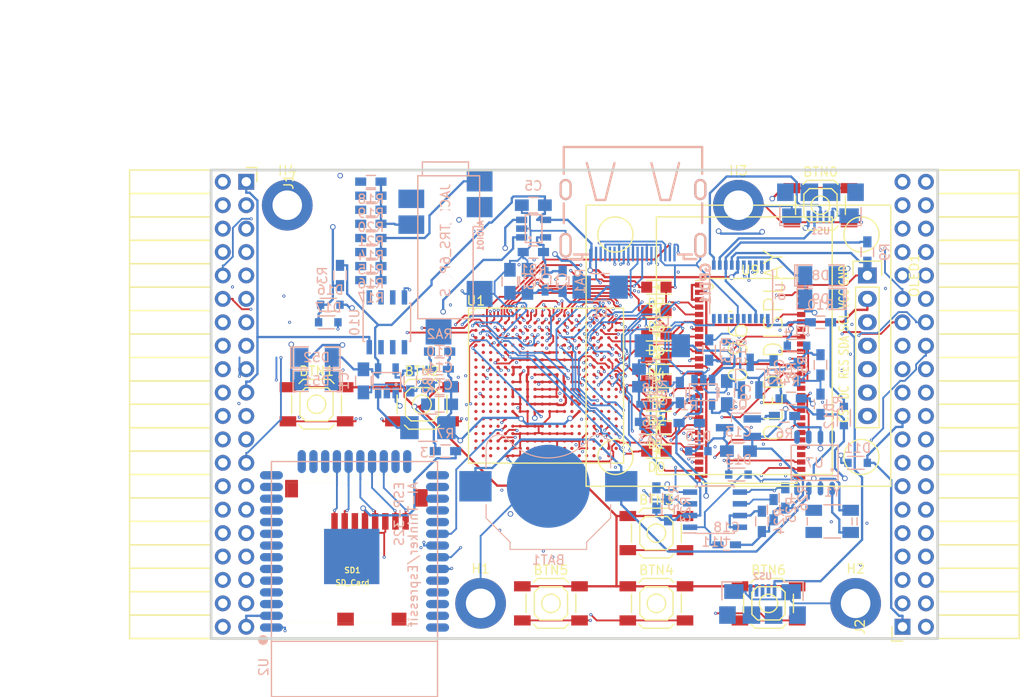
<source format=kicad_pcb>
(kicad_pcb (version 4) (host pcbnew 4.0.5+dfsg1-4)
  (layers (0 F.Cu signal) (1 In1.Cu signal) (2 In2.Cu signal) (31 B.Cu signal) (34 B.Paste user) (35 F.Paste user) (36 B.SilkS user) (37 F.SilkS user) (38 B.Mask user) (39 F.Mask user) (44 Edge.Cuts user))
  (net 0 "")
  (net 1 GND)
  (net 2 +5V)
  (net 3 /gpio/IN5V)
  (net 4 /gpio/OUT5V)
  (net 5 +3V3)
  (net 6 "Net-(L1-Pad1)")
  (net 7 "Net-(L2-Pad1)")
  (net 8 +1V2)
  (net 9 BTN_D)
  (net 10 BTN_F1)
  (net 11 BTN_F2)
  (net 12 BTN_L)
  (net 13 BTN_R)
  (net 14 BTN_U)
  (net 15 /power/FB1)
  (net 16 +2V5)
  (net 17 "Net-(L3-Pad1)")
  (net 18 /power/PWREN)
  (net 19 /power/FB3)
  (net 20 /power/FB2)
  (net 21 "Net-(D9-Pad1)")
  (net 22 /power/VBAT)
  (net 23 SD_3)
  (net 24 JTAG_TDI)
  (net 25 JTAG_TCK)
  (net 26 JTAG_TMS)
  (net 27 JTAG_TDO)
  (net 28 /power/WAKEUPn)
  (net 29 /power/WKUP)
  (net 30 /power/SHUT)
  (net 31 /power/WAKE)
  (net 32 /power/HOLD)
  (net 33 /power/WKn)
  (net 34 /power/OSCI_32k)
  (net 35 /power/OSCO_32k)
  (net 36 FTDI_nSUSPEND)
  (net 37 USB_FTDI_DM)
  (net 38 USB_FTDI_DP)
  (net 39 "Net-(Q2-Pad3)")
  (net 40 SHUTDOWN)
  (net 41 /analog/AUDIO_L)
  (net 42 /analog/AUDIO_R)
  (net 43 GPDI_5V_SCL)
  (net 44 GPDI_5V_SDA)
  (net 45 GPDI_SDA)
  (net 46 GPDI_SCL)
  (net 47 /gpdi/VREF2)
  (net 48 /blinkey/BTNPU)
  (net 49 SD_CMD)
  (net 50 SD_CLK)
  (net 51 SD_D0)
  (net 52 SD_D1)
  (net 53 USB5V)
  (net 54 /gpio/B11)
  (net 55 /gpio/C11)
  (net 56 /gpio/A10)
  (net 57 /gpio/A11)
  (net 58 /gpio/B10)
  (net 59 /gpio/A9)
  (net 60 /gpio/C10)
  (net 61 /gpio/B9)
  (net 62 /gpio/E9)
  (net 63 /gpio/D9)
  (net 64 /gpio/A8)
  (net 65 /gpio/A7)
  (net 66 /gpio/B8)
  (net 67 /gpio/C8)
  (net 68 /gpio/D8)
  (net 69 /gpio/E8)
  (net 70 /gpio/C7)
  (net 71 /gpio/C6)
  (net 72 /gpio/D7)
  (net 73 /gpio/E7)
  (net 74 /gpio/D6)
  (net 75 /gpio/E6)
  (net 76 /gpio/B6)
  (net 77 /gpio/A6)
  (net 78 /gpio/A19)
  (net 79 /gpio/B20)
  (net 80 /gpio/A18)
  (net 81 /gpio/B19)
  (net 82 /gpio/A17)
  (net 83 /gpio/B18)
  (net 84 /gpio/B17)
  (net 85 /gpio/C17)
  (net 86 /gpio/C16)
  (net 87 /gpio/D16)
  (net 88 /gpio/A16)
  (net 89 /gpio/B16)
  (net 90 /gpio/D15)
  (net 91 /gpio/E15)
  (net 92 /gpio/B15)
  (net 93 /gpio/C15)
  (net 94 /gpio/D14)
  (net 95 /gpio/E14)
  (net 96 /gpio/A14)
  (net 97 /gpio/C14)
  (net 98 /gpio/D13)
  (net 99 /gpio/E13)
  (net 100 /gpio/B13)
  (net 101 /gpio/C13)
  (net 102 /gpio/A12)
  (net 103 /gpio/A13)
  (net 104 /gpio/D12)
  (net 105 /gpio/E12)
  (net 106 /gpio/B12)
  (net 107 /gpio/C12)
  (net 108 /gpio/D11)
  (net 109 /gpio/E11)
  (net 110 "Net-(BTN0-Pad1)")
  (net 111 LED0)
  (net 112 LED1)
  (net 113 LED2)
  (net 114 LED3)
  (net 115 LED4)
  (net 116 LED5)
  (net 117 LED6)
  (net 118 LED7)
  (net 119 BTN_PWRn)
  (net 120 GPDI_ETH_N)
  (net 121 GPDI_ETH_P)
  (net 122 GPDI_D2_P)
  (net 123 GPDI_D2_N)
  (net 124 GPDI_D1_P)
  (net 125 GPDI_D1_N)
  (net 126 GPDI_D0_P)
  (net 127 GPDI_D0_N)
  (net 128 GPDI_CLK_P)
  (net 129 GPDI_CLK_N)
  (net 130 GPDI_CEC)
  (net 131 nRESET)
  (net 132 /usb/FT3V3)
  (net 133 FTDI_nDTR)
  (net 134 SDRAM_CKE)
  (net 135 SDRAM_A7)
  (net 136 SDRAM_D15)
  (net 137 SDRAM_BA1)
  (net 138 SDRAM_D7)
  (net 139 SDRAM_A6)
  (net 140 SDRAM_CLK)
  (net 141 SDRAM_D13)
  (net 142 SDRAM_BA0)
  (net 143 SDRAM_D6)
  (net 144 SDRAM_A5)
  (net 145 SDRAM_D14)
  (net 146 SDRAM_A11)
  (net 147 SDRAM_D12)
  (net 148 SDRAM_D5)
  (net 149 SDRAM_A4)
  (net 150 SDRAM_A10)
  (net 151 SDRAM_D11)
  (net 152 SDRAM_A3)
  (net 153 SDRAM_D4)
  (net 154 SDRAM_D10)
  (net 155 SDRAM_D9)
  (net 156 SDRAM_A9)
  (net 157 SDRAM_D3)
  (net 158 SDRAM_D8)
  (net 159 SDRAM_A8)
  (net 160 SDRAM_A2)
  (net 161 SDRAM_A1)
  (net 162 SDRAM_A0)
  (net 163 SDRAM_D2)
  (net 164 SDRAM_D1)
  (net 165 SDRAM_D0)
  (net 166 SDRAM_DQM0)
  (net 167 SDRAM_nCS)
  (net 168 SDRAM_nRAS)
  (net 169 SDRAM_DQM1)
  (net 170 SDRAM_nCAS)
  (net 171 SDRAM_nWE)
  (module Keystone_3000_1x12mm-CoinCell:Keystone_3000_1x12mm-CoinCell (layer B.Cu) (at 135.73 95.71)
    (fp_text reference BAT1 (at 0 8) (layer B.SilkS) (effects (justify mirror)))
    (fp_text value CR1225)
    (pad 1 smd rect (at -7.9 0) (size 3.5 3.3) (layers B.Cu B.Paste B.Mask) (net 22 /power/VBAT))
    (pad 1 smd rect (at 7.9 0) (size 3.5 3.3) (layers B.Cu B.Paste B.Mask) (net 22 /power/VBAT))
    (pad 2 smd circle (at 0 0) (size 9 9) (layers B.Cu B.Mask) (net 1 GND))
  )
  (module SMD_Packages:SMD-1206_Pol (layer B.Cu) (at 110.61 81.74)
    (fp_text reference D52 (at 0 0) (layer B.SilkS) (effects (justify mirror)))
    (fp_text value 2A)
    (pad 1 smd rect (at -1.651 0) (size 1.524 2.032) (layers B.Cu B.Paste B.Mask) (net 4 /gpio/OUT5V))
    (pad 2 smd rect (at 1.651 0) (size 1.524 2.032) (layers B.Cu B.Paste B.Mask) (net 2 +5V))
  )
  (module SMD_Packages:SMD-1206_Pol (layer B.Cu) (at 110.61 84.28 180)
    (fp_text reference D51 (at 0 0 180) (layer B.SilkS) (effects (justify mirror)))
    (fp_text value 2A)
    (pad 1 smd rect (at -1.651 0 180) (size 1.524 2.032) (layers B.Cu B.Paste B.Mask) (net 2 +5V))
    (pad 2 smd rect (at 1.651 0 180) (size 1.524 2.032) (layers B.Cu B.Paste B.Mask) (net 3 /gpio/IN5V))
  )
  (module micro-sd:MicroSD_TF02D (layer F.Cu) (at 114.5 110.52 180)
    (fp_text reference SD1 (at 0 5.7 180) (layer F.SilkS) (effects (font (size 0.59944 0.59944) (thickness 0.12446))))
    (fp_text value SD_Card (at 0 4.35 180) (layer F.SilkS) (effects (font (size 0.59944 0.59944) (thickness 0.12446))))
    (pad 1 smd rect (at 1.94 11 180) (size 0.7 1.8) (layers F.Cu F.Paste F.Mask) (net 23 SD_3))
    (pad 2 smd rect (at 0.84 11 180) (size 0.7 1.8) (layers F.Cu F.Paste F.Mask) (net 49 SD_CMD))
    (pad 3 smd rect (at -0.26 11 180) (size 0.7 1.8) (layers F.Cu F.Paste F.Mask) (net 1 GND))
    (pad 4 smd rect (at -1.36 11 180) (size 0.7 1.8) (layers F.Cu F.Paste F.Mask) (net 5 +3V3))
    (pad 5 smd rect (at -2.46 11 180) (size 0.7 1.8) (layers F.Cu F.Paste F.Mask) (net 50 SD_CLK))
    (pad 6 smd rect (at -3.56 11 180) (size 0.7 1.8) (layers F.Cu F.Paste F.Mask) (net 1 GND))
    (pad 7 smd rect (at -4.66 11 180) (size 0.7 1.8) (layers F.Cu F.Paste F.Mask) (net 51 SD_D0))
    (pad 8 smd rect (at -5.76 11 180) (size 0.7 1.8) (layers F.Cu F.Paste F.Mask) (net 52 SD_D1))
    (pad S smd rect (at -5.05 0.4 180) (size 1.6 1.4) (layers F.Cu F.Paste F.Mask))
    (pad S smd rect (at 0.75 0.4 180) (size 1.8 1.4) (layers F.Cu F.Paste F.Mask))
    (pad G smd rect (at -7.45 13.55 180) (size 1.4 1.9) (layers F.Cu F.Paste F.Mask))
    (pad G smd rect (at 6.6 14.55 180) (size 1.4 1.9) (layers F.Cu F.Paste F.Mask))
  )
  (module Resistors_SMD:R_1210_HandSoldering (layer B.Cu) (at 141.344 74.12)
    (fp_text reference L1 (at 0 2.7) (layer B.SilkS) (effects (justify mirror)))
    (fp_text value 2.2uH)
    (pad 1 smd rect (at -2 0) (size 2 2.5) (layers B.Cu B.Paste B.Mask) (net 6 "Net-(L1-Pad1)"))
    (pad 2 smd rect (at 2 0) (size 2 2.5) (layers B.Cu B.Paste B.Mask) (net 8 +1V2))
  )
  (module TSOT-25:TSOT-25 (layer B.Cu) (at 134.135 67.77 90)
    (fp_text reference U3 (at 0 -0.5 90) (layer B.SilkS) (effects (font (size 0.15 0.15) (thickness 0.0375)) (justify mirror)))
    (fp_text value AP3429A)
    (pad 1 smd rect (at -0.95 -1.3 90) (size 0.7 1.2) (layers B.Cu B.Paste B.Mask) (net 18 /power/PWREN))
    (pad 2 smd rect (at 0 -1.3 90) (size 0.7 1.2) (layers B.Cu B.Paste B.Mask) (net 1 GND))
    (pad 3 smd rect (at 0.95 -1.3 90) (size 0.7 1.2) (layers B.Cu B.Paste B.Mask) (net 6 "Net-(L1-Pad1)"))
    (pad 4 smd rect (at 0.95 1.3 90) (size 0.7 1.2) (layers B.Cu B.Paste B.Mask) (net 2 +5V))
    (pad 5 smd rect (at -0.95 1.3 90) (size 0.7 1.2) (layers B.Cu B.Paste B.Mask) (net 15 /power/FB1))
  )
  (module Resistors_SMD:R_1210_HandSoldering (layer B.Cu) (at 148.075 80.47 180)
    (fp_text reference L2 (at 0 2.7 180) (layer B.SilkS) (effects (justify mirror)))
    (fp_text value 2.2uH)
    (pad 1 smd rect (at -2 0 180) (size 2 2.5) (layers B.Cu B.Paste B.Mask) (net 7 "Net-(L2-Pad1)"))
    (pad 2 smd rect (at 2 0 180) (size 2 2.5) (layers B.Cu B.Paste B.Mask) (net 5 +3V3))
  )
  (module TSOT-25:TSOT-25 (layer B.Cu) (at 152.52 85.52)
    (fp_text reference U4 (at 0 -0.5) (layer B.SilkS) (effects (font (size 0.15 0.15) (thickness 0.0375)) (justify mirror)))
    (fp_text value AP3429A)
    (pad 1 smd rect (at -0.95 -1.3) (size 0.7 1.2) (layers B.Cu B.Paste B.Mask) (net 18 /power/PWREN))
    (pad 2 smd rect (at 0 -1.3) (size 0.7 1.2) (layers B.Cu B.Paste B.Mask) (net 1 GND))
    (pad 3 smd rect (at 0.95 -1.3) (size 0.7 1.2) (layers B.Cu B.Paste B.Mask) (net 7 "Net-(L2-Pad1)"))
    (pad 4 smd rect (at 0.95 1.3) (size 0.7 1.2) (layers B.Cu B.Paste B.Mask) (net 2 +5V))
    (pad 5 smd rect (at -0.95 1.3) (size 0.7 1.2) (layers B.Cu B.Paste B.Mask) (net 19 /power/FB3))
  )
  (module Buttons_Switches_SMD:SW_SPST_SKQG (layer F.Cu) (at 110.61 86.82)
    (fp_text reference BTN1 (at 0 -3.6) (layer F.SilkS))
    (fp_text value FIRE1)
    (pad 1 smd rect (at -3.1 -1.85) (size 1.8 1.1) (layers F.Cu F.Paste F.Mask) (net 48 /blinkey/BTNPU))
    (pad 1 smd rect (at 3.1 -1.85) (size 1.8 1.1) (layers F.Cu F.Paste F.Mask) (net 48 /blinkey/BTNPU))
    (pad 2 smd rect (at -3.1 1.85) (size 1.8 1.1) (layers F.Cu F.Paste F.Mask) (net 10 BTN_F1))
    (pad 2 smd rect (at 3.1 1.85) (size 1.8 1.1) (layers F.Cu F.Paste F.Mask) (net 10 BTN_F1))
  )
  (module Buttons_Switches_SMD:SW_SPST_SKQG (layer F.Cu) (at 122.04 86.82)
    (fp_text reference BTN2 (at 0 -3.6) (layer F.SilkS))
    (fp_text value FIRE2)
    (pad 1 smd rect (at -3.1 -1.85) (size 1.8 1.1) (layers F.Cu F.Paste F.Mask) (net 48 /blinkey/BTNPU))
    (pad 1 smd rect (at 3.1 -1.85) (size 1.8 1.1) (layers F.Cu F.Paste F.Mask) (net 48 /blinkey/BTNPU))
    (pad 2 smd rect (at -3.1 1.85) (size 1.8 1.1) (layers F.Cu F.Paste F.Mask) (net 11 BTN_F2))
    (pad 2 smd rect (at 3.1 1.85) (size 1.8 1.1) (layers F.Cu F.Paste F.Mask) (net 11 BTN_F2))
  )
  (module Buttons_Switches_SMD:SW_SPST_SKQG (layer F.Cu) (at 147.44 100.79)
    (fp_text reference BTN3 (at 0 -3.6) (layer F.SilkS))
    (fp_text value UP)
    (pad 1 smd rect (at -3.1 -1.85) (size 1.8 1.1) (layers F.Cu F.Paste F.Mask) (net 48 /blinkey/BTNPU))
    (pad 1 smd rect (at 3.1 -1.85) (size 1.8 1.1) (layers F.Cu F.Paste F.Mask) (net 48 /blinkey/BTNPU))
    (pad 2 smd rect (at -3.1 1.85) (size 1.8 1.1) (layers F.Cu F.Paste F.Mask) (net 14 BTN_U))
    (pad 2 smd rect (at 3.1 1.85) (size 1.8 1.1) (layers F.Cu F.Paste F.Mask) (net 14 BTN_U))
  )
  (module Buttons_Switches_SMD:SW_SPST_SKQG (layer F.Cu) (at 147.44 108.41)
    (fp_text reference BTN4 (at 0 -3.6) (layer F.SilkS))
    (fp_text value DOWN)
    (pad 1 smd rect (at -3.1 -1.85) (size 1.8 1.1) (layers F.Cu F.Paste F.Mask) (net 48 /blinkey/BTNPU))
    (pad 1 smd rect (at 3.1 -1.85) (size 1.8 1.1) (layers F.Cu F.Paste F.Mask) (net 48 /blinkey/BTNPU))
    (pad 2 smd rect (at -3.1 1.85) (size 1.8 1.1) (layers F.Cu F.Paste F.Mask) (net 9 BTN_D))
    (pad 2 smd rect (at 3.1 1.85) (size 1.8 1.1) (layers F.Cu F.Paste F.Mask) (net 9 BTN_D))
  )
  (module Buttons_Switches_SMD:SW_SPST_SKQG (layer F.Cu) (at 136.01 108.41)
    (fp_text reference BTN5 (at 0 -3.6) (layer F.SilkS))
    (fp_text value LEFT)
    (pad 1 smd rect (at -3.1 -1.85) (size 1.8 1.1) (layers F.Cu F.Paste F.Mask) (net 48 /blinkey/BTNPU))
    (pad 1 smd rect (at 3.1 -1.85) (size 1.8 1.1) (layers F.Cu F.Paste F.Mask) (net 48 /blinkey/BTNPU))
    (pad 2 smd rect (at -3.1 1.85) (size 1.8 1.1) (layers F.Cu F.Paste F.Mask) (net 12 BTN_L))
    (pad 2 smd rect (at 3.1 1.85) (size 1.8 1.1) (layers F.Cu F.Paste F.Mask) (net 12 BTN_L))
  )
  (module Buttons_Switches_SMD:SW_SPST_SKQG (layer F.Cu) (at 159.59 108.41)
    (fp_text reference BTN6 (at 0 -3.6) (layer F.SilkS))
    (fp_text value RIGHT)
    (pad 1 smd rect (at -3.1 -1.85) (size 1.8 1.1) (layers F.Cu F.Paste F.Mask) (net 48 /blinkey/BTNPU))
    (pad 1 smd rect (at 3.1 -1.85) (size 1.8 1.1) (layers F.Cu F.Paste F.Mask) (net 48 /blinkey/BTNPU))
    (pad 2 smd rect (at -3.1 1.85) (size 1.8 1.1) (layers F.Cu F.Paste F.Mask) (net 13 BTN_R))
    (pad 2 smd rect (at 3.1 1.85) (size 1.8 1.1) (layers F.Cu F.Paste F.Mask) (net 13 BTN_R))
  )
  (module LEDs:LED_0805 (layer F.Cu) (at 147.44 91.9 180)
    (fp_text reference D0 (at 0 -1.75 180) (layer F.SilkS))
    (fp_text value LED)
    (pad 2 smd rect (at 1.04902 0) (size 1.19888 1.19888) (layers F.Cu F.Paste F.Mask) (net 111 LED0))
    (pad 1 smd rect (at -1.04902 0) (size 1.19888 1.19888) (layers F.Cu F.Paste F.Mask) (net 1 GND))
  )
  (module LEDs:LED_0805 (layer F.Cu) (at 147.44 89.36 180)
    (fp_text reference D1 (at 0 -1.75 180) (layer F.SilkS))
    (fp_text value LED)
    (pad 2 smd rect (at 1.04902 0) (size 1.19888 1.19888) (layers F.Cu F.Paste F.Mask) (net 112 LED1))
    (pad 1 smd rect (at -1.04902 0) (size 1.19888 1.19888) (layers F.Cu F.Paste F.Mask) (net 1 GND))
  )
  (module LEDs:LED_0805 (layer F.Cu) (at 147.44 86.82 180)
    (fp_text reference D2 (at 0 -1.75 180) (layer F.SilkS))
    (fp_text value LED)
    (pad 2 smd rect (at 1.04902 0) (size 1.19888 1.19888) (layers F.Cu F.Paste F.Mask) (net 113 LED2))
    (pad 1 smd rect (at -1.04902 0) (size 1.19888 1.19888) (layers F.Cu F.Paste F.Mask) (net 1 GND))
  )
  (module LEDs:LED_0805 (layer F.Cu) (at 147.44 84.28 180)
    (fp_text reference D3 (at 0 -1.75 180) (layer F.SilkS))
    (fp_text value LED)
    (pad 2 smd rect (at 1.04902 0) (size 1.19888 1.19888) (layers F.Cu F.Paste F.Mask) (net 114 LED3))
    (pad 1 smd rect (at -1.04902 0) (size 1.19888 1.19888) (layers F.Cu F.Paste F.Mask) (net 1 GND))
  )
  (module LEDs:LED_0805 (layer F.Cu) (at 147.44 81.74 180)
    (fp_text reference D4 (at 0 -1.75 180) (layer F.SilkS))
    (fp_text value LED)
    (pad 2 smd rect (at 1.04902 0) (size 1.19888 1.19888) (layers F.Cu F.Paste F.Mask) (net 115 LED4))
    (pad 1 smd rect (at -1.04902 0) (size 1.19888 1.19888) (layers F.Cu F.Paste F.Mask) (net 1 GND))
  )
  (module LEDs:LED_0805 (layer F.Cu) (at 147.44 79.2 180)
    (fp_text reference D5 (at 0 -1.75 180) (layer F.SilkS))
    (fp_text value LED)
    (pad 2 smd rect (at 1.04902 0) (size 1.19888 1.19888) (layers F.Cu F.Paste F.Mask) (net 116 LED5))
    (pad 1 smd rect (at -1.04902 0) (size 1.19888 1.19888) (layers F.Cu F.Paste F.Mask) (net 1 GND))
  )
  (module LEDs:LED_0805 (layer F.Cu) (at 147.44 76.66 180)
    (fp_text reference D6 (at 0 -1.75 180) (layer F.SilkS))
    (fp_text value LED)
    (pad 2 smd rect (at 1.04902 0) (size 1.19888 1.19888) (layers F.Cu F.Paste F.Mask) (net 117 LED6))
    (pad 1 smd rect (at -1.04902 0) (size 1.19888 1.19888) (layers F.Cu F.Paste F.Mask) (net 1 GND))
  )
  (module LEDs:LED_0805 (layer F.Cu) (at 147.44 74.12 180)
    (fp_text reference D7 (at 0 -1.75 180) (layer F.SilkS))
    (fp_text value LED)
    (pad 2 smd rect (at 1.04902 0) (size 1.19888 1.19888) (layers F.Cu F.Paste F.Mask) (net 118 LED7))
    (pad 1 smd rect (at -1.04902 0) (size 1.19888 1.19888) (layers F.Cu F.Paste F.Mask) (net 1 GND))
  )
  (module Resistors_SMD:R_1210_HandSoldering (layer B.Cu) (at 122.675 89.36)
    (fp_text reference L3 (at 0 2.7) (layer B.SilkS) (effects (justify mirror)))
    (fp_text value 2.2uH)
    (pad 1 smd rect (at -2 0) (size 2 2.5) (layers B.Cu B.Paste B.Mask) (net 17 "Net-(L3-Pad1)"))
    (pad 2 smd rect (at 2 0) (size 2 2.5) (layers B.Cu B.Paste B.Mask) (net 16 +2V5))
  )
  (module TSOT-25:TSOT-25 (layer B.Cu) (at 118.23 84.28 180)
    (fp_text reference U5 (at 0 -0.5 180) (layer B.SilkS) (effects (font (size 0.15 0.15) (thickness 0.0375)) (justify mirror)))
    (fp_text value AP3429A)
    (pad 1 smd rect (at -0.95 -1.3 180) (size 0.7 1.2) (layers B.Cu B.Paste B.Mask) (net 18 /power/PWREN))
    (pad 2 smd rect (at 0 -1.3 180) (size 0.7 1.2) (layers B.Cu B.Paste B.Mask) (net 1 GND))
    (pad 3 smd rect (at 0.95 -1.3 180) (size 0.7 1.2) (layers B.Cu B.Paste B.Mask) (net 17 "Net-(L3-Pad1)"))
    (pad 4 smd rect (at 0.95 1.3 180) (size 0.7 1.2) (layers B.Cu B.Paste B.Mask) (net 2 +5V))
    (pad 5 smd rect (at -0.95 1.3 180) (size 0.7 1.2) (layers B.Cu B.Paste B.Mask) (net 20 /power/FB2))
  )
  (module Capacitors_SMD:C_0805_HandSoldering (layer B.Cu) (at 115.69 84.28 270)
    (fp_text reference C1 (at 0 2.1 270) (layer B.SilkS) (effects (justify mirror)))
    (fp_text value 22uF)
    (pad 1 smd rect (at -1.25 0 270) (size 1.5 1.25) (layers B.Cu B.Paste B.Mask) (net 2 +5V))
    (pad 2 smd rect (at 1.25 0 270) (size 1.5 1.25) (layers B.Cu B.Paste B.Mask) (net 1 GND))
  )
  (module Capacitors_SMD:C_0805_HandSoldering (layer B.Cu) (at 131.565 73.485 90)
    (fp_text reference C3 (at 0 2.1 90) (layer B.SilkS) (effects (justify mirror)))
    (fp_text value 22uF)
    (pad 1 smd rect (at -1.25 0 90) (size 1.5 1.25) (layers B.Cu B.Paste B.Mask) (net 8 +1V2))
    (pad 2 smd rect (at 1.25 0 90) (size 1.5 1.25) (layers B.Cu B.Paste B.Mask) (net 1 GND))
  )
  (module Capacitors_SMD:C_0805_HandSoldering (layer B.Cu) (at 133.47 73.485 90)
    (fp_text reference C4 (at 0 2.1 90) (layer B.SilkS) (effects (justify mirror)))
    (fp_text value 22uF)
    (pad 1 smd rect (at -1.25 0 90) (size 1.5 1.25) (layers B.Cu B.Paste B.Mask) (net 8 +1V2))
    (pad 2 smd rect (at 1.25 0 90) (size 1.5 1.25) (layers B.Cu B.Paste B.Mask) (net 1 GND))
  )
  (module Capacitors_SMD:C_0805_HandSoldering (layer B.Cu) (at 134.105 65.23 180)
    (fp_text reference C5 (at 0 2.1 180) (layer B.SilkS) (effects (justify mirror)))
    (fp_text value 22uF)
    (pad 1 smd rect (at -1.25 0 180) (size 1.5 1.25) (layers B.Cu B.Paste B.Mask) (net 2 +5V))
    (pad 2 smd rect (at 1.25 0 180) (size 1.5 1.25) (layers B.Cu B.Paste B.Mask) (net 1 GND))
  )
  (module Capacitors_SMD:C_0805_HandSoldering (layer B.Cu) (at 146.805 84.915)
    (fp_text reference C7 (at 0 2.1) (layer B.SilkS) (effects (justify mirror)))
    (fp_text value 22uF)
    (pad 1 smd rect (at -1.25 0) (size 1.5 1.25) (layers B.Cu B.Paste B.Mask) (net 5 +3V3))
    (pad 2 smd rect (at 1.25 0) (size 1.5 1.25) (layers B.Cu B.Paste B.Mask) (net 1 GND))
  )
  (module Capacitors_SMD:C_0805_HandSoldering (layer B.Cu) (at 146.805 83.01)
    (fp_text reference C8 (at 0 2.1) (layer B.SilkS) (effects (justify mirror)))
    (fp_text value 22uF)
    (pad 1 smd rect (at -1.25 0) (size 1.5 1.25) (layers B.Cu B.Paste B.Mask) (net 5 +3V3))
    (pad 2 smd rect (at 1.25 0) (size 1.5 1.25) (layers B.Cu B.Paste B.Mask) (net 1 GND))
  )
  (module Capacitors_SMD:C_0805_HandSoldering (layer B.Cu) (at 155.06 85.55 90)
    (fp_text reference C9 (at 0 2.1 90) (layer B.SilkS) (effects (justify mirror)))
    (fp_text value 22uF)
    (pad 1 smd rect (at -1.25 0 90) (size 1.5 1.25) (layers B.Cu B.Paste B.Mask) (net 2 +5V))
    (pad 2 smd rect (at 1.25 0 90) (size 1.5 1.25) (layers B.Cu B.Paste B.Mask) (net 1 GND))
  )
  (module Capacitors_SMD:C_0805_HandSoldering (layer B.Cu) (at 123.945 84.915 180)
    (fp_text reference C11 (at 0 2.1 180) (layer B.SilkS) (effects (justify mirror)))
    (fp_text value 22uF)
    (pad 1 smd rect (at -1.25 0 180) (size 1.5 1.25) (layers B.Cu B.Paste B.Mask) (net 16 +2V5))
    (pad 2 smd rect (at 1.25 0 180) (size 1.5 1.25) (layers B.Cu B.Paste B.Mask) (net 1 GND))
  )
  (module Capacitors_SMD:C_0805_HandSoldering (layer B.Cu) (at 123.945 86.82 180)
    (fp_text reference C12 (at 0 2.1 180) (layer B.SilkS) (effects (justify mirror)))
    (fp_text value 22uF)
    (pad 1 smd rect (at -1.25 0 180) (size 1.5 1.25) (layers B.Cu B.Paste B.Mask) (net 16 +2V5))
    (pad 2 smd rect (at 1.25 0 180) (size 1.5 1.25) (layers B.Cu B.Paste B.Mask) (net 1 GND))
  )
  (module SMD_Packages:SMD-1206_Pol (layer B.Cu) (at 165.22 72.85)
    (fp_text reference D8 (at 0 0) (layer B.SilkS) (effects (justify mirror)))
    (fp_text value 2A)
    (pad 1 smd rect (at -1.651 0) (size 1.524 2.032) (layers B.Cu B.Paste B.Mask) (net 2 +5V))
    (pad 2 smd rect (at 1.651 0) (size 1.524 2.032) (layers B.Cu B.Paste B.Mask) (net 53 USB5V))
  )
  (module SMD_Packages:SMD-1206_Pol (layer B.Cu) (at 165.22 75.39 180)
    (fp_text reference D9 (at 0 0 180) (layer B.SilkS) (effects (justify mirror)))
    (fp_text value 2A)
    (pad 1 smd rect (at -1.651 0 180) (size 1.524 2.032) (layers B.Cu B.Paste B.Mask) (net 21 "Net-(D9-Pad1)"))
    (pad 2 smd rect (at 1.651 0 180) (size 1.524 2.032) (layers B.Cu B.Paste B.Mask) (net 2 +5V))
  )
  (module Power_Integrations:SO-8 (layer B.Cu) (at 164.585 93.17 180)
    (fp_text reference U7 (at 0 0 180) (layer B.SilkS) (effects (justify mirror)))
    (fp_text value PCF8523)
    (pad 1 smd oval (at -1.905 -2.794 180) (size 0.6096 1.4732) (layers B.Cu B.Paste B.Mask) (net 34 /power/OSCI_32k))
    (pad 2 smd oval (at -0.635 -2.794 180) (size 0.6096 1.4732) (layers B.Cu B.Paste B.Mask) (net 35 /power/OSCO_32k))
    (pad 3 smd oval (at 0.635 -2.794 180) (size 0.6096 1.4732) (layers B.Cu B.Paste B.Mask) (net 22 /power/VBAT))
    (pad 4 smd oval (at 1.905 -2.794 180) (size 0.6096 1.4732) (layers B.Cu B.Paste B.Mask) (net 1 GND))
    (pad 5 smd oval (at 1.905 2.794 180) (size 0.6096 1.4732) (layers B.Cu B.Paste B.Mask))
    (pad 6 smd oval (at 0.635 2.794 180) (size 0.6096 1.4732) (layers B.Cu B.Paste B.Mask))
    (pad 7 smd oval (at -0.635 2.794 180) (size 0.6096 1.4732) (layers B.Cu B.Paste B.Mask) (net 28 /power/WAKEUPn))
    (pad 8 smd oval (at -1.905 2.794 180) (size 0.6096 1.4732) (layers B.Cu B.Paste B.Mask) (net 16 +2V5))
  )
  (module Capacitors_SMD:C_0805_HandSoldering (layer B.Cu) (at 156.33 91.9 180)
    (fp_text reference C13 (at 0 2.1 180) (layer B.SilkS) (effects (justify mirror)))
    (fp_text value 2.2uF)
    (pad 1 smd rect (at -1.25 0 180) (size 1.5 1.25) (layers B.Cu B.Paste B.Mask) (net 2 +5V))
    (pad 2 smd rect (at 1.25 0 180) (size 1.5 1.25) (layers B.Cu B.Paste B.Mask) (net 29 /power/WKUP))
  )
  (module Diodes_SMD:D_0805 (layer B.Cu) (at 151.978 91.9)
    (fp_text reference D10 (at 0 -1.6) (layer B.SilkS) (effects (justify mirror)))
    (fp_text value 1N4148)
    (pad 1 smd rect (at -1.05 0) (size 0.8 0.9) (layers B.Cu B.Paste B.Mask) (net 31 /power/WAKE))
    (pad 2 smd rect (at 1.05 0) (size 0.8 0.9) (layers B.Cu B.Paste B.Mask) (net 29 /power/WKUP))
  )
  (module Diodes_SMD:D_0805 (layer B.Cu) (at 169.25 93.17)
    (fp_text reference D11 (at 0 -1.6) (layer B.SilkS) (effects (justify mirror)))
    (fp_text value 1N4148)
    (pad 1 smd rect (at -1.05 0) (size 0.8 0.9) (layers B.Cu B.Paste B.Mask) (net 32 /power/HOLD))
    (pad 2 smd rect (at 1.05 0) (size 0.8 0.9) (layers B.Cu B.Paste B.Mask) (net 5 +3V3))
  )
  (module Diodes_SMD:D_0805 (layer B.Cu) (at 155.06 81.105 270)
    (fp_text reference D15 (at 0 -1.6 270) (layer B.SilkS) (effects (justify mirror)))
    (fp_text value BAT42)
    (pad 1 smd rect (at -1.05 0 270) (size 0.8 0.9) (layers B.Cu B.Paste B.Mask) (net 30 /power/SHUT))
    (pad 2 smd rect (at 1.05 0 270) (size 0.8 0.9) (layers B.Cu B.Paste B.Mask) (net 40 SHUTDOWN))
  )
  (module Diodes_SMD:D_0805 (layer B.Cu) (at 167.76 88.09 90)
    (fp_text reference D12 (at 0 -1.6 90) (layer B.SilkS) (effects (justify mirror)))
    (fp_text value 1N4148)
    (pad 1 smd rect (at -1.05 0 90) (size 0.8 0.9) (layers B.Cu B.Paste B.Mask) (net 18 /power/PWREN))
    (pad 2 smd rect (at 1.05 0 90) (size 0.8 0.9) (layers B.Cu B.Paste B.Mask) (net 36 FTDI_nSUSPEND))
  )
  (module usb_otg:USB-MICRO-B-FCI-10118192-0001LF (layer B.Cu) (at 165.22 63.825)
    (fp_text reference US1 (at 0 4.2) (layer B.SilkS) (effects (font (size 0.7 0.7)) (justify mirror)))
    (fp_text value USB_FTDI hide)
    (pad 6 smd rect (at -3.1 2.55) (size 2.1 1.6) (layers B.Cu B.Paste B.Mask) (net 1 GND))
    (pad 6 smd rect (at 3.1 2.55) (size 2.1 1.6) (layers B.Cu B.Paste B.Mask) (net 1 GND))
    (pad "" smd rect (at -1.2 0) (size 1.9 1.9) (layers B.Cu B.Paste B.Mask))
    (pad "" smd rect (at 1.2 0) (size 1.9 1.9) (layers B.Cu B.Paste B.Mask))
    (pad 1 smd rect (at -1.3 2.675) (size 0.4 1.35) (layers B.Cu B.Paste B.Mask) (net 53 USB5V))
    (pad 2 smd rect (at -0.65 2.675) (size 0.4 1.35) (layers B.Cu B.Paste B.Mask) (net 37 USB_FTDI_DM))
    (pad 3 smd rect (at 0 2.675) (size 0.4 1.35) (layers B.Cu B.Paste B.Mask) (net 38 USB_FTDI_DP))
    (pad 4 smd rect (at 0.65 2.675) (size 0.4 1.35) (layers B.Cu B.Paste B.Mask))
    (pad 5 smd rect (at 1.3 2.675) (size 0.4 1.35) (layers B.Cu B.Paste B.Mask) (net 1 GND))
    (pad "" smd rect (at -3.8 0) (size 1.8 1.9) (layers B.Cu B.Paste B.Mask))
    (pad "" smd rect (at 3.8 0) (size 1.8 1.9) (layers B.Cu B.Paste B.Mask))
  )
  (module usb_otg:USB-MICRO-B-FCI-10118192-0001LF (layer B.Cu) (at 158.94 109.68 180)
    (fp_text reference US2 (at 0 4.2 180) (layer B.SilkS) (effects (font (size 0.7 0.7)) (justify mirror)))
    (fp_text value USB_FPGA hide)
    (pad 6 smd rect (at -3.1 2.55 180) (size 2.1 1.6) (layers B.Cu B.Paste B.Mask) (net 1 GND))
    (pad 6 smd rect (at 3.1 2.55 180) (size 2.1 1.6) (layers B.Cu B.Paste B.Mask) (net 1 GND))
    (pad "" smd rect (at -1.2 0 180) (size 1.9 1.9) (layers B.Cu B.Paste B.Mask))
    (pad "" smd rect (at 1.2 0 180) (size 1.9 1.9) (layers B.Cu B.Paste B.Mask))
    (pad 1 smd rect (at -1.3 2.675 180) (size 0.4 1.35) (layers B.Cu B.Paste B.Mask) (net 21 "Net-(D9-Pad1)"))
    (pad 2 smd rect (at -0.65 2.675 180) (size 0.4 1.35) (layers B.Cu B.Paste B.Mask))
    (pad 3 smd rect (at 0 2.675 180) (size 0.4 1.35) (layers B.Cu B.Paste B.Mask))
    (pad 4 smd rect (at 0.65 2.675 180) (size 0.4 1.35) (layers B.Cu B.Paste B.Mask))
    (pad 5 smd rect (at 1.3 2.675 180) (size 0.4 1.35) (layers B.Cu B.Paste B.Mask) (net 1 GND))
    (pad "" smd rect (at -3.8 0 180) (size 1.8 1.9) (layers B.Cu B.Paste B.Mask))
    (pad "" smd rect (at 3.8 0 180) (size 1.8 1.9) (layers B.Cu B.Paste B.Mask))
  )
  (module audio-jack:CUI_SJ-43516-SMT (layer B.Cu) (at 124.58 69.04 270)
    (fp_text reference AUDIO1 (at -0.5 -3.8 270) (layer B.SilkS) (effects (font (size 0.6096 0.6096) (thickness 0.1524)) (justify mirror)))
    (fp_text value JACK_TRS_6PINS (at 0 0 270) (layer B.SilkS) (effects (justify mirror)))
    (pad 1 smd rect (at -6.4 -3.7 270) (size 2.2 2.8) (layers B.Cu B.Paste B.Mask) (net 41 /analog/AUDIO_L))
    (pad 4 smd rect (at -3.6 -3.7 270) (size 2.2 2.8) (layers B.Cu B.Paste B.Mask))
    (pad 2 smd rect (at 5.8 -3.7 270) (size 2.8 2.8) (layers B.Cu B.Paste B.Mask) (net 1 GND))
    (pad 5 smd rect (at 9.9 0.75 270) (size 2.8 2.8) (layers B.Cu B.Paste B.Mask))
    (pad 3 smd rect (at -1.7 3.7 270) (size 2 2.8) (layers B.Cu B.Paste B.Mask) (net 42 /analog/AUDIO_R))
    (pad 6 smd rect (at -4.5 3.7 270) (size 2 2.8) (layers B.Cu B.Paste B.Mask))
    (pad "" np_thru_hole circle (at -2.5 0 270) (size 1.7 1.7) (drill 1.7) (layers *.Cu *.Mask B.SilkS) (clearance 0.4))
    (pad "" np_thru_hole circle (at 4.5 0 270) (size 1.7 1.7) (drill 1.7) (layers *.Cu *.Mask B.SilkS) (clearance 0.4))
  )
  (module abs25:Crystal_SMD_ABS25 (layer B.Cu) (at 166.49 99.52 180)
    (fp_text reference Y1 (at 0 3.2 180) (layer B.SilkS) (effects (justify mirror)))
    (fp_text value 32768Hz)
    (pad 4 smd rect (at -2 1.2 180) (size 1.8 1.2) (layers B.Cu B.Paste B.Mask) (net 35 /power/OSCO_32k))
    (pad 3 smd rect (at 2 1.2 180) (size 1.8 1.2) (layers B.Cu B.Paste B.Mask))
    (pad 2 smd rect (at 2 -1.2 180) (size 1.8 1.2) (layers B.Cu B.Paste B.Mask))
    (pad 1 smd rect (at -2 -1.2 180) (size 1.8 1.2) (layers B.Cu B.Paste B.Mask) (net 34 /power/OSCI_32k))
  )
  (module TSOP54:TSOP54 (layer F.Cu) (at 157.6 84.28)
    (fp_text reference U9 (at 0 -12) (layer F.SilkS))
    (fp_text value MT48LC16M16A2TG)
    (pad 28 smd rect (at 5.53 10.4) (size 0.9 0.56) (layers F.Cu F.Paste F.Mask) (net 1 GND))
    (pad 1 smd rect (at -5.53 -10.4) (size 0.9 0.56) (layers F.Cu F.Paste F.Mask) (net 5 +3V3))
    (pad 2 smd rect (at -5.53 -9.6) (size 0.9 0.56) (layers F.Cu F.Paste F.Mask) (net 165 SDRAM_D0))
    (pad 3 smd rect (at -5.53 -8.8) (size 0.9 0.56) (layers F.Cu F.Paste F.Mask) (net 5 +3V3))
    (pad 4 smd rect (at -5.53 -8) (size 0.9 0.56) (layers F.Cu F.Paste F.Mask) (net 164 SDRAM_D1))
    (pad 5 smd rect (at -5.53 -7.2) (size 0.9 0.56) (layers F.Cu F.Paste F.Mask) (net 163 SDRAM_D2))
    (pad 6 smd rect (at -5.53 -6.4) (size 0.9 0.56) (layers F.Cu F.Paste F.Mask) (net 1 GND))
    (pad 7 smd rect (at -5.53 -5.6) (size 0.9 0.56) (layers F.Cu F.Paste F.Mask) (net 157 SDRAM_D3))
    (pad 8 smd rect (at -5.53 -4.8) (size 0.9 0.56) (layers F.Cu F.Paste F.Mask) (net 153 SDRAM_D4))
    (pad 9 smd rect (at -5.53 -4) (size 0.9 0.56) (layers F.Cu F.Paste F.Mask) (net 5 +3V3))
    (pad 10 smd rect (at -5.53 -3.2) (size 0.9 0.56) (layers F.Cu F.Paste F.Mask) (net 148 SDRAM_D5))
    (pad 11 smd rect (at -5.53 -2.4) (size 0.9 0.56) (layers F.Cu F.Paste F.Mask) (net 143 SDRAM_D6))
    (pad 12 smd rect (at -5.53 -1.6) (size 0.9 0.56) (layers F.Cu F.Paste F.Mask) (net 1 GND))
    (pad 13 smd rect (at -5.53 -0.8) (size 0.9 0.56) (layers F.Cu F.Paste F.Mask) (net 138 SDRAM_D7))
    (pad 14 smd rect (at -5.53 0) (size 0.9 0.56) (layers F.Cu F.Paste F.Mask) (net 5 +3V3))
    (pad 15 smd rect (at -5.53 0.8) (size 0.9 0.56) (layers F.Cu F.Paste F.Mask) (net 166 SDRAM_DQM0))
    (pad 16 smd rect (at -5.53 1.6) (size 0.9 0.56) (layers F.Cu F.Paste F.Mask) (net 171 SDRAM_nWE))
    (pad 17 smd rect (at -5.53 2.4) (size 0.9 0.56) (layers F.Cu F.Paste F.Mask) (net 170 SDRAM_nCAS))
    (pad 18 smd rect (at -5.53 3.2) (size 0.9 0.56) (layers F.Cu F.Paste F.Mask) (net 168 SDRAM_nRAS))
    (pad 19 smd rect (at -5.53 4) (size 0.9 0.56) (layers F.Cu F.Paste F.Mask) (net 167 SDRAM_nCS))
    (pad 20 smd rect (at -5.53 4.8) (size 0.9 0.56) (layers F.Cu F.Paste F.Mask) (net 142 SDRAM_BA0))
    (pad 21 smd rect (at -5.53 5.6) (size 0.9 0.56) (layers F.Cu F.Paste F.Mask) (net 137 SDRAM_BA1))
    (pad 22 smd rect (at -5.53 6.4) (size 0.9 0.56) (layers F.Cu F.Paste F.Mask) (net 150 SDRAM_A10))
    (pad 23 smd rect (at -5.53 7.2) (size 0.9 0.56) (layers F.Cu F.Paste F.Mask) (net 162 SDRAM_A0))
    (pad 24 smd rect (at -5.53 8) (size 0.9 0.56) (layers F.Cu F.Paste F.Mask) (net 161 SDRAM_A1))
    (pad 25 smd rect (at -5.53 8.8) (size 0.9 0.56) (layers F.Cu F.Paste F.Mask) (net 160 SDRAM_A2))
    (pad 26 smd rect (at -5.53 9.6) (size 0.9 0.56) (layers F.Cu F.Paste F.Mask) (net 152 SDRAM_A3))
    (pad 27 smd rect (at -5.53 10.4) (size 0.9 0.56) (layers F.Cu F.Paste F.Mask) (net 5 +3V3))
    (pad 29 smd rect (at 5.53 9.6) (size 0.9 0.56) (layers F.Cu F.Paste F.Mask) (net 149 SDRAM_A4))
    (pad 30 smd rect (at 5.53 8.8) (size 0.9 0.56) (layers F.Cu F.Paste F.Mask) (net 144 SDRAM_A5))
    (pad 31 smd rect (at 5.53 8) (size 0.9 0.56) (layers F.Cu F.Paste F.Mask) (net 139 SDRAM_A6))
    (pad 32 smd rect (at 5.53 7.2) (size 0.9 0.56) (layers F.Cu F.Paste F.Mask) (net 135 SDRAM_A7))
    (pad 33 smd rect (at 5.53 6.4) (size 0.9 0.56) (layers F.Cu F.Paste F.Mask) (net 159 SDRAM_A8))
    (pad 34 smd rect (at 5.53 5.6) (size 0.9 0.56) (layers F.Cu F.Paste F.Mask) (net 156 SDRAM_A9))
    (pad 35 smd rect (at 5.53 4.8) (size 0.9 0.56) (layers F.Cu F.Paste F.Mask) (net 146 SDRAM_A11))
    (pad 36 smd rect (at 5.53 4) (size 0.9 0.56) (layers F.Cu F.Paste F.Mask))
    (pad 37 smd rect (at 5.53 3.2) (size 0.9 0.56) (layers F.Cu F.Paste F.Mask) (net 134 SDRAM_CKE))
    (pad 38 smd rect (at 5.53 2.4) (size 0.9 0.56) (layers F.Cu F.Paste F.Mask) (net 140 SDRAM_CLK))
    (pad 39 smd rect (at 5.53 1.6) (size 0.9 0.56) (layers F.Cu F.Paste F.Mask) (net 169 SDRAM_DQM1))
    (pad 40 smd rect (at 5.53 0.8) (size 0.9 0.56) (layers F.Cu F.Paste F.Mask))
    (pad 41 smd rect (at 5.53 0) (size 0.9 0.56) (layers F.Cu F.Paste F.Mask) (net 1 GND))
    (pad 42 smd rect (at 5.53 -0.8) (size 0.9 0.56) (layers F.Cu F.Paste F.Mask) (net 158 SDRAM_D8))
    (pad 43 smd rect (at 5.53 -1.6) (size 0.9 0.56) (layers F.Cu F.Paste F.Mask) (net 5 +3V3))
    (pad 44 smd rect (at 5.53 -2.4) (size 0.9 0.56) (layers F.Cu F.Paste F.Mask) (net 155 SDRAM_D9))
    (pad 45 smd rect (at 5.53 -3.2) (size 0.9 0.56) (layers F.Cu F.Paste F.Mask) (net 154 SDRAM_D10))
    (pad 46 smd rect (at 5.53 -4) (size 0.9 0.56) (layers F.Cu F.Paste F.Mask) (net 1 GND))
    (pad 47 smd rect (at 5.53 -4.8) (size 0.9 0.56) (layers F.Cu F.Paste F.Mask) (net 151 SDRAM_D11))
    (pad 48 smd rect (at 5.53 -5.6) (size 0.9 0.56) (layers F.Cu F.Paste F.Mask) (net 147 SDRAM_D12))
    (pad 49 smd rect (at 5.53 -6.4) (size 0.9 0.56) (layers F.Cu F.Paste F.Mask) (net 5 +3V3))
    (pad 50 smd rect (at 5.53 -7.2) (size 0.9 0.56) (layers F.Cu F.Paste F.Mask) (net 141 SDRAM_D13))
    (pad 51 smd rect (at 5.53 -8) (size 0.9 0.56) (layers F.Cu F.Paste F.Mask) (net 145 SDRAM_D14))
    (pad 52 smd rect (at 5.53 -8.8) (size 0.9 0.56) (layers F.Cu F.Paste F.Mask) (net 1 GND))
    (pad 53 smd rect (at 5.53 -9.6) (size 0.9 0.56) (layers F.Cu F.Paste F.Mask) (net 136 SDRAM_D15))
    (pad 54 smd rect (at 5.53 -10.4) (size 0.9 0.56) (layers F.Cu F.Paste F.Mask) (net 1 GND))
  )
  (module TO_SOT_Packages_SMD:SOT-23_Handsoldering (layer B.Cu) (at 156.33 89.36 180)
    (fp_text reference Q1 (at 0 2.5 180) (layer B.SilkS) (effects (justify mirror)))
    (fp_text value BC857)
    (pad 1 smd rect (at -1.5 0.95 180) (size 1.9 0.8) (layers B.Cu B.Paste B.Mask) (net 33 /power/WKn))
    (pad 2 smd rect (at -1.5 -0.95 180) (size 1.9 0.8) (layers B.Cu B.Paste B.Mask) (net 2 +5V))
    (pad 3 smd rect (at 1.5 0 180) (size 1.9 0.8) (layers B.Cu B.Paste B.Mask) (net 29 /power/WKUP))
  )
  (module TO_SOT_Packages_SMD:SOT-23_Handsoldering (layer B.Cu) (at 157.6 83.772 90)
    (fp_text reference Q2 (at 0 2.5 90) (layer B.SilkS) (effects (justify mirror)))
    (fp_text value 2N7002)
    (pad 1 smd rect (at -1.5 0.95 90) (size 1.9 0.8) (layers B.Cu B.Paste B.Mask) (net 30 /power/SHUT))
    (pad 2 smd rect (at -1.5 -0.95 90) (size 1.9 0.8) (layers B.Cu B.Paste B.Mask) (net 1 GND))
    (pad 3 smd rect (at 1.5 0 90) (size 1.9 0.8) (layers B.Cu B.Paste B.Mask) (net 39 "Net-(Q2-Pad3)"))
  )
  (module Capacitors_SMD:C_0603_HandSoldering (layer B.Cu) (at 135.375 73.485 90)
    (fp_text reference C2 (at 0 1.9 90) (layer B.SilkS) (effects (justify mirror)))
    (fp_text value 470pF)
    (pad 1 smd rect (at -0.95 0 90) (size 1.2 0.75) (layers B.Cu B.Paste B.Mask) (net 8 +1V2))
    (pad 2 smd rect (at 0.95 0 90) (size 1.2 0.75) (layers B.Cu B.Paste B.Mask) (net 15 /power/FB1))
  )
  (module Capacitors_SMD:C_0603_HandSoldering (layer B.Cu) (at 146.805 86.82)
    (fp_text reference C6 (at 0 1.9) (layer B.SilkS) (effects (justify mirror)))
    (fp_text value 470pF)
    (pad 1 smd rect (at -0.95 0) (size 1.2 0.75) (layers B.Cu B.Paste B.Mask) (net 5 +3V3))
    (pad 2 smd rect (at 0.95 0) (size 1.2 0.75) (layers B.Cu B.Paste B.Mask) (net 19 /power/FB3))
  )
  (module Capacitors_SMD:C_0603_HandSoldering (layer B.Cu) (at 123.945 83.01 180)
    (fp_text reference C10 (at 0 1.9 180) (layer B.SilkS) (effects (justify mirror)))
    (fp_text value 470pF)
    (pad 1 smd rect (at -0.95 0 180) (size 1.2 0.75) (layers B.Cu B.Paste B.Mask) (net 16 +2V5))
    (pad 2 smd rect (at 0.95 0 180) (size 1.2 0.75) (layers B.Cu B.Paste B.Mask) (net 20 /power/FB2))
  )
  (module Capacitors_SMD:C_0603_HandSoldering (layer B.Cu) (at 162.68 83.33 270)
    (fp_text reference C14 (at 0 1.9 270) (layer B.SilkS) (effects (justify mirror)))
    (fp_text value 100nF)
    (pad 1 smd rect (at -0.95 0 270) (size 1.2 0.75) (layers B.Cu B.Paste B.Mask) (net 30 /power/SHUT))
    (pad 2 smd rect (at 0.95 0 270) (size 1.2 0.75) (layers B.Cu B.Paste B.Mask) (net 1 GND))
  )
  (module Resistors_SMD:R_0603_HandSoldering (layer B.Cu) (at 150.996 88.852 180)
    (fp_text reference R1 (at 0 1.9 180) (layer B.SilkS) (effects (justify mirror)))
    (fp_text value 15k)
    (pad 1 smd rect (at -1.1 0 180) (size 1.2 0.9) (layers B.Cu B.Paste B.Mask) (net 31 /power/WAKE))
    (pad 2 smd rect (at 1.1 0 180) (size 1.2 0.9) (layers B.Cu B.Paste B.Mask) (net 18 /power/PWREN))
  )
  (module Resistors_SMD:R_0603_HandSoldering (layer B.Cu) (at 165.22 86.82 90)
    (fp_text reference R2 (at 0 1.9 90) (layer B.SilkS) (effects (justify mirror)))
    (fp_text value 47k)
    (pad 1 smd rect (at -1.1 0 90) (size 1.2 0.9) (layers B.Cu B.Paste B.Mask) (net 18 /power/PWREN))
    (pad 2 smd rect (at 1.1 0 90) (size 1.2 0.9) (layers B.Cu B.Paste B.Mask) (net 1 GND))
  )
  (module Resistors_SMD:R_0603_HandSoldering (layer B.Cu) (at 162.045 86.185 180)
    (fp_text reference R4 (at 0 1.9 180) (layer B.SilkS) (effects (justify mirror)))
    (fp_text value 15k)
    (pad 1 smd rect (at -1.1 0 180) (size 1.2 0.9) (layers B.Cu B.Paste B.Mask) (net 32 /power/HOLD))
    (pad 2 smd rect (at 1.1 0 180) (size 1.2 0.9) (layers B.Cu B.Paste B.Mask) (net 18 /power/PWREN))
  )
  (module Resistors_SMD:R_0603_HandSoldering (layer B.Cu) (at 165.22 82.545 270)
    (fp_text reference R5 (at 0 1.9 270) (layer B.SilkS) (effects (justify mirror)))
    (fp_text value 4.7M)
    (pad 1 smd rect (at -1.1 0 270) (size 1.2 0.9) (layers B.Cu B.Paste B.Mask) (net 30 /power/SHUT))
    (pad 2 smd rect (at 1.1 0 270) (size 1.2 0.9) (layers B.Cu B.Paste B.Mask) (net 1 GND))
  )
  (module Resistors_SMD:R_0603_HandSoldering (layer B.Cu) (at 161.33 88.09)
    (fp_text reference R6 (at 0 1.9) (layer B.SilkS) (effects (justify mirror)))
    (fp_text value 1k)
    (pad 1 smd rect (at -1.1 0) (size 1.2 0.9) (layers B.Cu B.Paste B.Mask) (net 33 /power/WKn))
    (pad 2 smd rect (at 1.1 0) (size 1.2 0.9) (layers B.Cu B.Paste B.Mask) (net 28 /power/WAKEUPn))
  )
  (module Resistors_SMD:R_0603_HandSoldering (layer B.Cu) (at 124.58 91.9 180)
    (fp_text reference R7 (at 0 1.9 180) (layer B.SilkS) (effects (justify mirror)))
    (fp_text value 220)
    (pad 1 smd rect (at -1.1 0 180) (size 1.2 0.9) (layers B.Cu B.Paste B.Mask) (net 5 +3V3))
    (pad 2 smd rect (at 1.1 0 180) (size 1.2 0.9) (layers B.Cu B.Paste B.Mask) (net 48 /blinkey/BTNPU))
  )
  (module Resistors_SMD:R_0603_HandSoldering (layer B.Cu) (at 160.14 83.18 90)
    (fp_text reference R8 (at 0 1.9 90) (layer B.SilkS) (effects (justify mirror)))
    (fp_text value 1k)
    (pad 1 smd rect (at -1.1 0 90) (size 1.2 0.9) (layers B.Cu B.Paste B.Mask) (net 18 /power/PWREN))
    (pad 2 smd rect (at 1.1 0 90) (size 1.2 0.9) (layers B.Cu B.Paste B.Mask) (net 39 "Net-(Q2-Pad3)"))
  )
  (module Resistors_SMD:R_0603_HandSoldering (layer B.Cu) (at 170.3 70.31 90)
    (fp_text reference R9 (at 0 1.9 90) (layer B.SilkS) (effects (justify mirror)))
    (fp_text value 15k)
    (pad 1 smd rect (at -1.1 0 90) (size 1.2 0.9) (layers B.Cu B.Paste B.Mask) (net 131 nRESET))
    (pad 2 smd rect (at 1.1 0 90) (size 1.2 0.9) (layers B.Cu B.Paste B.Mask) (net 132 /usb/FT3V3))
  )
  (module Resistors_SMD:R_0603_HandSoldering (layer B.Cu) (at 165.22 77.93 180)
    (fp_text reference R10 (at 0 1.9 180) (layer B.SilkS) (effects (justify mirror)))
    (fp_text value 220)
    (pad 1 smd rect (at -1.1 0 180) (size 1.2 0.9) (layers B.Cu B.Paste B.Mask) (net 36 FTDI_nSUSPEND))
    (pad 2 smd rect (at 1.1 0 180) (size 1.2 0.9) (layers B.Cu B.Paste B.Mask) (net 133 FTDI_nDTR))
  )
  (module Resistors_SMD:R_0603_HandSoldering (layer B.Cu) (at 153.155 80.935 90)
    (fp_text reference R13 (at 0 1.9 90) (layer B.SilkS) (effects (justify mirror)))
    (fp_text value 15k)
    (pad 1 smd rect (at -1.1 0 90) (size 1.2 0.9) (layers B.Cu B.Paste B.Mask) (net 40 SHUTDOWN))
    (pad 2 smd rect (at 1.1 0 90) (size 1.2 0.9) (layers B.Cu B.Paste B.Mask) (net 1 GND))
  )
  (module Resistors_SMD:R_0603_HandSoldering (layer B.Cu) (at 137.28 73.485 90)
    (fp_text reference RA1 (at 0 1.9 90) (layer B.SilkS) (effects (justify mirror)))
    (fp_text value 15k)
    (pad 1 smd rect (at -1.1 0 90) (size 1.2 0.9) (layers B.Cu B.Paste B.Mask) (net 8 +1V2))
    (pad 2 smd rect (at 1.1 0 90) (size 1.2 0.9) (layers B.Cu B.Paste B.Mask) (net 15 /power/FB1))
  )
  (module Resistors_SMD:R_0603_HandSoldering (layer B.Cu) (at 123.945 81.105 180)
    (fp_text reference RA2 (at 0 1.9 180) (layer B.SilkS) (effects (justify mirror)))
    (fp_text value 15k)
    (pad 1 smd rect (at -1.1 0 180) (size 1.2 0.9) (layers B.Cu B.Paste B.Mask) (net 16 +2V5))
    (pad 2 smd rect (at 1.1 0 180) (size 1.2 0.9) (layers B.Cu B.Paste B.Mask) (net 20 /power/FB2))
  )
  (module Resistors_SMD:R_0603_HandSoldering (layer B.Cu) (at 146.805 88.725)
    (fp_text reference RA3 (at 0 1.9) (layer B.SilkS) (effects (justify mirror)))
    (fp_text value 15k)
    (pad 1 smd rect (at -1.1 0) (size 1.2 0.9) (layers B.Cu B.Paste B.Mask) (net 5 +3V3))
    (pad 2 smd rect (at 1.1 0) (size 1.2 0.9) (layers B.Cu B.Paste B.Mask) (net 19 /power/FB3))
  )
  (module Resistors_SMD:R_0603_HandSoldering (layer B.Cu) (at 134.105 70.31)
    (fp_text reference RB1 (at 0 1.9) (layer B.SilkS) (effects (justify mirror)))
    (fp_text value 15k)
    (pad 1 smd rect (at -1.1 0) (size 1.2 0.9) (layers B.Cu B.Paste B.Mask) (net 1 GND))
    (pad 2 smd rect (at 1.1 0) (size 1.2 0.9) (layers B.Cu B.Paste B.Mask) (net 15 /power/FB1))
  )
  (module Resistors_SMD:R_0603_HandSoldering (layer B.Cu) (at 120.77 84.28 90)
    (fp_text reference RB2 (at 0 1.9 90) (layer B.SilkS) (effects (justify mirror)))
    (fp_text value 4.7k)
    (pad 1 smd rect (at -1.1 0 90) (size 1.2 0.9) (layers B.Cu B.Paste B.Mask) (net 1 GND))
    (pad 2 smd rect (at 1.1 0 90) (size 1.2 0.9) (layers B.Cu B.Paste B.Mask) (net 20 /power/FB2))
  )
  (module Resistors_SMD:R_0603_HandSoldering (layer B.Cu) (at 149.98 85.55 270)
    (fp_text reference RB3 (at 0 1.9 270) (layer B.SilkS) (effects (justify mirror)))
    (fp_text value 3.3k)
    (pad 1 smd rect (at -1.1 0 270) (size 1.2 0.9) (layers B.Cu B.Paste B.Mask) (net 1 GND))
    (pad 2 smd rect (at 1.1 0 270) (size 1.2 0.9) (layers B.Cu B.Paste B.Mask) (net 19 /power/FB3))
  )
  (module Resistors_SMD:R_0603_HandSoldering (layer B.Cu) (at 116.493 68.787)
    (fp_text reference R14 (at 0 1.9) (layer B.SilkS) (effects (justify mirror)))
    (fp_text value 800)
    (pad 1 smd rect (at -1.1 0) (size 1.2 0.9) (layers B.Cu B.Paste B.Mask))
    (pad 2 smd rect (at 1.1 0) (size 1.2 0.9) (layers B.Cu B.Paste B.Mask) (net 41 /analog/AUDIO_L))
  )
  (module Resistors_SMD:R_0603_HandSoldering (layer B.Cu) (at 116.493 70.311)
    (fp_text reference R15 (at 0 1.9) (layer B.SilkS) (effects (justify mirror)))
    (fp_text value 400)
    (pad 1 smd rect (at -1.1 0) (size 1.2 0.9) (layers B.Cu B.Paste B.Mask))
    (pad 2 smd rect (at 1.1 0) (size 1.2 0.9) (layers B.Cu B.Paste B.Mask) (net 41 /analog/AUDIO_L))
  )
  (module Resistors_SMD:R_0603_HandSoldering (layer B.Cu) (at 116.493 71.835)
    (fp_text reference R16 (at 0 1.9) (layer B.SilkS) (effects (justify mirror)))
    (fp_text value 200)
    (pad 1 smd rect (at -1.1 0) (size 1.2 0.9) (layers B.Cu B.Paste B.Mask))
    (pad 2 smd rect (at 1.1 0) (size 1.2 0.9) (layers B.Cu B.Paste B.Mask) (net 41 /analog/AUDIO_L))
  )
  (module Resistors_SMD:R_0603_HandSoldering (layer B.Cu) (at 116.493 73.359)
    (fp_text reference R17 (at 0 1.9) (layer B.SilkS) (effects (justify mirror)))
    (fp_text value 100)
    (pad 1 smd rect (at -1.1 0) (size 1.2 0.9) (layers B.Cu B.Paste B.Mask))
    (pad 2 smd rect (at 1.1 0) (size 1.2 0.9) (layers B.Cu B.Paste B.Mask) (net 41 /analog/AUDIO_L))
  )
  (module Resistors_SMD:R_0603_HandSoldering (layer B.Cu) (at 116.493 62.675)
    (fp_text reference R18 (at 0 1.9) (layer B.SilkS) (effects (justify mirror)))
    (fp_text value 800)
    (pad 1 smd rect (at -1.1 0) (size 1.2 0.9) (layers B.Cu B.Paste B.Mask))
    (pad 2 smd rect (at 1.1 0) (size 1.2 0.9) (layers B.Cu B.Paste B.Mask) (net 42 /analog/AUDIO_R))
  )
  (module Resistors_SMD:R_0603_HandSoldering (layer B.Cu) (at 116.493 64.199)
    (fp_text reference R19 (at 0 1.9) (layer B.SilkS) (effects (justify mirror)))
    (fp_text value 400)
    (pad 1 smd rect (at -1.1 0) (size 1.2 0.9) (layers B.Cu B.Paste B.Mask))
    (pad 2 smd rect (at 1.1 0) (size 1.2 0.9) (layers B.Cu B.Paste B.Mask) (net 42 /analog/AUDIO_R))
  )
  (module Resistors_SMD:R_0603_HandSoldering (layer B.Cu) (at 116.493 65.723)
    (fp_text reference R20 (at 0 1.9) (layer B.SilkS) (effects (justify mirror)))
    (fp_text value 200)
    (pad 1 smd rect (at -1.1 0) (size 1.2 0.9) (layers B.Cu B.Paste B.Mask))
    (pad 2 smd rect (at 1.1 0) (size 1.2 0.9) (layers B.Cu B.Paste B.Mask) (net 42 /analog/AUDIO_R))
  )
  (module Resistors_SMD:R_0603_HandSoldering (layer B.Cu) (at 116.493 67.247)
    (fp_text reference R21 (at 0 1.9) (layer B.SilkS) (effects (justify mirror)))
    (fp_text value 100)
    (pad 1 smd rect (at -1.1 0) (size 1.2 0.9) (layers B.Cu B.Paste B.Mask))
    (pad 2 smd rect (at 1.1 0) (size 1.2 0.9) (layers B.Cu B.Paste B.Mask) (net 42 /analog/AUDIO_R))
  )
  (module lfe5bg381:BGA-381_pitch0.8mm_dia0.4mm (layer F.Cu) (at 135.48 84.8)
    (fp_text reference U1 (at -7.6 -9.2) (layer F.SilkS))
    (fp_text value LFE5U-25F-6BG381C)
    (pad A2 smd circle (at -6.8 -7.6) (size 0.35 0.35) (layers F.Cu F.Paste F.Mask) (net 12 BTN_L))
    (pad A3 smd circle (at -6 -7.6) (size 0.35 0.35) (layers F.Cu F.Paste F.Mask) (net 122 GPDI_D2_P))
    (pad A4 smd circle (at -5.2 -7.6) (size 0.35 0.35) (layers F.Cu F.Paste F.Mask) (net 124 GPDI_D1_P))
    (pad A5 smd circle (at -4.4 -7.6) (size 0.35 0.35) (layers F.Cu F.Paste F.Mask) (net 125 GPDI_D1_N))
    (pad A6 smd circle (at -3.6 -7.6) (size 0.35 0.35) (layers F.Cu F.Paste F.Mask) (net 76 /gpio/B6))
    (pad A7 smd circle (at -2.8 -7.6) (size 0.35 0.35) (layers F.Cu F.Paste F.Mask) (net 64 /gpio/A8))
    (pad A8 smd circle (at -2 -7.6) (size 0.35 0.35) (layers F.Cu F.Paste F.Mask) (net 65 /gpio/A7))
    (pad A9 smd circle (at -1.2 -7.6) (size 0.35 0.35) (layers F.Cu F.Paste F.Mask) (net 59 /gpio/A9))
    (pad A10 smd circle (at -0.4 -7.6) (size 0.35 0.35) (layers F.Cu F.Paste F.Mask) (net 56 /gpio/A10))
    (pad A11 smd circle (at 0.4 -7.6) (size 0.35 0.35) (layers F.Cu F.Paste F.Mask) (net 57 /gpio/A11))
    (pad A12 smd circle (at 1.2 -7.6) (size 0.35 0.35) (layers F.Cu F.Paste F.Mask) (net 102 /gpio/A12))
    (pad A13 smd circle (at 2 -7.6) (size 0.35 0.35) (layers F.Cu F.Paste F.Mask) (net 103 /gpio/A13))
    (pad A14 smd circle (at 2.8 -7.6) (size 0.35 0.35) (layers F.Cu F.Paste F.Mask) (net 96 /gpio/A14))
    (pad A15 smd circle (at 3.6 -7.6) (size 0.35 0.35) (layers F.Cu F.Paste F.Mask))
    (pad A16 smd circle (at 4.4 -7.6) (size 0.35 0.35) (layers F.Cu F.Paste F.Mask) (net 88 /gpio/A16))
    (pad A17 smd circle (at 5.2 -7.6) (size 0.35 0.35) (layers F.Cu F.Paste F.Mask) (net 82 /gpio/A17))
    (pad A18 smd circle (at 6 -7.6) (size 0.35 0.35) (layers F.Cu F.Paste F.Mask) (net 80 /gpio/A18))
    (pad A19 smd circle (at 6.8 -7.6) (size 0.35 0.35) (layers F.Cu F.Paste F.Mask) (net 78 /gpio/A19))
    (pad B1 smd circle (at -7.6 -6.8) (size 0.35 0.35) (layers F.Cu F.Paste F.Mask) (net 114 LED3))
    (pad B2 smd circle (at -6.8 -6.8) (size 0.35 0.35) (layers F.Cu F.Paste F.Mask) (net 9 BTN_D))
    (pad B3 smd circle (at -6 -6.8) (size 0.35 0.35) (layers F.Cu F.Paste F.Mask) (net 123 GPDI_D2_N))
    (pad B4 smd circle (at -5.2 -6.8) (size 0.35 0.35) (layers F.Cu F.Paste F.Mask) (net 129 GPDI_CLK_N))
    (pad B5 smd circle (at -4.4 -6.8) (size 0.35 0.35) (layers F.Cu F.Paste F.Mask) (net 126 GPDI_D0_P))
    (pad B6 smd circle (at -3.6 -6.8) (size 0.35 0.35) (layers F.Cu F.Paste F.Mask) (net 77 /gpio/A6))
    (pad B7 smd circle (at -2.8 -6.8) (size 0.35 0.35) (layers F.Cu F.Paste F.Mask) (net 1 GND))
    (pad B8 smd circle (at -2 -6.8) (size 0.35 0.35) (layers F.Cu F.Paste F.Mask) (net 67 /gpio/C8))
    (pad B9 smd circle (at -1.2 -6.8) (size 0.35 0.35) (layers F.Cu F.Paste F.Mask) (net 60 /gpio/C10))
    (pad B10 smd circle (at -0.4 -6.8) (size 0.35 0.35) (layers F.Cu F.Paste F.Mask) (net 58 /gpio/B10))
    (pad B11 smd circle (at 0.4 -6.8) (size 0.35 0.35) (layers F.Cu F.Paste F.Mask) (net 54 /gpio/B11))
    (pad B12 smd circle (at 1.2 -6.8) (size 0.35 0.35) (layers F.Cu F.Paste F.Mask) (net 106 /gpio/B12))
    (pad B13 smd circle (at 2 -6.8) (size 0.35 0.35) (layers F.Cu F.Paste F.Mask) (net 100 /gpio/B13))
    (pad B14 smd circle (at 2.8 -6.8) (size 0.35 0.35) (layers F.Cu F.Paste F.Mask) (net 1 GND))
    (pad B15 smd circle (at 3.6 -6.8) (size 0.35 0.35) (layers F.Cu F.Paste F.Mask) (net 92 /gpio/B15))
    (pad B16 smd circle (at 4.4 -6.8) (size 0.35 0.35) (layers F.Cu F.Paste F.Mask) (net 89 /gpio/B16))
    (pad B17 smd circle (at 5.2 -6.8) (size 0.35 0.35) (layers F.Cu F.Paste F.Mask) (net 84 /gpio/B17))
    (pad B18 smd circle (at 6 -6.8) (size 0.35 0.35) (layers F.Cu F.Paste F.Mask) (net 83 /gpio/B18))
    (pad B19 smd circle (at 6.8 -6.8) (size 0.35 0.35) (layers F.Cu F.Paste F.Mask) (net 81 /gpio/B19))
    (pad B20 smd circle (at 7.6 -6.8) (size 0.35 0.35) (layers F.Cu F.Paste F.Mask) (net 79 /gpio/B20))
    (pad C1 smd circle (at -7.6 -6) (size 0.35 0.35) (layers F.Cu F.Paste F.Mask) (net 10 BTN_F1))
    (pad C2 smd circle (at -6.8 -6) (size 0.35 0.35) (layers F.Cu F.Paste F.Mask) (net 113 LED2))
    (pad C3 smd circle (at -6 -6) (size 0.35 0.35) (layers F.Cu F.Paste F.Mask) (net 121 GPDI_ETH_P))
    (pad C4 smd circle (at -5.2 -6) (size 0.35 0.35) (layers F.Cu F.Paste F.Mask) (net 128 GPDI_CLK_P))
    (pad C5 smd circle (at -4.4 -6) (size 0.35 0.35) (layers F.Cu F.Paste F.Mask) (net 127 GPDI_D0_N))
    (pad C6 smd circle (at -3.6 -6) (size 0.35 0.35) (layers F.Cu F.Paste F.Mask) (net 70 /gpio/C7))
    (pad C7 smd circle (at -2.8 -6) (size 0.35 0.35) (layers F.Cu F.Paste F.Mask) (net 71 /gpio/C6))
    (pad C8 smd circle (at -2 -6) (size 0.35 0.35) (layers F.Cu F.Paste F.Mask) (net 66 /gpio/B8))
    (pad C9 smd circle (at -1.2 -6) (size 0.35 0.35) (layers F.Cu F.Paste F.Mask))
    (pad C10 smd circle (at -0.4 -6) (size 0.35 0.35) (layers F.Cu F.Paste F.Mask) (net 61 /gpio/B9))
    (pad C11 smd circle (at 0.4 -6) (size 0.35 0.35) (layers F.Cu F.Paste F.Mask) (net 55 /gpio/C11))
    (pad C12 smd circle (at 1.2 -6) (size 0.35 0.35) (layers F.Cu F.Paste F.Mask) (net 107 /gpio/C12))
    (pad C13 smd circle (at 2 -6) (size 0.35 0.35) (layers F.Cu F.Paste F.Mask) (net 101 /gpio/C13))
    (pad C14 smd circle (at 2.8 -6) (size 0.35 0.35) (layers F.Cu F.Paste F.Mask) (net 97 /gpio/C14))
    (pad C15 smd circle (at 3.6 -6) (size 0.35 0.35) (layers F.Cu F.Paste F.Mask) (net 93 /gpio/C15))
    (pad C16 smd circle (at 4.4 -6) (size 0.35 0.35) (layers F.Cu F.Paste F.Mask) (net 86 /gpio/C16))
    (pad C17 smd circle (at 5.2 -6) (size 0.35 0.35) (layers F.Cu F.Paste F.Mask) (net 85 /gpio/C17))
    (pad C18 smd circle (at 6 -6) (size 0.35 0.35) (layers F.Cu F.Paste F.Mask) (net 134 SDRAM_CKE))
    (pad C19 smd circle (at 6.8 -6) (size 0.35 0.35) (layers F.Cu F.Paste F.Mask) (net 1 GND))
    (pad C20 smd circle (at 7.6 -6) (size 0.35 0.35) (layers F.Cu F.Paste F.Mask) (net 135 SDRAM_A7))
    (pad D1 smd circle (at -7.6 -5.2) (size 0.35 0.35) (layers F.Cu F.Paste F.Mask) (net 116 LED5))
    (pad D2 smd circle (at -6.8 -5.2) (size 0.35 0.35) (layers F.Cu F.Paste F.Mask) (net 13 BTN_R))
    (pad D3 smd circle (at -6 -5.2) (size 0.35 0.35) (layers F.Cu F.Paste F.Mask) (net 120 GPDI_ETH_N))
    (pad D4 smd circle (at -5.2 -5.2) (size 0.35 0.35) (layers F.Cu F.Paste F.Mask) (net 1 GND))
    (pad D5 smd circle (at -4.4 -5.2) (size 0.35 0.35) (layers F.Cu F.Paste F.Mask) (net 45 GPDI_SDA))
    (pad D6 smd circle (at -3.6 -5.2) (size 0.35 0.35) (layers F.Cu F.Paste F.Mask) (net 75 /gpio/E6))
    (pad D7 smd circle (at -2.8 -5.2) (size 0.35 0.35) (layers F.Cu F.Paste F.Mask) (net 73 /gpio/E7))
    (pad D8 smd circle (at -2 -5.2) (size 0.35 0.35) (layers F.Cu F.Paste F.Mask) (net 69 /gpio/E8))
    (pad D9 smd circle (at -1.2 -5.2) (size 0.35 0.35) (layers F.Cu F.Paste F.Mask) (net 62 /gpio/E9))
    (pad D10 smd circle (at -0.4 -5.2) (size 0.35 0.35) (layers F.Cu F.Paste F.Mask))
    (pad D11 smd circle (at 0.4 -5.2) (size 0.35 0.35) (layers F.Cu F.Paste F.Mask) (net 108 /gpio/D11))
    (pad D12 smd circle (at 1.2 -5.2) (size 0.35 0.35) (layers F.Cu F.Paste F.Mask) (net 104 /gpio/D12))
    (pad D13 smd circle (at 2 -5.2) (size 0.35 0.35) (layers F.Cu F.Paste F.Mask) (net 98 /gpio/D13))
    (pad D14 smd circle (at 2.8 -5.2) (size 0.35 0.35) (layers F.Cu F.Paste F.Mask) (net 94 /gpio/D14))
    (pad D15 smd circle (at 3.6 -5.2) (size 0.35 0.35) (layers F.Cu F.Paste F.Mask) (net 90 /gpio/D15))
    (pad D16 smd circle (at 4.4 -5.2) (size 0.35 0.35) (layers F.Cu F.Paste F.Mask) (net 87 /gpio/D16))
    (pad D17 smd circle (at 5.2 -5.2) (size 0.35 0.35) (layers F.Cu F.Paste F.Mask) (net 136 SDRAM_D15))
    (pad D18 smd circle (at 6 -5.2) (size 0.35 0.35) (layers F.Cu F.Paste F.Mask) (net 137 SDRAM_BA1))
    (pad D19 smd circle (at 6.8 -5.2) (size 0.35 0.35) (layers F.Cu F.Paste F.Mask) (net 138 SDRAM_D7))
    (pad D20 smd circle (at 7.6 -5.2) (size 0.35 0.35) (layers F.Cu F.Paste F.Mask) (net 139 SDRAM_A6))
    (pad E1 smd circle (at -7.6 -4.4) (size 0.35 0.35) (layers F.Cu F.Paste F.Mask) (net 115 LED4))
    (pad E2 smd circle (at -6.8 -4.4) (size 0.35 0.35) (layers F.Cu F.Paste F.Mask))
    (pad E3 smd circle (at -6 -4.4) (size 0.35 0.35) (layers F.Cu F.Paste F.Mask) (net 112 LED1))
    (pad E4 smd circle (at -5.2 -4.4) (size 0.35 0.35) (layers F.Cu F.Paste F.Mask) (net 46 GPDI_SCL))
    (pad E5 smd circle (at -4.4 -4.4) (size 0.35 0.35) (layers F.Cu F.Paste F.Mask) (net 130 GPDI_CEC))
    (pad E6 smd circle (at -3.6 -4.4) (size 0.35 0.35) (layers F.Cu F.Paste F.Mask) (net 74 /gpio/D6))
    (pad E7 smd circle (at -2.8 -4.4) (size 0.35 0.35) (layers F.Cu F.Paste F.Mask) (net 72 /gpio/D7))
    (pad E8 smd circle (at -2 -4.4) (size 0.35 0.35) (layers F.Cu F.Paste F.Mask) (net 68 /gpio/D8))
    (pad E9 smd circle (at -1.2 -4.4) (size 0.35 0.35) (layers F.Cu F.Paste F.Mask) (net 63 /gpio/D9))
    (pad E10 smd circle (at -0.4 -4.4) (size 0.35 0.35) (layers F.Cu F.Paste F.Mask))
    (pad E11 smd circle (at 0.4 -4.4) (size 0.35 0.35) (layers F.Cu F.Paste F.Mask) (net 109 /gpio/E11))
    (pad E12 smd circle (at 1.2 -4.4) (size 0.35 0.35) (layers F.Cu F.Paste F.Mask) (net 105 /gpio/E12))
    (pad E13 smd circle (at 2 -4.4) (size 0.35 0.35) (layers F.Cu F.Paste F.Mask) (net 99 /gpio/E13))
    (pad E14 smd circle (at 2.8 -4.4) (size 0.35 0.35) (layers F.Cu F.Paste F.Mask) (net 95 /gpio/E14))
    (pad E15 smd circle (at 3.6 -4.4) (size 0.35 0.35) (layers F.Cu F.Paste F.Mask) (net 91 /gpio/E15))
    (pad E16 smd circle (at 4.4 -4.4) (size 0.35 0.35) (layers F.Cu F.Paste F.Mask) (net 140 SDRAM_CLK))
    (pad E17 smd circle (at 5.2 -4.4) (size 0.35 0.35) (layers F.Cu F.Paste F.Mask) (net 141 SDRAM_D13))
    (pad E18 smd circle (at 6 -4.4) (size 0.35 0.35) (layers F.Cu F.Paste F.Mask) (net 142 SDRAM_BA0))
    (pad E19 smd circle (at 6.8 -4.4) (size 0.35 0.35) (layers F.Cu F.Paste F.Mask) (net 143 SDRAM_D6))
    (pad E20 smd circle (at 7.6 -4.4) (size 0.35 0.35) (layers F.Cu F.Paste F.Mask) (net 144 SDRAM_A5))
    (pad F1 smd circle (at -7.6 -3.6) (size 0.35 0.35) (layers F.Cu F.Paste F.Mask))
    (pad F2 smd circle (at -6.8 -3.6) (size 0.35 0.35) (layers F.Cu F.Paste F.Mask))
    (pad F3 smd circle (at -6 -3.6) (size 0.35 0.35) (layers F.Cu F.Paste F.Mask))
    (pad F4 smd circle (at -5.2 -3.6) (size 0.35 0.35) (layers F.Cu F.Paste F.Mask) (net 14 BTN_U))
    (pad F5 smd circle (at -4.4 -3.6) (size 0.35 0.35) (layers F.Cu F.Paste F.Mask) (net 111 LED0))
    (pad F6 smd circle (at -3.6 -3.6) (size 0.35 0.35) (layers F.Cu F.Paste F.Mask) (net 16 +2V5))
    (pad F7 smd circle (at -2.8 -3.6) (size 0.35 0.35) (layers F.Cu F.Paste F.Mask) (net 1 GND))
    (pad F8 smd circle (at -2 -3.6) (size 0.35 0.35) (layers F.Cu F.Paste F.Mask) (net 1 GND))
    (pad F9 smd circle (at -1.2 -3.6) (size 0.35 0.35) (layers F.Cu F.Paste F.Mask) (net 5 +3V3))
    (pad F10 smd circle (at -0.4 -3.6) (size 0.35 0.35) (layers F.Cu F.Paste F.Mask) (net 5 +3V3))
    (pad F11 smd circle (at 0.4 -3.6) (size 0.35 0.35) (layers F.Cu F.Paste F.Mask) (net 5 +3V3))
    (pad F12 smd circle (at 1.2 -3.6) (size 0.35 0.35) (layers F.Cu F.Paste F.Mask) (net 5 +3V3))
    (pad F13 smd circle (at 2 -3.6) (size 0.35 0.35) (layers F.Cu F.Paste F.Mask) (net 1 GND))
    (pad F14 smd circle (at 2.8 -3.6) (size 0.35 0.35) (layers F.Cu F.Paste F.Mask) (net 1 GND))
    (pad F15 smd circle (at 3.6 -3.6) (size 0.35 0.35) (layers F.Cu F.Paste F.Mask) (net 16 +2V5))
    (pad F16 smd circle (at 4.4 -3.6) (size 0.35 0.35) (layers F.Cu F.Paste F.Mask) (net 145 SDRAM_D14))
    (pad F17 smd circle (at 5.2 -3.6) (size 0.35 0.35) (layers F.Cu F.Paste F.Mask) (net 146 SDRAM_A11))
    (pad F18 smd circle (at 6 -3.6) (size 0.35 0.35) (layers F.Cu F.Paste F.Mask) (net 147 SDRAM_D12))
    (pad F19 smd circle (at 6.8 -3.6) (size 0.35 0.35) (layers F.Cu F.Paste F.Mask) (net 148 SDRAM_D5))
    (pad F20 smd circle (at 7.6 -3.6) (size 0.35 0.35) (layers F.Cu F.Paste F.Mask) (net 149 SDRAM_A4))
    (pad G1 smd circle (at -7.6 -2.8) (size 0.35 0.35) (layers F.Cu F.Paste F.Mask))
    (pad G2 smd circle (at -6.8 -2.8) (size 0.35 0.35) (layers F.Cu F.Paste F.Mask))
    (pad G3 smd circle (at -6 -2.8) (size 0.35 0.35) (layers F.Cu F.Paste F.Mask))
    (pad G4 smd circle (at -5.2 -2.8) (size 0.35 0.35) (layers F.Cu F.Paste F.Mask) (net 1 GND))
    (pad G5 smd circle (at -4.4 -2.8) (size 0.35 0.35) (layers F.Cu F.Paste F.Mask) (net 118 LED7))
    (pad G6 smd circle (at -3.6 -2.8) (size 0.35 0.35) (layers F.Cu F.Paste F.Mask) (net 1 GND))
    (pad G7 smd circle (at -2.8 -2.8) (size 0.35 0.35) (layers F.Cu F.Paste F.Mask) (net 1 GND))
    (pad G8 smd circle (at -2 -2.8) (size 0.35 0.35) (layers F.Cu F.Paste F.Mask) (net 1 GND))
    (pad G9 smd circle (at -1.2 -2.8) (size 0.35 0.35) (layers F.Cu F.Paste F.Mask) (net 1 GND))
    (pad G10 smd circle (at -0.4 -2.8) (size 0.35 0.35) (layers F.Cu F.Paste F.Mask) (net 1 GND))
    (pad G11 smd circle (at 0.4 -2.8) (size 0.35 0.35) (layers F.Cu F.Paste F.Mask) (net 1 GND))
    (pad G12 smd circle (at 1.2 -2.8) (size 0.35 0.35) (layers F.Cu F.Paste F.Mask) (net 1 GND))
    (pad G13 smd circle (at 2 -2.8) (size 0.35 0.35) (layers F.Cu F.Paste F.Mask) (net 1 GND))
    (pad G14 smd circle (at 2.8 -2.8) (size 0.35 0.35) (layers F.Cu F.Paste F.Mask) (net 1 GND))
    (pad G15 smd circle (at 3.6 -2.8) (size 0.35 0.35) (layers F.Cu F.Paste F.Mask) (net 1 GND))
    (pad G16 smd circle (at 4.4 -2.8) (size 0.35 0.35) (layers F.Cu F.Paste F.Mask) (net 150 SDRAM_A10))
    (pad G17 smd circle (at 5.2 -2.8) (size 0.35 0.35) (layers F.Cu F.Paste F.Mask) (net 1 GND))
    (pad G18 smd circle (at 6 -2.8) (size 0.35 0.35) (layers F.Cu F.Paste F.Mask) (net 151 SDRAM_D11))
    (pad G19 smd circle (at 6.8 -2.8) (size 0.35 0.35) (layers F.Cu F.Paste F.Mask) (net 152 SDRAM_A3))
    (pad G20 smd circle (at 7.6 -2.8) (size 0.35 0.35) (layers F.Cu F.Paste F.Mask) (net 153 SDRAM_D4))
    (pad H1 smd circle (at -7.6 -2) (size 0.35 0.35) (layers F.Cu F.Paste F.Mask))
    (pad H2 smd circle (at -6.8 -2) (size 0.35 0.35) (layers F.Cu F.Paste F.Mask))
    (pad H3 smd circle (at -6 -2) (size 0.35 0.35) (layers F.Cu F.Paste F.Mask) (net 117 LED6))
    (pad H4 smd circle (at -5.2 -2) (size 0.35 0.35) (layers F.Cu F.Paste F.Mask) (net 119 BTN_PWRn))
    (pad H5 smd circle (at -4.4 -2) (size 0.35 0.35) (layers F.Cu F.Paste F.Mask) (net 11 BTN_F2))
    (pad H6 smd circle (at -3.6 -2) (size 0.35 0.35) (layers F.Cu F.Paste F.Mask) (net 5 +3V3))
    (pad H7 smd circle (at -2.8 -2) (size 0.35 0.35) (layers F.Cu F.Paste F.Mask) (net 5 +3V3))
    (pad H8 smd circle (at -2 -2) (size 0.35 0.35) (layers F.Cu F.Paste F.Mask) (net 8 +1V2))
    (pad H9 smd circle (at -1.2 -2) (size 0.35 0.35) (layers F.Cu F.Paste F.Mask) (net 8 +1V2))
    (pad H10 smd circle (at -0.4 -2) (size 0.35 0.35) (layers F.Cu F.Paste F.Mask) (net 8 +1V2))
    (pad H11 smd circle (at 0.4 -2) (size 0.35 0.35) (layers F.Cu F.Paste F.Mask) (net 8 +1V2))
    (pad H12 smd circle (at 1.2 -2) (size 0.35 0.35) (layers F.Cu F.Paste F.Mask) (net 8 +1V2))
    (pad H13 smd circle (at 2 -2) (size 0.35 0.35) (layers F.Cu F.Paste F.Mask) (net 8 +1V2))
    (pad H14 smd circle (at 2.8 -2) (size 0.35 0.35) (layers F.Cu F.Paste F.Mask) (net 5 +3V3))
    (pad H15 smd circle (at 3.6 -2) (size 0.35 0.35) (layers F.Cu F.Paste F.Mask) (net 5 +3V3))
    (pad H16 smd circle (at 4.4 -2) (size 0.35 0.35) (layers F.Cu F.Paste F.Mask) (net 154 SDRAM_D10))
    (pad H17 smd circle (at 5.2 -2) (size 0.35 0.35) (layers F.Cu F.Paste F.Mask) (net 155 SDRAM_D9))
    (pad H18 smd circle (at 6 -2) (size 0.35 0.35) (layers F.Cu F.Paste F.Mask) (net 156 SDRAM_A9))
    (pad H19 smd circle (at 6.8 -2) (size 0.35 0.35) (layers F.Cu F.Paste F.Mask) (net 1 GND))
    (pad H20 smd circle (at 7.6 -2) (size 0.35 0.35) (layers F.Cu F.Paste F.Mask) (net 157 SDRAM_D3))
    (pad J1 smd circle (at -7.6 -1.2) (size 0.35 0.35) (layers F.Cu F.Paste F.Mask))
    (pad J2 smd circle (at -6.8 -1.2) (size 0.35 0.35) (layers F.Cu F.Paste F.Mask) (net 1 GND))
    (pad J3 smd circle (at -6 -1.2) (size 0.35 0.35) (layers F.Cu F.Paste F.Mask))
    (pad J4 smd circle (at -5.2 -1.2) (size 0.35 0.35) (layers F.Cu F.Paste F.Mask))
    (pad J5 smd circle (at -4.4 -1.2) (size 0.35 0.35) (layers F.Cu F.Paste F.Mask))
    (pad J6 smd circle (at -3.6 -1.2) (size 0.35 0.35) (layers F.Cu F.Paste F.Mask) (net 5 +3V3))
    (pad J7 smd circle (at -2.8 -1.2) (size 0.35 0.35) (layers F.Cu F.Paste F.Mask) (net 1 GND))
    (pad J8 smd circle (at -2 -1.2) (size 0.35 0.35) (layers F.Cu F.Paste F.Mask) (net 8 +1V2))
    (pad J9 smd circle (at -1.2 -1.2) (size 0.35 0.35) (layers F.Cu F.Paste F.Mask) (net 1 GND))
    (pad J10 smd circle (at -0.4 -1.2) (size 0.35 0.35) (layers F.Cu F.Paste F.Mask) (net 1 GND))
    (pad J11 smd circle (at 0.4 -1.2) (size 0.35 0.35) (layers F.Cu F.Paste F.Mask) (net 1 GND))
    (pad J12 smd circle (at 1.2 -1.2) (size 0.35 0.35) (layers F.Cu F.Paste F.Mask) (net 1 GND))
    (pad J13 smd circle (at 2 -1.2) (size 0.35 0.35) (layers F.Cu F.Paste F.Mask) (net 8 +1V2))
    (pad J14 smd circle (at 2.8 -1.2) (size 0.35 0.35) (layers F.Cu F.Paste F.Mask) (net 1 GND))
    (pad J15 smd circle (at 3.6 -1.2) (size 0.35 0.35) (layers F.Cu F.Paste F.Mask) (net 5 +3V3))
    (pad J16 smd circle (at 4.4 -1.2) (size 0.35 0.35) (layers F.Cu F.Paste F.Mask) (net 158 SDRAM_D8))
    (pad J17 smd circle (at 5.2 -1.2) (size 0.35 0.35) (layers F.Cu F.Paste F.Mask) (net 159 SDRAM_A8))
    (pad J18 smd circle (at 6 -1.2) (size 0.35 0.35) (layers F.Cu F.Paste F.Mask) (net 160 SDRAM_A2))
    (pad J19 smd circle (at 6.8 -1.2) (size 0.35 0.35) (layers F.Cu F.Paste F.Mask) (net 161 SDRAM_A1))
    (pad J20 smd circle (at 7.6 -1.2) (size 0.35 0.35) (layers F.Cu F.Paste F.Mask) (net 162 SDRAM_A0))
    (pad K1 smd circle (at -7.6 -0.4) (size 0.35 0.35) (layers F.Cu F.Paste F.Mask))
    (pad K2 smd circle (at -6.8 -0.4) (size 0.35 0.35) (layers F.Cu F.Paste F.Mask))
    (pad K3 smd circle (at -6 -0.4) (size 0.35 0.35) (layers F.Cu F.Paste F.Mask))
    (pad K4 smd circle (at -5.2 -0.4) (size 0.35 0.35) (layers F.Cu F.Paste F.Mask))
    (pad K5 smd circle (at -4.4 -0.4) (size 0.35 0.35) (layers F.Cu F.Paste F.Mask))
    (pad K6 smd circle (at -3.6 -0.4) (size 0.35 0.35) (layers F.Cu F.Paste F.Mask) (net 1 GND))
    (pad K7 smd circle (at -2.8 -0.4) (size 0.35 0.35) (layers F.Cu F.Paste F.Mask) (net 1 GND))
    (pad K8 smd circle (at -2 -0.4) (size 0.35 0.35) (layers F.Cu F.Paste F.Mask) (net 8 +1V2))
    (pad K9 smd circle (at -1.2 -0.4) (size 0.35 0.35) (layers F.Cu F.Paste F.Mask) (net 1 GND))
    (pad K10 smd circle (at -0.4 -0.4) (size 0.35 0.35) (layers F.Cu F.Paste F.Mask) (net 1 GND))
    (pad K11 smd circle (at 0.4 -0.4) (size 0.35 0.35) (layers F.Cu F.Paste F.Mask) (net 1 GND))
    (pad K12 smd circle (at 1.2 -0.4) (size 0.35 0.35) (layers F.Cu F.Paste F.Mask) (net 1 GND))
    (pad K13 smd circle (at 2 -0.4) (size 0.35 0.35) (layers F.Cu F.Paste F.Mask) (net 8 +1V2))
    (pad K14 smd circle (at 2.8 -0.4) (size 0.35 0.35) (layers F.Cu F.Paste F.Mask) (net 1 GND))
    (pad K15 smd circle (at 3.6 -0.4) (size 0.35 0.35) (layers F.Cu F.Paste F.Mask) (net 1 GND))
    (pad K16 smd circle (at 4.4 -0.4) (size 0.35 0.35) (layers F.Cu F.Paste F.Mask))
    (pad K17 smd circle (at 5.2 -0.4) (size 0.35 0.35) (layers F.Cu F.Paste F.Mask))
    (pad K18 smd circle (at 6 -0.4) (size 0.35 0.35) (layers F.Cu F.Paste F.Mask) (net 163 SDRAM_D2))
    (pad K19 smd circle (at 6.8 -0.4) (size 0.35 0.35) (layers F.Cu F.Paste F.Mask) (net 164 SDRAM_D1))
    (pad K20 smd circle (at 7.6 -0.4) (size 0.35 0.35) (layers F.Cu F.Paste F.Mask) (net 165 SDRAM_D0))
    (pad L1 smd circle (at -7.6 0.4) (size 0.35 0.35) (layers F.Cu F.Paste F.Mask))
    (pad L2 smd circle (at -6.8 0.4) (size 0.35 0.35) (layers F.Cu F.Paste F.Mask))
    (pad L3 smd circle (at -6 0.4) (size 0.35 0.35) (layers F.Cu F.Paste F.Mask))
    (pad L4 smd circle (at -5.2 0.4) (size 0.35 0.35) (layers F.Cu F.Paste F.Mask))
    (pad L5 smd circle (at -4.4 0.4) (size 0.35 0.35) (layers F.Cu F.Paste F.Mask))
    (pad L6 smd circle (at -3.6 0.4) (size 0.35 0.35) (layers F.Cu F.Paste F.Mask) (net 5 +3V3))
    (pad L7 smd circle (at -2.8 0.4) (size 0.35 0.35) (layers F.Cu F.Paste F.Mask) (net 5 +3V3))
    (pad L8 smd circle (at -2 0.4) (size 0.35 0.35) (layers F.Cu F.Paste F.Mask) (net 8 +1V2))
    (pad L9 smd circle (at -1.2 0.4) (size 0.35 0.35) (layers F.Cu F.Paste F.Mask) (net 1 GND))
    (pad L10 smd circle (at -0.4 0.4) (size 0.35 0.35) (layers F.Cu F.Paste F.Mask) (net 1 GND))
    (pad L11 smd circle (at 0.4 0.4) (size 0.35 0.35) (layers F.Cu F.Paste F.Mask) (net 1 GND))
    (pad L12 smd circle (at 1.2 0.4) (size 0.35 0.35) (layers F.Cu F.Paste F.Mask) (net 1 GND))
    (pad L13 smd circle (at 2 0.4) (size 0.35 0.35) (layers F.Cu F.Paste F.Mask) (net 8 +1V2))
    (pad L14 smd circle (at 2.8 0.4) (size 0.35 0.35) (layers F.Cu F.Paste F.Mask) (net 5 +3V3))
    (pad L15 smd circle (at 3.6 0.4) (size 0.35 0.35) (layers F.Cu F.Paste F.Mask) (net 5 +3V3))
    (pad L16 smd circle (at 4.4 0.4) (size 0.35 0.35) (layers F.Cu F.Paste F.Mask))
    (pad L17 smd circle (at 5.2 0.4) (size 0.35 0.35) (layers F.Cu F.Paste F.Mask))
    (pad L18 smd circle (at 6 0.4) (size 0.35 0.35) (layers F.Cu F.Paste F.Mask))
    (pad L19 smd circle (at 6.8 0.4) (size 0.35 0.35) (layers F.Cu F.Paste F.Mask))
    (pad L20 smd circle (at 7.6 0.4) (size 0.35 0.35) (layers F.Cu F.Paste F.Mask))
    (pad M1 smd circle (at -7.6 1.2) (size 0.35 0.35) (layers F.Cu F.Paste F.Mask))
    (pad M2 smd circle (at -6.8 1.2) (size 0.35 0.35) (layers F.Cu F.Paste F.Mask) (net 1 GND))
    (pad M3 smd circle (at -6 1.2) (size 0.35 0.35) (layers F.Cu F.Paste F.Mask))
    (pad M4 smd circle (at -5.2 1.2) (size 0.35 0.35) (layers F.Cu F.Paste F.Mask))
    (pad M5 smd circle (at -4.4 1.2) (size 0.35 0.35) (layers F.Cu F.Paste F.Mask))
    (pad M6 smd circle (at -3.6 1.2) (size 0.35 0.35) (layers F.Cu F.Paste F.Mask) (net 5 +3V3))
    (pad M7 smd circle (at -2.8 1.2) (size 0.35 0.35) (layers F.Cu F.Paste F.Mask) (net 1 GND))
    (pad M8 smd circle (at -2 1.2) (size 0.35 0.35) (layers F.Cu F.Paste F.Mask) (net 8 +1V2))
    (pad M9 smd circle (at -1.2 1.2) (size 0.35 0.35) (layers F.Cu F.Paste F.Mask) (net 1 GND))
    (pad M10 smd circle (at -0.4 1.2) (size 0.35 0.35) (layers F.Cu F.Paste F.Mask) (net 1 GND))
    (pad M11 smd circle (at 0.4 1.2) (size 0.35 0.35) (layers F.Cu F.Paste F.Mask) (net 1 GND))
    (pad M12 smd circle (at 1.2 1.2) (size 0.35 0.35) (layers F.Cu F.Paste F.Mask) (net 1 GND))
    (pad M13 smd circle (at 2 1.2) (size 0.35 0.35) (layers F.Cu F.Paste F.Mask) (net 8 +1V2))
    (pad M14 smd circle (at 2.8 1.2) (size 0.35 0.35) (layers F.Cu F.Paste F.Mask) (net 1 GND))
    (pad M15 smd circle (at 3.6 1.2) (size 0.35 0.35) (layers F.Cu F.Paste F.Mask) (net 5 +3V3))
    (pad M16 smd circle (at 4.4 1.2) (size 0.35 0.35) (layers F.Cu F.Paste F.Mask) (net 1 GND))
    (pad M17 smd circle (at 5.2 1.2) (size 0.35 0.35) (layers F.Cu F.Paste F.Mask))
    (pad M18 smd circle (at 6 1.2) (size 0.35 0.35) (layers F.Cu F.Paste F.Mask))
    (pad M19 smd circle (at 6.8 1.2) (size 0.35 0.35) (layers F.Cu F.Paste F.Mask))
    (pad M20 smd circle (at 7.6 1.2) (size 0.35 0.35) (layers F.Cu F.Paste F.Mask))
    (pad N1 smd circle (at -7.6 2) (size 0.35 0.35) (layers F.Cu F.Paste F.Mask))
    (pad N2 smd circle (at -6.8 2) (size 0.35 0.35) (layers F.Cu F.Paste F.Mask))
    (pad N3 smd circle (at -6 2) (size 0.35 0.35) (layers F.Cu F.Paste F.Mask))
    (pad N4 smd circle (at -5.2 2) (size 0.35 0.35) (layers F.Cu F.Paste F.Mask))
    (pad N5 smd circle (at -4.4 2) (size 0.35 0.35) (layers F.Cu F.Paste F.Mask))
    (pad N6 smd circle (at -3.6 2) (size 0.35 0.35) (layers F.Cu F.Paste F.Mask) (net 1 GND))
    (pad N7 smd circle (at -2.8 2) (size 0.35 0.35) (layers F.Cu F.Paste F.Mask) (net 1 GND))
    (pad N8 smd circle (at -2 2) (size 0.35 0.35) (layers F.Cu F.Paste F.Mask) (net 8 +1V2))
    (pad N9 smd circle (at -1.2 2) (size 0.35 0.35) (layers F.Cu F.Paste F.Mask) (net 8 +1V2))
    (pad N10 smd circle (at -0.4 2) (size 0.35 0.35) (layers F.Cu F.Paste F.Mask) (net 8 +1V2))
    (pad N11 smd circle (at 0.4 2) (size 0.35 0.35) (layers F.Cu F.Paste F.Mask) (net 8 +1V2))
    (pad N12 smd circle (at 1.2 2) (size 0.35 0.35) (layers F.Cu F.Paste F.Mask) (net 8 +1V2))
    (pad N13 smd circle (at 2 2) (size 0.35 0.35) (layers F.Cu F.Paste F.Mask) (net 8 +1V2))
    (pad N14 smd circle (at 2.8 2) (size 0.35 0.35) (layers F.Cu F.Paste F.Mask) (net 1 GND))
    (pad N15 smd circle (at 3.6 2) (size 0.35 0.35) (layers F.Cu F.Paste F.Mask) (net 1 GND))
    (pad N16 smd circle (at 4.4 2) (size 0.35 0.35) (layers F.Cu F.Paste F.Mask))
    (pad N17 smd circle (at 5.2 2) (size 0.35 0.35) (layers F.Cu F.Paste F.Mask))
    (pad N18 smd circle (at 6 2) (size 0.35 0.35) (layers F.Cu F.Paste F.Mask))
    (pad N19 smd circle (at 6.8 2) (size 0.35 0.35) (layers F.Cu F.Paste F.Mask))
    (pad N20 smd circle (at 7.6 2) (size 0.35 0.35) (layers F.Cu F.Paste F.Mask))
    (pad P1 smd circle (at -7.6 2.8) (size 0.35 0.35) (layers F.Cu F.Paste F.Mask))
    (pad P2 smd circle (at -6.8 2.8) (size 0.35 0.35) (layers F.Cu F.Paste F.Mask))
    (pad P3 smd circle (at -6 2.8) (size 0.35 0.35) (layers F.Cu F.Paste F.Mask))
    (pad P4 smd circle (at -5.2 2.8) (size 0.35 0.35) (layers F.Cu F.Paste F.Mask))
    (pad P5 smd circle (at -4.4 2.8) (size 0.35 0.35) (layers F.Cu F.Paste F.Mask))
    (pad P6 smd circle (at -3.6 2.8) (size 0.35 0.35) (layers F.Cu F.Paste F.Mask) (net 16 +2V5))
    (pad P7 smd circle (at -2.8 2.8) (size 0.35 0.35) (layers F.Cu F.Paste F.Mask) (net 1 GND))
    (pad P8 smd circle (at -2 2.8) (size 0.35 0.35) (layers F.Cu F.Paste F.Mask) (net 1 GND))
    (pad P9 smd circle (at -1.2 2.8) (size 0.35 0.35) (layers F.Cu F.Paste F.Mask) (net 5 +3V3))
    (pad P10 smd circle (at -0.4 2.8) (size 0.35 0.35) (layers F.Cu F.Paste F.Mask) (net 5 +3V3))
    (pad P11 smd circle (at 0.4 2.8) (size 0.35 0.35) (layers F.Cu F.Paste F.Mask) (net 1 GND))
    (pad P12 smd circle (at 1.2 2.8) (size 0.35 0.35) (layers F.Cu F.Paste F.Mask) (net 1 GND))
    (pad P13 smd circle (at 2 2.8) (size 0.35 0.35) (layers F.Cu F.Paste F.Mask) (net 1 GND))
    (pad P14 smd circle (at 2.8 2.8) (size 0.35 0.35) (layers F.Cu F.Paste F.Mask) (net 1 GND))
    (pad P15 smd circle (at 3.6 2.8) (size 0.35 0.35) (layers F.Cu F.Paste F.Mask) (net 16 +2V5))
    (pad P16 smd circle (at 4.4 2.8) (size 0.35 0.35) (layers F.Cu F.Paste F.Mask))
    (pad P17 smd circle (at 5.2 2.8) (size 0.35 0.35) (layers F.Cu F.Paste F.Mask))
    (pad P18 smd circle (at 6 2.8) (size 0.35 0.35) (layers F.Cu F.Paste F.Mask))
    (pad P19 smd circle (at 6.8 2.8) (size 0.35 0.35) (layers F.Cu F.Paste F.Mask))
    (pad P20 smd circle (at 7.6 2.8) (size 0.35 0.35) (layers F.Cu F.Paste F.Mask))
    (pad R1 smd circle (at -7.6 3.6) (size 0.35 0.35) (layers F.Cu F.Paste F.Mask))
    (pad R2 smd circle (at -6.8 3.6) (size 0.35 0.35) (layers F.Cu F.Paste F.Mask))
    (pad R3 smd circle (at -6 3.6) (size 0.35 0.35) (layers F.Cu F.Paste F.Mask))
    (pad R4 smd circle (at -5.2 3.6) (size 0.35 0.35) (layers F.Cu F.Paste F.Mask))
    (pad R5 smd circle (at -4.4 3.6) (size 0.35 0.35) (layers F.Cu F.Paste F.Mask) (net 24 JTAG_TDI))
    (pad R16 smd circle (at 4.4 3.6) (size 0.35 0.35) (layers F.Cu F.Paste F.Mask))
    (pad R17 smd circle (at 5.2 3.6) (size 0.35 0.35) (layers F.Cu F.Paste F.Mask))
    (pad R18 smd circle (at 6 3.6) (size 0.35 0.35) (layers F.Cu F.Paste F.Mask))
    (pad R19 smd circle (at 6.8 3.6) (size 0.35 0.35) (layers F.Cu F.Paste F.Mask) (net 1 GND))
    (pad R20 smd circle (at 7.6 3.6) (size 0.35 0.35) (layers F.Cu F.Paste F.Mask))
    (pad T1 smd circle (at -7.6 4.4) (size 0.35 0.35) (layers F.Cu F.Paste F.Mask))
    (pad T2 smd circle (at -6.8 4.4) (size 0.35 0.35) (layers F.Cu F.Paste F.Mask))
    (pad T3 smd circle (at -6 4.4) (size 0.35 0.35) (layers F.Cu F.Paste F.Mask))
    (pad T4 smd circle (at -5.2 4.4) (size 0.35 0.35) (layers F.Cu F.Paste F.Mask))
    (pad T5 smd circle (at -4.4 4.4) (size 0.35 0.35) (layers F.Cu F.Paste F.Mask) (net 25 JTAG_TCK))
    (pad T6 smd circle (at -3.6 4.4) (size 0.35 0.35) (layers F.Cu F.Paste F.Mask) (net 1 GND))
    (pad T7 smd circle (at -2.8 4.4) (size 0.35 0.35) (layers F.Cu F.Paste F.Mask) (net 1 GND))
    (pad T8 smd circle (at -2 4.4) (size 0.35 0.35) (layers F.Cu F.Paste F.Mask) (net 1 GND))
    (pad T9 smd circle (at -1.2 4.4) (size 0.35 0.35) (layers F.Cu F.Paste F.Mask) (net 1 GND))
    (pad T10 smd circle (at -0.4 4.4) (size 0.35 0.35) (layers F.Cu F.Paste F.Mask) (net 1 GND))
    (pad T11 smd circle (at 0.4 4.4) (size 0.35 0.35) (layers F.Cu F.Paste F.Mask))
    (pad T12 smd circle (at 1.2 4.4) (size 0.35 0.35) (layers F.Cu F.Paste F.Mask))
    (pad T13 smd circle (at 2 4.4) (size 0.35 0.35) (layers F.Cu F.Paste F.Mask))
    (pad T14 smd circle (at 2.8 4.4) (size 0.35 0.35) (layers F.Cu F.Paste F.Mask))
    (pad T15 smd circle (at 3.6 4.4) (size 0.35 0.35) (layers F.Cu F.Paste F.Mask))
    (pad T16 smd circle (at 4.4 4.4) (size 0.35 0.35) (layers F.Cu F.Paste F.Mask))
    (pad T17 smd circle (at 5.2 4.4) (size 0.35 0.35) (layers F.Cu F.Paste F.Mask) (net 166 SDRAM_DQM0))
    (pad T18 smd circle (at 6 4.4) (size 0.35 0.35) (layers F.Cu F.Paste F.Mask))
    (pad T19 smd circle (at 6.8 4.4) (size 0.35 0.35) (layers F.Cu F.Paste F.Mask) (net 167 SDRAM_nCS))
    (pad T20 smd circle (at 7.6 4.4) (size 0.35 0.35) (layers F.Cu F.Paste F.Mask))
    (pad U1 smd circle (at -7.6 5.2) (size 0.35 0.35) (layers F.Cu F.Paste F.Mask))
    (pad U2 smd circle (at -6.8 5.2) (size 0.35 0.35) (layers F.Cu F.Paste F.Mask))
    (pad U3 smd circle (at -6 5.2) (size 0.35 0.35) (layers F.Cu F.Paste F.Mask))
    (pad U4 smd circle (at -5.2 5.2) (size 0.35 0.35) (layers F.Cu F.Paste F.Mask))
    (pad U5 smd circle (at -4.4 5.2) (size 0.35 0.35) (layers F.Cu F.Paste F.Mask) (net 26 JTAG_TMS))
    (pad U6 smd circle (at -3.6 5.2) (size 0.35 0.35) (layers F.Cu F.Paste F.Mask) (net 1 GND))
    (pad U7 smd circle (at -2.8 5.2) (size 0.35 0.35) (layers F.Cu F.Paste F.Mask) (net 1 GND))
    (pad U8 smd circle (at -2 5.2) (size 0.35 0.35) (layers F.Cu F.Paste F.Mask) (net 1 GND))
    (pad U9 smd circle (at -1.2 5.2) (size 0.35 0.35) (layers F.Cu F.Paste F.Mask) (net 1 GND))
    (pad U10 smd circle (at -0.4 5.2) (size 0.35 0.35) (layers F.Cu F.Paste F.Mask) (net 1 GND))
    (pad U11 smd circle (at 0.4 5.2) (size 0.35 0.35) (layers F.Cu F.Paste F.Mask) (net 1 GND))
    (pad U12 smd circle (at 1.2 5.2) (size 0.35 0.35) (layers F.Cu F.Paste F.Mask) (net 1 GND))
    (pad U13 smd circle (at 2 5.2) (size 0.35 0.35) (layers F.Cu F.Paste F.Mask) (net 1 GND))
    (pad U14 smd circle (at 2.8 5.2) (size 0.35 0.35) (layers F.Cu F.Paste F.Mask) (net 1 GND))
    (pad U15 smd circle (at 3.6 5.2) (size 0.35 0.35) (layers F.Cu F.Paste F.Mask))
    (pad U16 smd circle (at 4.4 5.2) (size 0.35 0.35) (layers F.Cu F.Paste F.Mask) (net 168 SDRAM_nRAS))
    (pad U17 smd circle (at 5.2 5.2) (size 0.35 0.35) (layers F.Cu F.Paste F.Mask) (net 169 SDRAM_DQM1))
    (pad U18 smd circle (at 6 5.2) (size 0.35 0.35) (layers F.Cu F.Paste F.Mask) (net 170 SDRAM_nCAS))
    (pad U19 smd circle (at 6.8 5.2) (size 0.35 0.35) (layers F.Cu F.Paste F.Mask) (net 171 SDRAM_nWE))
    (pad U20 smd circle (at 7.6 5.2) (size 0.35 0.35) (layers F.Cu F.Paste F.Mask))
    (pad V1 smd circle (at -7.6 6) (size 0.35 0.35) (layers F.Cu F.Paste F.Mask))
    (pad V2 smd circle (at -6.8 6) (size 0.35 0.35) (layers F.Cu F.Paste F.Mask))
    (pad V3 smd circle (at -6 6) (size 0.35 0.35) (layers F.Cu F.Paste F.Mask))
    (pad V4 smd circle (at -5.2 6) (size 0.35 0.35) (layers F.Cu F.Paste F.Mask) (net 27 JTAG_TDO))
    (pad V5 smd circle (at -4.4 6) (size 0.35 0.35) (layers F.Cu F.Paste F.Mask) (net 1 GND))
    (pad V6 smd circle (at -3.6 6) (size 0.35 0.35) (layers F.Cu F.Paste F.Mask) (net 1 GND))
    (pad V7 smd circle (at -2.8 6) (size 0.35 0.35) (layers F.Cu F.Paste F.Mask) (net 1 GND))
    (pad V8 smd circle (at -2 6) (size 0.35 0.35) (layers F.Cu F.Paste F.Mask) (net 1 GND))
    (pad V9 smd circle (at -1.2 6) (size 0.35 0.35) (layers F.Cu F.Paste F.Mask) (net 1 GND))
    (pad V10 smd circle (at -0.4 6) (size 0.35 0.35) (layers F.Cu F.Paste F.Mask) (net 1 GND))
    (pad V11 smd circle (at 0.4 6) (size 0.35 0.35) (layers F.Cu F.Paste F.Mask) (net 1 GND))
    (pad V12 smd circle (at 1.2 6) (size 0.35 0.35) (layers F.Cu F.Paste F.Mask) (net 1 GND))
    (pad V13 smd circle (at 2 6) (size 0.35 0.35) (layers F.Cu F.Paste F.Mask) (net 1 GND))
    (pad V14 smd circle (at 2.8 6) (size 0.35 0.35) (layers F.Cu F.Paste F.Mask) (net 1 GND))
    (pad V15 smd circle (at 3.6 6) (size 0.35 0.35) (layers F.Cu F.Paste F.Mask) (net 1 GND))
    (pad V16 smd circle (at 4.4 6) (size 0.35 0.35) (layers F.Cu F.Paste F.Mask) (net 1 GND))
    (pad V17 smd circle (at 5.2 6) (size 0.35 0.35) (layers F.Cu F.Paste F.Mask))
    (pad V18 smd circle (at 6 6) (size 0.35 0.35) (layers F.Cu F.Paste F.Mask))
    (pad V19 smd circle (at 6.8 6) (size 0.35 0.35) (layers F.Cu F.Paste F.Mask) (net 1 GND))
    (pad V20 smd circle (at 7.6 6) (size 0.35 0.35) (layers F.Cu F.Paste F.Mask) (net 1 GND))
    (pad W1 smd circle (at -7.6 6.8) (size 0.35 0.35) (layers F.Cu F.Paste F.Mask))
    (pad W2 smd circle (at -6.8 6.8) (size 0.35 0.35) (layers F.Cu F.Paste F.Mask))
    (pad W3 smd circle (at -6 6.8) (size 0.35 0.35) (layers F.Cu F.Paste F.Mask))
    (pad W4 smd circle (at -5.2 6.8) (size 0.35 0.35) (layers F.Cu F.Paste F.Mask))
    (pad W5 smd circle (at -4.4 6.8) (size 0.35 0.35) (layers F.Cu F.Paste F.Mask))
    (pad W6 smd circle (at -3.6 6.8) (size 0.35 0.35) (layers F.Cu F.Paste F.Mask) (net 1 GND))
    (pad W7 smd circle (at -2.8 6.8) (size 0.35 0.35) (layers F.Cu F.Paste F.Mask) (net 1 GND))
    (pad W8 smd circle (at -2 6.8) (size 0.35 0.35) (layers F.Cu F.Paste F.Mask))
    (pad W9 smd circle (at -1.2 6.8) (size 0.35 0.35) (layers F.Cu F.Paste F.Mask))
    (pad W10 smd circle (at -0.4 6.8) (size 0.35 0.35) (layers F.Cu F.Paste F.Mask))
    (pad W11 smd circle (at 0.4 6.8) (size 0.35 0.35) (layers F.Cu F.Paste F.Mask))
    (pad W12 smd circle (at 1.2 6.8) (size 0.35 0.35) (layers F.Cu F.Paste F.Mask) (net 1 GND))
    (pad W13 smd circle (at 2 6.8) (size 0.35 0.35) (layers F.Cu F.Paste F.Mask))
    (pad W14 smd circle (at 2.8 6.8) (size 0.35 0.35) (layers F.Cu F.Paste F.Mask))
    (pad W15 smd circle (at 3.6 6.8) (size 0.35 0.35) (layers F.Cu F.Paste F.Mask) (net 1 GND))
    (pad W16 smd circle (at 4.4 6.8) (size 0.35 0.35) (layers F.Cu F.Paste F.Mask) (net 1 GND))
    (pad W17 smd circle (at 5.2 6.8) (size 0.35 0.35) (layers F.Cu F.Paste F.Mask))
    (pad W18 smd circle (at 6 6.8) (size 0.35 0.35) (layers F.Cu F.Paste F.Mask))
    (pad W19 smd circle (at 6.8 6.8) (size 0.35 0.35) (layers F.Cu F.Paste F.Mask) (net 1 GND))
    (pad W20 smd circle (at 7.6 6.8) (size 0.35 0.35) (layers F.Cu F.Paste F.Mask))
    (pad Y2 smd circle (at -6.8 7.6) (size 0.35 0.35) (layers F.Cu F.Paste F.Mask))
    (pad Y3 smd circle (at -6 7.6) (size 0.35 0.35) (layers F.Cu F.Paste F.Mask))
    (pad Y5 smd circle (at -4.4 7.6) (size 0.35 0.35) (layers F.Cu F.Paste F.Mask) (net 1 GND))
    (pad Y6 smd circle (at -3.6 7.6) (size 0.35 0.35) (layers F.Cu F.Paste F.Mask) (net 1 GND))
    (pad Y7 smd circle (at -2.8 7.6) (size 0.35 0.35) (layers F.Cu F.Paste F.Mask) (net 1 GND))
    (pad Y8 smd circle (at -2 7.6) (size 0.35 0.35) (layers F.Cu F.Paste F.Mask) (net 1 GND))
    (pad Y11 smd circle (at 0.4 7.6) (size 0.35 0.35) (layers F.Cu F.Paste F.Mask) (net 1 GND))
    (pad Y12 smd circle (at 1.2 7.6) (size 0.35 0.35) (layers F.Cu F.Paste F.Mask) (net 1 GND))
    (pad Y14 smd circle (at 2.8 7.6) (size 0.35 0.35) (layers F.Cu F.Paste F.Mask))
    (pad Y15 smd circle (at 3.6 7.6) (size 0.35 0.35) (layers F.Cu F.Paste F.Mask))
    (pad Y16 smd circle (at 4.4 7.6) (size 0.35 0.35) (layers F.Cu F.Paste F.Mask))
    (pad Y17 smd circle (at 5.2 7.6) (size 0.35 0.35) (layers F.Cu F.Paste F.Mask))
    (pad Y19 smd circle (at 6.8 7.6) (size 0.35 0.35) (layers F.Cu F.Paste F.Mask))
  )
  (module hdmi-swm-19:hdmi-swm-19 (layer B.Cu) (at 144.9 64.976 180)
    (fp_text reference GPDI1 (at -7.874 -8.763 450) (layer B.SilkS) (effects (font (size 1.016 1.016) (thickness 0.254)) (justify mirror)))
    (fp_text value MICRO-GPDI-D)
    (pad 0 thru_hole oval (at 7.3 -4.6 180) (size 1.3 2.7) (drill oval 0.8 2.2) (layers *.Cu *.Mask B.SilkS) (net 1 GND))
    (pad 0 thru_hole oval (at -7.3 -4.6 180) (size 1.3 2.7) (drill oval 0.8 2.2) (layers *.Cu *.Mask B.SilkS) (net 1 GND))
    (pad 0 thru_hole oval (at -7.3 1.45 180) (size 1.3 2.3) (drill oval 0.8 1.8) (layers *.Cu *.Mask B.SilkS) (net 1 GND))
    (pad 1 smd rect (at -4.5 -5.55 90) (size 1.6 0.25) (layers B.Cu B.Paste B.Mask) (net 120 GPDI_ETH_N))
    (pad 2 smd rect (at -4 -5.55 90) (size 1.6 0.25) (layers B.Cu B.Paste B.Mask) (net 121 GPDI_ETH_P))
    (pad 3 smd rect (at -3.5 -5.55 90) (size 1.6 0.25) (layers B.Cu B.Paste B.Mask) (net 122 GPDI_D2_P))
    (pad 4 smd rect (at -3 -5.55 90) (size 1.6 0.25) (layers B.Cu B.Paste B.Mask) (net 1 GND))
    (pad 5 smd rect (at -2.5 -5.55 90) (size 1.6 0.25) (layers B.Cu B.Paste B.Mask) (net 123 GPDI_D2_N))
    (pad 6 smd rect (at -2 -5.55 90) (size 1.6 0.25) (layers B.Cu B.Paste B.Mask) (net 124 GPDI_D1_P))
    (pad 7 smd rect (at -1.5 -5.55 90) (size 1.6 0.25) (layers B.Cu B.Paste B.Mask) (net 1 GND))
    (pad 8 smd rect (at -1 -5.55 90) (size 1.6 0.25) (layers B.Cu B.Paste B.Mask) (net 125 GPDI_D1_N))
    (pad 9 smd rect (at -0.5 -5.55 90) (size 1.6 0.25) (layers B.Cu B.Paste B.Mask) (net 126 GPDI_D0_P))
    (pad 10 smd rect (at 0 -5.55 90) (size 1.6 0.25) (layers B.Cu B.Paste B.Mask) (net 1 GND))
    (pad 11 smd rect (at 0.5 -5.55 90) (size 1.6 0.25) (layers B.Cu B.Paste B.Mask) (net 127 GPDI_D0_N))
    (pad 12 smd rect (at 1 -5.55 90) (size 1.6 0.25) (layers B.Cu B.Paste B.Mask) (net 128 GPDI_CLK_P))
    (pad 13 smd rect (at 1.5 -5.55 90) (size 1.6 0.25) (layers B.Cu B.Paste B.Mask) (net 1 GND))
    (pad 14 smd rect (at 2 -5.55 90) (size 1.6 0.25) (layers B.Cu B.Paste B.Mask) (net 129 GPDI_CLK_N))
    (pad 15 smd rect (at 2.5 -5.55 90) (size 1.6 0.25) (layers B.Cu B.Paste B.Mask) (net 130 GPDI_CEC))
    (pad 16 smd rect (at 3 -5.55 90) (size 1.6 0.25) (layers B.Cu B.Paste B.Mask) (net 1 GND))
    (pad 17 smd rect (at 3.5 -5.55 90) (size 1.6 0.25) (layers B.Cu B.Paste B.Mask) (net 43 GPDI_5V_SCL))
    (pad 18 smd rect (at 4 -5.55 90) (size 1.6 0.25) (layers B.Cu B.Paste B.Mask) (net 44 GPDI_5V_SDA))
    (pad 19 smd rect (at 4.5 -5.55 90) (size 1.6 0.25) (layers B.Cu B.Paste B.Mask) (net 2 +5V))
    (pad 0 thru_hole oval (at 7.3 1.45 180) (size 1.3 2.3) (drill oval 0.8 1.8) (layers *.Cu *.Mask B.SilkS) (net 1 GND))
  )
  (module Housings_SOIC:SOIC-8_3.9x4.9mm_Pitch1.27mm (layer B.Cu) (at 118.23 77.93 270)
    (fp_text reference U10 (at 0 3.5 270) (layer B.SilkS) (effects (justify mirror)))
    (fp_text value S25FL164K0XMFI011)
    (pad 1 smd rect (at -2.7 1.905 270) (size 1.55 0.6) (layers B.Cu B.Paste B.Mask))
    (pad 2 smd rect (at -2.7 0.635 270) (size 1.55 0.6) (layers B.Cu B.Paste B.Mask))
    (pad 3 smd rect (at -2.7 -0.635 270) (size 1.55 0.6) (layers B.Cu B.Paste B.Mask))
    (pad 4 smd rect (at -2.7 -1.905 270) (size 1.55 0.6) (layers B.Cu B.Paste B.Mask) (net 1 GND))
    (pad 5 smd rect (at 2.7 -1.905 270) (size 1.55 0.6) (layers B.Cu B.Paste B.Mask))
    (pad 6 smd rect (at 2.7 -0.635 270) (size 1.55 0.6) (layers B.Cu B.Paste B.Mask))
    (pad 7 smd rect (at 2.7 0.635 270) (size 1.55 0.6) (layers B.Cu B.Paste B.Mask))
    (pad 8 smd rect (at 2.7 1.905 270) (size 1.55 0.6) (layers B.Cu B.Paste B.Mask) (net 5 +3V3))
  )
  (module Capacitors_SMD:C_0603_HandSoldering (layer B.Cu) (at 155.06 102.06 180)
    (fp_text reference C18 (at 0 1.9 180) (layer B.SilkS) (effects (justify mirror)))
    (fp_text value 100nF)
    (pad 1 smd rect (at -0.95 0 180) (size 1.2 0.75) (layers B.Cu B.Paste B.Mask) (net 2 +5V))
    (pad 2 smd rect (at 0.95 0 180) (size 1.2 0.75) (layers B.Cu B.Paste B.Mask) (net 1 GND))
  )
  (module Housings_SOIC:SOIC-8_3.9x4.9mm_Pitch1.27mm (layer B.Cu) (at 153.79 98.25)
    (fp_text reference U11 (at 0 3.5) (layer B.SilkS) (effects (justify mirror)))
    (fp_text value PCA9306DCTR)
    (pad 1 smd rect (at -2.7 1.905) (size 1.55 0.6) (layers B.Cu B.Paste B.Mask) (net 1 GND))
    (pad 2 smd rect (at -2.7 0.635) (size 1.55 0.6) (layers B.Cu B.Paste B.Mask) (net 5 +3V3))
    (pad 3 smd rect (at -2.7 -0.635) (size 1.55 0.6) (layers B.Cu B.Paste B.Mask) (net 46 GPDI_SCL))
    (pad 4 smd rect (at -2.7 -1.905) (size 1.55 0.6) (layers B.Cu B.Paste B.Mask) (net 45 GPDI_SDA))
    (pad 5 smd rect (at 2.7 -1.905) (size 1.55 0.6) (layers B.Cu B.Paste B.Mask) (net 44 GPDI_5V_SDA))
    (pad 6 smd rect (at 2.7 -0.635) (size 1.55 0.6) (layers B.Cu B.Paste B.Mask) (net 43 GPDI_5V_SCL))
    (pad 7 smd rect (at 2.7 0.635) (size 1.55 0.6) (layers B.Cu B.Paste B.Mask) (net 47 /gpdi/VREF2))
    (pad 8 smd rect (at 2.7 1.905) (size 1.55 0.6) (layers B.Cu B.Paste B.Mask) (net 47 /gpdi/VREF2))
  )
  (module Diodes_SMD:D_0805 (layer B.Cu) (at 156.33 94.44)
    (fp_text reference D13 (at 0 -1.6) (layer B.SilkS) (effects (justify mirror)))
    (fp_text value 1N4148)
    (pad 1 smd rect (at -1.05 0) (size 0.8 0.9) (layers B.Cu B.Paste B.Mask) (net 29 /power/WKUP))
    (pad 2 smd rect (at 1.05 0) (size 0.8 0.9) (layers B.Cu B.Paste B.Mask) (net 1 GND))
  )
  (module Diodes_SMD:D_0805 (layer B.Cu) (at 162.68 80.47)
    (fp_text reference D14 (at 0 -1.6) (layer B.SilkS) (effects (justify mirror)))
    (fp_text value 1N4148)
    (pad 1 smd rect (at -1.05 0) (size 0.8 0.9) (layers B.Cu B.Paste B.Mask) (net 5 +3V3))
    (pad 2 smd rect (at 1.05 0) (size 0.8 0.9) (layers B.Cu B.Paste B.Mask) (net 30 /power/SHUT))
  )
  (module ESP32-footprints-Lib:ESP-32S (layer B.Cu) (at 114.773 101.513)
    (fp_text reference U2 (at -9.9 13.8 90) (layer B.SilkS) (effects (justify mirror)))
    (fp_text value ESP-32S)
    (fp_text user AI-Thinker/Espressif (at 6.3 1.6 270) (layer B.SilkS) (effects (justify mirror)))
    (fp_text user ESP-32S (at 4.8 -2.8 270) (layer B.SilkS) (effects (justify mirror)))
    (pad 38 smd oval (at 8.947434 9.517338 180) (size 2.5 0.9) (layers B.Cu B.Paste B.Mask))
    (pad 37 smd oval (at 8.947434 8.247338 180) (size 2.5 0.9) (layers B.Cu B.Paste B.Mask))
    (pad 36 smd oval (at 8.947434 6.977338 180) (size 2.5 0.9) (layers B.Cu B.Paste B.Mask))
    (pad 35 smd oval (at 8.947434 5.707338 180) (size 2.5 0.9) (layers B.Cu B.Paste B.Mask))
    (pad 34 smd oval (at 8.947434 4.437338 180) (size 2.5 0.9) (layers B.Cu B.Paste B.Mask))
    (pad 33 smd oval (at 8.947434 3.167338 180) (size 2.5 0.9) (layers B.Cu B.Paste B.Mask) (net 26 JTAG_TMS))
    (pad 32 smd oval (at 8.947434 1.897338 180) (size 2.5 0.9) (layers B.Cu B.Paste B.Mask) (net 27 JTAG_TDO))
    (pad 31 smd oval (at 8.947434 0.627338 180) (size 2.5 0.9) (layers B.Cu B.Paste B.Mask) (net 24 JTAG_TDI))
    (pad 30 smd oval (at 8.947434 -0.642662 180) (size 2.5 0.9) (layers B.Cu B.Paste B.Mask) (net 25 JTAG_TCK))
    (pad 29 smd oval (at 8.947434 -1.912662 180) (size 2.5 0.9) (layers B.Cu B.Paste B.Mask))
    (pad 28 smd oval (at 8.947434 -3.182662 180) (size 2.5 0.9) (layers B.Cu B.Paste B.Mask))
    (pad 27 smd oval (at 8.947434 -4.452662 180) (size 2.5 0.9) (layers B.Cu B.Paste B.Mask))
    (pad 26 smd oval (at 8.947434 -5.722662 180) (size 2.5 0.9) (layers B.Cu B.Paste B.Mask))
    (pad 25 smd oval (at 8.947434 -6.992662 180) (size 2.5 0.9) (layers B.Cu B.Paste B.Mask))
    (pad 24 smd oval (at 5.662434 -8.482662 180) (size 0.9 2.5) (layers B.Cu B.Paste B.Mask))
    (pad 23 smd oval (at 4.392434 -8.482662 180) (size 0.9 2.5) (layers B.Cu B.Paste B.Mask))
    (pad 22 smd oval (at 3.122434 -8.482662 180) (size 0.9 2.5) (layers B.Cu B.Paste B.Mask) (net 52 SD_D1))
    (pad 21 smd oval (at 1.852434 -8.482662 180) (size 0.9 2.5) (layers B.Cu B.Paste B.Mask) (net 51 SD_D0))
    (pad 20 smd oval (at 0.582434 -8.482662 180) (size 0.9 2.5) (layers B.Cu B.Paste B.Mask) (net 50 SD_CLK))
    (pad 19 smd oval (at -0.687566 -8.482662 180) (size 0.9 2.5) (layers B.Cu B.Paste B.Mask) (net 49 SD_CMD))
    (pad 18 smd oval (at -1.957566 -8.482662 180) (size 0.9 2.5) (layers B.Cu B.Paste B.Mask) (net 23 SD_3))
    (pad 17 smd oval (at -3.227566 -8.482662 180) (size 0.9 2.5) (layers B.Cu B.Paste B.Mask))
    (pad 16 smd oval (at -4.497566 -8.482662 180) (size 0.9 2.5) (layers B.Cu B.Paste B.Mask))
    (pad 15 smd oval (at -5.767566 -8.482662 180) (size 0.9 2.5) (layers B.Cu B.Paste B.Mask))
    (pad 14 smd oval (at -9.052566 -6.992662 180) (size 2.5 0.9) (layers B.Cu B.Paste B.Mask))
    (pad 13 smd oval (at -9.052566 -5.722662 180) (size 2.5 0.9) (layers B.Cu B.Paste B.Mask))
    (pad 12 smd oval (at -9.052566 -4.452662 180) (size 2.5 0.9) (layers B.Cu B.Paste B.Mask))
    (pad 11 smd oval (at -9.052566 -3.182662 180) (size 2.5 0.9) (layers B.Cu B.Paste B.Mask))
    (pad 10 smd oval (at -9.052566 -1.912662 180) (size 2.5 0.9) (layers B.Cu B.Paste B.Mask))
    (pad 9 smd oval (at -9.052566 -0.642662 180) (size 2.5 0.9) (layers B.Cu B.Paste B.Mask))
    (pad 8 smd oval (at -9.052566 0.627338 180) (size 2.5 0.9) (layers B.Cu B.Paste B.Mask))
    (pad 7 smd oval (at -9.052566 1.897338 180) (size 2.5 0.9) (layers B.Cu B.Paste B.Mask))
    (pad 6 smd oval (at -9.052566 3.167338 180) (size 2.5 0.9) (layers B.Cu B.Paste B.Mask))
    (pad 5 smd oval (at -9.052566 4.437338 180) (size 2.5 0.9) (layers B.Cu B.Paste B.Mask))
    (pad 4 smd oval (at -9.052566 5.707338 180) (size 2.5 0.9) (layers B.Cu B.Paste B.Mask))
    (pad 3 smd oval (at -9.052566 6.977338 180) (size 2.5 0.9) (layers B.Cu B.Paste B.Mask))
    (pad 2 smd oval (at -9.052566 8.247338 180) (size 2.5 0.9) (layers B.Cu B.Paste B.Mask) (net 5 +3V3))
    (pad 1 smd oval (at -9.052566 9.517338 180) (size 2.5 0.9) (layers B.Cu B.Paste B.Mask) (net 1 GND))
    (pad 39 smd rect (at -0.352566 1.817338 180) (size 6 6) (layers B.Cu B.Paste B.Mask))
  )
  (module Socket_Strips:Socket_Strip_Angled_2x20 (layer F.Cu) (at 102.99 62.69 270)
    (fp_text reference J1 (at 0 -4.6 270) (layer F.SilkS))
    (fp_text value CONN_02X20)
    (pad 1 thru_hole rect (at 0 0 270) (size 1.7272 1.7272) (drill 1.016) (layers *.Cu *.Mask) (net 5 +3V3))
    (pad 2 thru_hole oval (at 0 2.54 270) (size 1.7272 1.7272) (drill 1.016) (layers *.Cu *.Mask) (net 5 +3V3))
    (pad 3 thru_hole oval (at 2.54 0 270) (size 1.7272 1.7272) (drill 1.016) (layers *.Cu *.Mask) (net 1 GND))
    (pad 4 thru_hole oval (at 2.54 2.54 270) (size 1.7272 1.7272) (drill 1.016) (layers *.Cu *.Mask) (net 1 GND))
    (pad 5 thru_hole oval (at 5.08 0 270) (size 1.7272 1.7272) (drill 1.016) (layers *.Cu *.Mask) (net 54 /gpio/B11))
    (pad 6 thru_hole oval (at 5.08 2.54 270) (size 1.7272 1.7272) (drill 1.016) (layers *.Cu *.Mask) (net 55 /gpio/C11))
    (pad 7 thru_hole oval (at 7.62 0 270) (size 1.7272 1.7272) (drill 1.016) (layers *.Cu *.Mask) (net 56 /gpio/A10))
    (pad 8 thru_hole oval (at 7.62 2.54 270) (size 1.7272 1.7272) (drill 1.016) (layers *.Cu *.Mask) (net 57 /gpio/A11))
    (pad 9 thru_hole oval (at 10.16 0 270) (size 1.7272 1.7272) (drill 1.016) (layers *.Cu *.Mask) (net 58 /gpio/B10))
    (pad 10 thru_hole oval (at 10.16 2.54 270) (size 1.7272 1.7272) (drill 1.016) (layers *.Cu *.Mask) (net 59 /gpio/A9))
    (pad 11 thru_hole oval (at 12.7 0 270) (size 1.7272 1.7272) (drill 1.016) (layers *.Cu *.Mask) (net 60 /gpio/C10))
    (pad 12 thru_hole oval (at 12.7 2.54 270) (size 1.7272 1.7272) (drill 1.016) (layers *.Cu *.Mask) (net 61 /gpio/B9))
    (pad 13 thru_hole oval (at 15.24 0 270) (size 1.7272 1.7272) (drill 1.016) (layers *.Cu *.Mask) (net 62 /gpio/E9))
    (pad 14 thru_hole oval (at 15.24 2.54 270) (size 1.7272 1.7272) (drill 1.016) (layers *.Cu *.Mask) (net 63 /gpio/D9))
    (pad 15 thru_hole oval (at 17.78 0 270) (size 1.7272 1.7272) (drill 1.016) (layers *.Cu *.Mask) (net 64 /gpio/A8))
    (pad 16 thru_hole oval (at 17.78 2.54 270) (size 1.7272 1.7272) (drill 1.016) (layers *.Cu *.Mask) (net 65 /gpio/A7))
    (pad 17 thru_hole oval (at 20.32 0 270) (size 1.7272 1.7272) (drill 1.016) (layers *.Cu *.Mask) (net 66 /gpio/B8))
    (pad 18 thru_hole oval (at 20.32 2.54 270) (size 1.7272 1.7272) (drill 1.016) (layers *.Cu *.Mask) (net 67 /gpio/C8))
    (pad 19 thru_hole oval (at 22.86 0 270) (size 1.7272 1.7272) (drill 1.016) (layers *.Cu *.Mask) (net 5 +3V3))
    (pad 20 thru_hole oval (at 22.86 2.54 270) (size 1.7272 1.7272) (drill 1.016) (layers *.Cu *.Mask) (net 5 +3V3))
    (pad 21 thru_hole oval (at 25.4 0 270) (size 1.7272 1.7272) (drill 1.016) (layers *.Cu *.Mask) (net 1 GND))
    (pad 22 thru_hole oval (at 25.4 2.54 270) (size 1.7272 1.7272) (drill 1.016) (layers *.Cu *.Mask) (net 1 GND))
    (pad 23 thru_hole oval (at 27.94 0 270) (size 1.7272 1.7272) (drill 1.016) (layers *.Cu *.Mask) (net 68 /gpio/D8))
    (pad 24 thru_hole oval (at 27.94 2.54 270) (size 1.7272 1.7272) (drill 1.016) (layers *.Cu *.Mask) (net 69 /gpio/E8))
    (pad 25 thru_hole oval (at 30.48 0 270) (size 1.7272 1.7272) (drill 1.016) (layers *.Cu *.Mask) (net 70 /gpio/C7))
    (pad 26 thru_hole oval (at 30.48 2.54 270) (size 1.7272 1.7272) (drill 1.016) (layers *.Cu *.Mask) (net 71 /gpio/C6))
    (pad 27 thru_hole oval (at 33.02 0 270) (size 1.7272 1.7272) (drill 1.016) (layers *.Cu *.Mask) (net 72 /gpio/D7))
    (pad 28 thru_hole oval (at 33.02 2.54 270) (size 1.7272 1.7272) (drill 1.016) (layers *.Cu *.Mask) (net 73 /gpio/E7))
    (pad 29 thru_hole oval (at 35.56 0 270) (size 1.7272 1.7272) (drill 1.016) (layers *.Cu *.Mask) (net 74 /gpio/D6))
    (pad 30 thru_hole oval (at 35.56 2.54 270) (size 1.7272 1.7272) (drill 1.016) (layers *.Cu *.Mask) (net 75 /gpio/E6))
    (pad 31 thru_hole oval (at 38.1 0 270) (size 1.7272 1.7272) (drill 1.016) (layers *.Cu *.Mask) (net 76 /gpio/B6))
    (pad 32 thru_hole oval (at 38.1 2.54 270) (size 1.7272 1.7272) (drill 1.016) (layers *.Cu *.Mask) (net 77 /gpio/A6))
    (pad 33 thru_hole oval (at 40.64 0 270) (size 1.7272 1.7272) (drill 1.016) (layers *.Cu *.Mask) (net 78 /gpio/A19))
    (pad 34 thru_hole oval (at 40.64 2.54 270) (size 1.7272 1.7272) (drill 1.016) (layers *.Cu *.Mask) (net 79 /gpio/B20))
    (pad 35 thru_hole oval (at 43.18 0 270) (size 1.7272 1.7272) (drill 1.016) (layers *.Cu *.Mask) (net 80 /gpio/A18))
    (pad 36 thru_hole oval (at 43.18 2.54 270) (size 1.7272 1.7272) (drill 1.016) (layers *.Cu *.Mask) (net 81 /gpio/B19))
    (pad 37 thru_hole oval (at 45.72 0 270) (size 1.7272 1.7272) (drill 1.016) (layers *.Cu *.Mask) (net 1 GND))
    (pad 38 thru_hole oval (at 45.72 2.54 270) (size 1.7272 1.7272) (drill 1.016) (layers *.Cu *.Mask) (net 1 GND))
    (pad 39 thru_hole oval (at 48.26 0 270) (size 1.7272 1.7272) (drill 1.016) (layers *.Cu *.Mask) (net 5 +3V3))
    (pad 40 thru_hole oval (at 48.26 2.54 270) (size 1.7272 1.7272) (drill 1.016) (layers *.Cu *.Mask) (net 5 +3V3))
  )
  (module Socket_Strips:Socket_Strip_Angled_2x20 (layer F.Cu) (at 174.11 110.95 90)
    (fp_text reference J2 (at 0 -4.6 90) (layer F.SilkS))
    (fp_text value CONN_02X20)
    (pad 1 thru_hole rect (at 0 0 90) (size 1.7272 1.7272) (drill 1.016) (layers *.Cu *.Mask) (net 5 +3V3))
    (pad 2 thru_hole oval (at 0 2.54 90) (size 1.7272 1.7272) (drill 1.016) (layers *.Cu *.Mask) (net 5 +3V3))
    (pad 3 thru_hole oval (at 2.54 0 90) (size 1.7272 1.7272) (drill 1.016) (layers *.Cu *.Mask) (net 1 GND))
    (pad 4 thru_hole oval (at 2.54 2.54 90) (size 1.7272 1.7272) (drill 1.016) (layers *.Cu *.Mask) (net 1 GND))
    (pad 5 thru_hole oval (at 5.08 0 90) (size 1.7272 1.7272) (drill 1.016) (layers *.Cu *.Mask) (net 82 /gpio/A17))
    (pad 6 thru_hole oval (at 5.08 2.54 90) (size 1.7272 1.7272) (drill 1.016) (layers *.Cu *.Mask) (net 83 /gpio/B18))
    (pad 7 thru_hole oval (at 7.62 0 90) (size 1.7272 1.7272) (drill 1.016) (layers *.Cu *.Mask) (net 84 /gpio/B17))
    (pad 8 thru_hole oval (at 7.62 2.54 90) (size 1.7272 1.7272) (drill 1.016) (layers *.Cu *.Mask) (net 85 /gpio/C17))
    (pad 9 thru_hole oval (at 10.16 0 90) (size 1.7272 1.7272) (drill 1.016) (layers *.Cu *.Mask) (net 86 /gpio/C16))
    (pad 10 thru_hole oval (at 10.16 2.54 90) (size 1.7272 1.7272) (drill 1.016) (layers *.Cu *.Mask) (net 87 /gpio/D16))
    (pad 11 thru_hole oval (at 12.7 0 90) (size 1.7272 1.7272) (drill 1.016) (layers *.Cu *.Mask) (net 88 /gpio/A16))
    (pad 12 thru_hole oval (at 12.7 2.54 90) (size 1.7272 1.7272) (drill 1.016) (layers *.Cu *.Mask) (net 89 /gpio/B16))
    (pad 13 thru_hole oval (at 15.24 0 90) (size 1.7272 1.7272) (drill 1.016) (layers *.Cu *.Mask) (net 90 /gpio/D15))
    (pad 14 thru_hole oval (at 15.24 2.54 90) (size 1.7272 1.7272) (drill 1.016) (layers *.Cu *.Mask) (net 91 /gpio/E15))
    (pad 15 thru_hole oval (at 17.78 0 90) (size 1.7272 1.7272) (drill 1.016) (layers *.Cu *.Mask) (net 92 /gpio/B15))
    (pad 16 thru_hole oval (at 17.78 2.54 90) (size 1.7272 1.7272) (drill 1.016) (layers *.Cu *.Mask) (net 93 /gpio/C15))
    (pad 17 thru_hole oval (at 20.32 0 90) (size 1.7272 1.7272) (drill 1.016) (layers *.Cu *.Mask) (net 94 /gpio/D14))
    (pad 18 thru_hole oval (at 20.32 2.54 90) (size 1.7272 1.7272) (drill 1.016) (layers *.Cu *.Mask) (net 95 /gpio/E14))
    (pad 19 thru_hole oval (at 22.86 0 90) (size 1.7272 1.7272) (drill 1.016) (layers *.Cu *.Mask) (net 5 +3V3))
    (pad 20 thru_hole oval (at 22.86 2.54 90) (size 1.7272 1.7272) (drill 1.016) (layers *.Cu *.Mask) (net 5 +3V3))
    (pad 21 thru_hole oval (at 25.4 0 90) (size 1.7272 1.7272) (drill 1.016) (layers *.Cu *.Mask) (net 1 GND))
    (pad 22 thru_hole oval (at 25.4 2.54 90) (size 1.7272 1.7272) (drill 1.016) (layers *.Cu *.Mask) (net 1 GND))
    (pad 23 thru_hole oval (at 27.94 0 90) (size 1.7272 1.7272) (drill 1.016) (layers *.Cu *.Mask) (net 96 /gpio/A14))
    (pad 24 thru_hole oval (at 27.94 2.54 90) (size 1.7272 1.7272) (drill 1.016) (layers *.Cu *.Mask) (net 97 /gpio/C14))
    (pad 25 thru_hole oval (at 30.48 0 90) (size 1.7272 1.7272) (drill 1.016) (layers *.Cu *.Mask) (net 98 /gpio/D13))
    (pad 26 thru_hole oval (at 30.48 2.54 90) (size 1.7272 1.7272) (drill 1.016) (layers *.Cu *.Mask) (net 99 /gpio/E13))
    (pad 27 thru_hole oval (at 33.02 0 90) (size 1.7272 1.7272) (drill 1.016) (layers *.Cu *.Mask) (net 100 /gpio/B13))
    (pad 28 thru_hole oval (at 33.02 2.54 90) (size 1.7272 1.7272) (drill 1.016) (layers *.Cu *.Mask) (net 101 /gpio/C13))
    (pad 29 thru_hole oval (at 35.56 0 90) (size 1.7272 1.7272) (drill 1.016) (layers *.Cu *.Mask) (net 102 /gpio/A12))
    (pad 30 thru_hole oval (at 35.56 2.54 90) (size 1.7272 1.7272) (drill 1.016) (layers *.Cu *.Mask) (net 103 /gpio/A13))
    (pad 31 thru_hole oval (at 38.1 0 90) (size 1.7272 1.7272) (drill 1.016) (layers *.Cu *.Mask) (net 104 /gpio/D12))
    (pad 32 thru_hole oval (at 38.1 2.54 90) (size 1.7272 1.7272) (drill 1.016) (layers *.Cu *.Mask) (net 105 /gpio/E12))
    (pad 33 thru_hole oval (at 40.64 0 90) (size 1.7272 1.7272) (drill 1.016) (layers *.Cu *.Mask) (net 106 /gpio/B12))
    (pad 34 thru_hole oval (at 40.64 2.54 90) (size 1.7272 1.7272) (drill 1.016) (layers *.Cu *.Mask) (net 107 /gpio/C12))
    (pad 35 thru_hole oval (at 43.18 0 90) (size 1.7272 1.7272) (drill 1.016) (layers *.Cu *.Mask) (net 108 /gpio/D11))
    (pad 36 thru_hole oval (at 43.18 2.54 90) (size 1.7272 1.7272) (drill 1.016) (layers *.Cu *.Mask) (net 109 /gpio/E11))
    (pad 37 thru_hole oval (at 45.72 0 90) (size 1.7272 1.7272) (drill 1.016) (layers *.Cu *.Mask) (net 1 GND))
    (pad 38 thru_hole oval (at 45.72 2.54 90) (size 1.7272 1.7272) (drill 1.016) (layers *.Cu *.Mask) (net 1 GND))
    (pad 39 thru_hole oval (at 48.26 0 90) (size 1.7272 1.7272) (drill 1.016) (layers *.Cu *.Mask) (net 3 /gpio/IN5V))
    (pad 40 thru_hole oval (at 48.26 2.54 90) (size 1.7272 1.7272) (drill 1.016) (layers *.Cu *.Mask) (net 4 /gpio/OUT5V))
  )
  (module Mounting_Holes:MountingHole_3.2mm_M3_ISO14580_Pad (layer F.Cu) (at 128.39 108.41)
    (fp_text reference H1 (at 0 -3.75) (layer F.SilkS))
    (fp_text value HOLE)
    (pad 1 thru_hole circle (at 0 0) (size 5.5 5.5) (drill 3.2) (layers *.Cu *.Mask) (net 1 GND))
  )
  (module Mounting_Holes:MountingHole_3.2mm_M3_ISO14580_Pad (layer F.Cu) (at 169.03 108.41)
    (fp_text reference H2 (at 0 -3.75) (layer F.SilkS))
    (fp_text value HOLE)
    (pad 1 thru_hole circle (at 0 0) (size 5.5 5.5) (drill 3.2) (layers *.Cu *.Mask) (net 1 GND))
  )
  (module Mounting_Holes:MountingHole_3.2mm_M3_ISO14580_Pad (layer F.Cu) (at 156.33 65.23)
    (fp_text reference H3 (at 0 -3.75) (layer F.SilkS))
    (fp_text value HOLE)
    (pad 1 thru_hole circle (at 0 0) (size 5.5 5.5) (drill 3.2) (layers *.Cu *.Mask) (net 1 GND))
  )
  (module Mounting_Holes:MountingHole_3.2mm_M3_ISO14580_Pad (layer F.Cu) (at 107.435 65.23)
    (fp_text reference H4 (at 0 -3.75) (layer F.SilkS))
    (fp_text value HOLE)
    (pad 1 thru_hole circle (at 0 0) (size 5.5 5.5) (drill 3.2) (layers *.Cu *.Mask) (net 1 GND))
  )
  (module oled:oled_13xx (layer F.Cu) (at 170.3 80.47 270)
    (fp_text reference OLED1 (at -7.62 -5.1 270) (layer F.SilkS))
    (fp_text value SSD_1331)
    (fp_text user CS (at 7.62 2.54 270) (layer F.SilkS) (effects (font (size 1 0.75))))
    (fp_text user DC (at 5.08 2.54 270) (layer F.SilkS) (effects (font (size 1 0.75))))
    (fp_text user RES (at 2.54 2.54 270) (layer F.SilkS) (effects (font (size 1 0.75))))
    (fp_text user SDA (at 0 2.54 270) (layer F.SilkS) (effects (font (size 1 0.75))))
    (fp_text user SCL (at -2.54 2.54 270) (layer F.SilkS) (effects (font (size 1 0.75))))
    (fp_text user VCC (at -5.08 2.54 270) (layer F.SilkS) (effects (font (size 1 0.75))))
    (fp_text user GND (at -7.62 2.54 270) (layer F.SilkS) (effects (font (size 1 0.75))))
    (fp_text user 0.96" (at 0 13.97 270) (layer F.SilkS) (effects (font (size 2 2))))
    (fp_text user "OLED DISPLAY" (at 0 10.16 270) (layer F.SilkS) (effects (font (size 2 2))))
    (pad 1 thru_hole rect (at -7.62 0 270) (size 1.7272 2.032) (drill 1.016) (layers *.Cu *.Mask) (net 1 GND))
    (pad 2 thru_hole oval (at -5.08 0 270) (size 1.7272 2.032) (drill 1.016) (layers *.Cu *.Mask) (net 5 +3V3))
    (pad 3 thru_hole oval (at -2.54 0 270) (size 1.7272 2.032) (drill 1.016) (layers *.Cu *.Mask))
    (pad 4 thru_hole oval (at 0 0 270) (size 1.7272 2.032) (drill 1.016) (layers *.Cu *.Mask))
    (pad 5 thru_hole oval (at 2.54 0 270) (size 1.7272 2.032) (drill 1.016) (layers *.Cu *.Mask))
    (pad 6 thru_hole oval (at 5.08 0 270) (size 1.7272 2.032) (drill 1.016) (layers *.Cu *.Mask))
    (pad 7 thru_hole oval (at 7.62 0 270) (size 1.7272 2.032) (drill 1.016) (layers *.Cu *.Mask))
  )
  (module Buttons_Switches_SMD:SW_SPST_SKQG (layer F.Cu) (at 165.22 65.23)
    (fp_text reference BTN0 (at 0 -3.6) (layer F.SilkS))
    (fp_text value POWER)
    (pad 1 smd rect (at -3.1 -1.85) (size 1.8 1.1) (layers F.Cu F.Paste F.Mask) (net 110 "Net-(BTN0-Pad1)"))
    (pad 1 smd rect (at 3.1 -1.85) (size 1.8 1.1) (layers F.Cu F.Paste F.Mask) (net 110 "Net-(BTN0-Pad1)"))
    (pad 2 smd rect (at -3.1 1.85) (size 1.8 1.1) (layers F.Cu F.Paste F.Mask) (net 1 GND))
    (pad 2 smd rect (at 3.1 1.85) (size 1.8 1.1) (layers F.Cu F.Paste F.Mask) (net 1 GND))
  )
  (module Diodes_SMD:D_0805 (layer B.Cu) (at 112.1 76.025)
    (fp_text reference D16 (at 0 -1.6) (layer B.SilkS) (effects (justify mirror)))
    (fp_text value 1N4148)
    (pad 1 smd rect (at -1.05 0) (size 0.8 0.9) (layers B.Cu B.Paste B.Mask) (net 110 "Net-(BTN0-Pad1)"))
    (pad 2 smd rect (at 1.05 0) (size 0.8 0.9) (layers B.Cu B.Paste B.Mask) (net 28 /power/WAKEUPn))
  )
  (module Diodes_SMD:D_0805 (layer B.Cu) (at 111.88 77.93)
    (fp_text reference D17 (at 0 -1.6) (layer B.SilkS) (effects (justify mirror)))
    (fp_text value 1N4148)
    (pad 1 smd rect (at -1.05 0) (size 0.8 0.9) (layers B.Cu B.Paste B.Mask) (net 110 "Net-(BTN0-Pad1)"))
    (pad 2 smd rect (at 1.05 0) (size 0.8 0.9) (layers B.Cu B.Paste B.Mask) (net 119 BTN_PWRn))
  )
  (module Resistors_SMD:R_0603_HandSoldering (layer B.Cu) (at 113.15 72.85 270)
    (fp_text reference R3 (at 0 1.9 270) (layer B.SilkS) (effects (justify mirror)))
    (fp_text value 4.7k)
    (pad 1 smd rect (at -1.1 0 270) (size 1.2 0.9) (layers B.Cu B.Paste B.Mask) (net 2 +5V))
    (pad 2 smd rect (at 1.1 0 270) (size 1.2 0.9) (layers B.Cu B.Paste B.Mask) (net 110 "Net-(BTN0-Pad1)"))
  )
  (module Resistors_SMD:R_0603_HandSoldering (layer B.Cu) (at 147.44 96.98 90)
    (fp_text reference R22 (at 0 1.9 90) (layer B.SilkS) (effects (justify mirror)))
    (fp_text value 2.2k)
    (pad 1 smd rect (at -1.1 0 90) (size 1.2 0.9) (layers B.Cu B.Paste B.Mask) (net 5 +3V3))
    (pad 2 smd rect (at 1.1 0 90) (size 1.2 0.9) (layers B.Cu B.Paste B.Mask) (net 45 GPDI_SDA))
  )
  (module Resistors_SMD:R_0603_HandSoldering (layer B.Cu) (at 148.71 98.25 90)
    (fp_text reference R23 (at 0 1.9 90) (layer B.SilkS) (effects (justify mirror)))
    (fp_text value 2.2k)
    (pad 1 smd rect (at -1.1 0 90) (size 1.2 0.9) (layers B.Cu B.Paste B.Mask) (net 5 +3V3))
    (pad 2 smd rect (at 1.1 0 90) (size 1.2 0.9) (layers B.Cu B.Paste B.Mask) (net 46 GPDI_SCL))
  )
  (module Resistors_SMD:R_0603_HandSoldering (layer B.Cu) (at 158.87 99.52 90)
    (fp_text reference R24 (at 0 1.9 90) (layer B.SilkS) (effects (justify mirror)))
    (fp_text value 100k)
    (pad 1 smd rect (at -1.1 0 90) (size 1.2 0.9) (layers B.Cu B.Paste B.Mask) (net 2 +5V))
    (pad 2 smd rect (at 1.1 0 90) (size 1.2 0.9) (layers B.Cu B.Paste B.Mask) (net 47 /gpdi/VREF2))
  )
  (module Resistors_SMD:R_0603_HandSoldering (layer B.Cu) (at 160.14 98.25 90)
    (fp_text reference R25 (at 0 1.9 90) (layer B.SilkS) (effects (justify mirror)))
    (fp_text value 470)
    (pad 1 smd rect (at -1.1 0 90) (size 1.2 0.9) (layers B.Cu B.Paste B.Mask) (net 2 +5V))
    (pad 2 smd rect (at 1.1 0 90) (size 1.2 0.9) (layers B.Cu B.Paste B.Mask) (net 43 GPDI_5V_SCL))
  )
  (module Resistors_SMD:R_0603_HandSoldering (layer B.Cu) (at 161.41 96.98 90)
    (fp_text reference R26 (at 0 1.9 90) (layer B.SilkS) (effects (justify mirror)))
    (fp_text value 470)
    (pad 1 smd rect (at -1.1 0 90) (size 1.2 0.9) (layers B.Cu B.Paste B.Mask) (net 2 +5V))
    (pad 2 smd rect (at 1.1 0 90) (size 1.2 0.9) (layers B.Cu B.Paste B.Mask) (net 44 GPDI_5V_SDA))
  )
  (module Housings_SSOP:SSOP-20_4.4x6.5mm_Pitch0.65mm (layer B.Cu) (at 156.584 74.628 90)
    (fp_text reference U6 (at 0 4.3 90) (layer B.SilkS) (effects (justify mirror)))
    (fp_text value FT231XS)
    (pad 1 smd rect (at -2.9 2.925 90) (size 1 0.4) (layers B.Cu B.Paste B.Mask) (net 133 FTDI_nDTR))
    (pad 2 smd rect (at -2.9 2.275 90) (size 1 0.4) (layers B.Cu B.Paste B.Mask))
    (pad 3 smd rect (at -2.9 1.625 90) (size 1 0.4) (layers B.Cu B.Paste B.Mask) (net 132 /usb/FT3V3))
    (pad 4 smd rect (at -2.9 0.975 90) (size 1 0.4) (layers B.Cu B.Paste B.Mask))
    (pad 5 smd rect (at -2.9 0.325 90) (size 1 0.4) (layers B.Cu B.Paste B.Mask))
    (pad 6 smd rect (at -2.9 -0.325 90) (size 1 0.4) (layers B.Cu B.Paste B.Mask) (net 1 GND))
    (pad 7 smd rect (at -2.9 -0.975 90) (size 1 0.4) (layers B.Cu B.Paste B.Mask))
    (pad 8 smd rect (at -2.9 -1.625 90) (size 1 0.4) (layers B.Cu B.Paste B.Mask))
    (pad 9 smd rect (at -2.9 -2.275 90) (size 1 0.4) (layers B.Cu B.Paste B.Mask))
    (pad 10 smd rect (at -2.9 -2.925 90) (size 1 0.4) (layers B.Cu B.Paste B.Mask) (net 27 JTAG_TDO))
    (pad 11 smd rect (at 2.9 -2.925 90) (size 1 0.4) (layers B.Cu B.Paste B.Mask) (net 38 USB_FTDI_DP))
    (pad 12 smd rect (at 2.9 -2.275 90) (size 1 0.4) (layers B.Cu B.Paste B.Mask) (net 37 USB_FTDI_DM))
    (pad 13 smd rect (at 2.9 -1.625 90) (size 1 0.4) (layers B.Cu B.Paste B.Mask) (net 132 /usb/FT3V3))
    (pad 14 smd rect (at 2.9 -0.975 90) (size 1 0.4) (layers B.Cu B.Paste B.Mask) (net 131 nRESET))
    (pad 15 smd rect (at 2.9 -0.325 90) (size 1 0.4) (layers B.Cu B.Paste B.Mask) (net 2 +5V))
    (pad 16 smd rect (at 2.9 0.325 90) (size 1 0.4) (layers B.Cu B.Paste B.Mask) (net 1 GND))
    (pad 17 smd rect (at 2.9 0.975 90) (size 1 0.4) (layers B.Cu B.Paste B.Mask) (net 24 JTAG_TDI))
    (pad 18 smd rect (at 2.9 1.625 90) (size 1 0.4) (layers B.Cu B.Paste B.Mask) (net 25 JTAG_TCK))
    (pad 19 smd rect (at 2.9 2.275 90) (size 1 0.4) (layers B.Cu B.Paste B.Mask) (net 26 JTAG_TMS))
    (pad 20 smd rect (at 2.9 2.925 90) (size 1 0.4) (layers B.Cu B.Paste B.Mask))
  )
  (gr_line (start 99.18 61.42) (end 99.18 112.22) (layer Edge.Cuts) (width 0.3))
  (gr_line (start 177.92 61.42) (end 99.18 61.42) (layer Edge.Cuts) (width 0.3))
  (gr_line (start 177.92 112.22) (end 177.92 61.42) (layer Edge.Cuts) (width 0.3))
  (gr_line (start 99.18 112.22) (end 177.92 112.22) (layer Edge.Cuts) (width 0.3))
  (via (at 169.668 67.077) (size 0.33) (drill 0.15) (layers F.Cu B.Cu) (net 1))
  (via (at 107.195 111.376) (size 0.33) (drill 0.15) (layers F.Cu B.Cu) (net 1))
  (via (at 163.965 83.3476) (size 0.33) (drill 0.15) (layers F.Cu B.Cu) (net 1))
  (via (at 162.239 94.8325) (size 0.33) (drill 0.15) (layers F.Cu B.Cu) (net 1))
  (via (at 117.941 103.405) (size 0.33) (drill 0.15) (layers F.Cu B.Cu) (net 1))
  (via (at 157.034 73.0058) (size 0.33) (drill 0.15) (layers F.Cu B.Cu) (net 1))
  (via (at 153.094 83.0293) (size 0.33) (drill 0.15) (layers F.Cu B.Cu) (net 1))
  (via (at 158.82 95.2217) (size 0.33) (drill 0.15) (layers F.Cu B.Cu) (net 1))
  (via (at 120.702 74.404) (size 0.33) (drill 0.15) (layers F.Cu B.Cu) (net 1))
  (via (at 126.388 74.5119) (size 0.33) (drill 0.15) (layers F.Cu B.Cu) (net 1))
  (via (at 129.086 84.0064) (size 0.33) (drill 0.15) (layers F.Cu B.Cu) (net 1))
  (via (at 123.729 84.3677) (size 0.33) (drill 0.15) (layers F.Cu B.Cu) (net 1))
  (via (at 149.478 74.1393) (size 0.33) (drill 0.15) (layers F.Cu B.Cu) (net 1))
  (via (at 128.333 85.6527) (size 0.33) (drill 0.15) (layers F.Cu B.Cu) (net 1))
  (via (at 131.341 92.7635) (size 0.33) (drill 0.15) (layers F.Cu B.Cu) (net 1))
  (via (at 134.689 84.6326) (size 0.33) (drill 0.15) (layers F.Cu B.Cu) (net 1))
  (via (at 132.431 87.2061) (size 0.33) (drill 0.15) (layers F.Cu B.Cu) (net 1))
  (via (at 132.153 76.1442) (size 0.33) (drill 0.15) (layers F.Cu B.Cu) (net 1))
  (via (at 133.063 83.1998) (size 0.33) (drill 0.15) (layers F.Cu B.Cu) (net 1))
  (via (at 129.963 82.3169) (size 0.33) (drill 0.15) (layers F.Cu B.Cu) (net 1))
  (via (at 130.813 79.1961) (size 0.33) (drill 0.15) (layers F.Cu B.Cu) (net 1))
  (via (at 137.838 76.9269) (size 0.33) (drill 0.15) (layers F.Cu B.Cu) (net 1))
  (via (at 139.409 84.7286) (size 0.33) (drill 0.15) (layers F.Cu B.Cu) (net 1))
  (segment (start 143.4 70.526) (end 143.4 69.501) (width 0.2) (layer B.Cu) (net 1))
  (segment (start 146.4 69.501) (end 146.4 69.5256) (width 0.2) (layer B.Cu) (net 1))
  (segment (start 146.375 69.5256) (end 146.4 69.501) (width 0.2) (layer B.Cu) (net 1))
  (segment (start 144.9 69.5256) (end 146.375 69.5256) (width 0.2) (layer B.Cu) (net 1))
  (segment (start 147.875 69.5256) (end 146.4 69.5256) (width 0.2) (layer B.Cu) (net 1))
  (segment (start 147.9 69.501) (end 147.875 69.5256) (width 0.2) (layer B.Cu) (net 1))
  (segment (start 147.9 70.526) (end 147.9 69.501) (width 0.2) (layer B.Cu) (net 1))
  (segment (start 141.9 69.501) (end 141.9 70.526) (width 0.2) (layer B.Cu) (net 1))
  (segment (start 143.4 69.501) (end 141.9 69.501) (width 0.2) (layer B.Cu) (net 1))
  (segment (start 132.68 92.4) (end 132.68 91.6) (width 0.2) (layer F.Cu) (net 1))
  (segment (start 131.88 90.8) (end 131.08 90.8) (width 0.2) (layer F.Cu) (net 1))
  (segment (start 134.28 90) (end 133.48 90) (width 0.2) (layer F.Cu) (net 1))
  (segment (start 132.68 89.2) (end 131.88 89.2) (width 0.2) (layer F.Cu) (net 1))
  (segment (start 136.68 85.2) (end 135.88 85.2) (width 0.2) (layer F.Cu) (net 1))
  (segment (start 136.68 85.2) (end 136.68 84.4) (width 0.2) (layer F.Cu) (net 1))
  (segment (start 135.88 84.4) (end 135.08 84.4) (width 0.2) (layer F.Cu) (net 1))
  (segment (start 136.68 84.4) (end 135.88 84.4) (width 0.2) (layer F.Cu) (net 1))
  (segment (start 132.68 84.4) (end 131.88 84.4) (width 0.2) (layer F.Cu) (net 1))
  (segment (start 134.28 82) (end 133.48 82) (width 0.2) (layer F.Cu) (net 1))
  (segment (start 138.28 81.2) (end 137.48 81.2) (width 0.2) (layer F.Cu) (net 1))
  (segment (start 133.48 82) (end 132.68 82) (width 0.2) (layer F.Cu) (net 1))
  (segment (start 149.305 84.45) (end 149.642 84.45) (width 0.2) (layer B.Cu) (net 1))
  (segment (start 149.305 84.64) (end 149.305 84.45) (width 0.2) (layer B.Cu) (net 1))
  (segment (start 149.03 84.915) (end 149.305 84.64) (width 0.2) (layer B.Cu) (net 1))
  (segment (start 148.055 84.915) (end 149.03 84.915) (width 0.2) (layer B.Cu) (net 1))
  (segment (start 163.805 75.48) (end 163.805 73.88) (width 0.2) (layer F.Cu) (net 1))
  (segment (start 163.13 75.48) (end 163.805 75.48) (width 0.2) (layer F.Cu) (net 1))
  (segment (start 163.13 73.88) (end 163.805 73.88) (width 0.2) (layer F.Cu) (net 1))
  (segment (start 168.029 73.88) (end 163.805 73.88) (width 0.2) (layer F.Cu) (net 1))
  (segment (start 169.059 72.85) (end 168.029 73.88) (width 0.2) (layer F.Cu) (net 1))
  (segment (start 170.3 72.85) (end 169.059 72.85) (width 0.2) (layer F.Cu) (net 1))
  (segment (start 162.68 84.28) (end 163.28 84.28) (width 0.2) (layer B.Cu) (net 1))
  (segment (start 128.28 74.84) (end 129.905 74.84) (width 0.2) (layer B.Cu) (net 1))
  (segment (start 157.64 107.005) (end 157.64 107.868) (width 0.2) (layer B.Cu) (net 1))
  (segment (start 157.753 107.98) (end 162.04 107.98) (width 0.2) (layer B.Cu) (net 1))
  (segment (start 157.64 107.868) (end 157.753 107.98) (width 0.2) (layer B.Cu) (net 1))
  (segment (start 157.115 107.13) (end 155.84 107.13) (width 0.2) (layer B.Cu) (net 1))
  (segment (start 157.115 107.342) (end 157.115 107.13) (width 0.2) (layer B.Cu) (net 1))
  (segment (start 157.64 107.868) (end 157.115 107.342) (width 0.2) (layer B.Cu) (net 1))
  (segment (start 151.09 100.155) (end 152.688 100.155) (width 0.2) (layer B.Cu) (net 1))
  (segment (start 153.285 100.752) (end 152.688 100.155) (width 0.2) (layer B.Cu) (net 1))
  (segment (start 153.285 102.06) (end 153.285 100.752) (width 0.2) (layer B.Cu) (net 1))
  (segment (start 154.11 102.06) (end 153.285 102.06) (width 0.2) (layer B.Cu) (net 1))
  (segment (start 167.045 66.375) (end 168.32 66.375) (width 0.2) (layer B.Cu) (net 1))
  (segment (start 167.045 65.8624) (end 167.045 66.375) (width 0.2) (layer B.Cu) (net 1))
  (segment (start 166.783 65.6) (end 167.045 65.8624) (width 0.2) (layer B.Cu) (net 1))
  (segment (start 166.52 65.6) (end 166.783 65.6) (width 0.2) (layer B.Cu) (net 1))
  (segment (start 166.52 66.5) (end 166.52 65.6) (width 0.2) (layer B.Cu) (net 1))
  (segment (start 169.595 67.0042) (end 169.668 67.077) (width 0.2) (layer B.Cu) (net 1))
  (segment (start 169.595 66.375) (end 169.595 67.0042) (width 0.2) (layer B.Cu) (net 1))
  (segment (start 168.32 66.375) (end 169.595 66.375) (width 0.2) (layer B.Cu) (net 1))
  (segment (start 160.995 67.08) (end 162.12 67.08) (width 0.2) (layer F.Cu) (net 1))
  (segment (start 159.145 65.23) (end 160.995 67.08) (width 0.2) (layer F.Cu) (net 1))
  (segment (start 156.33 65.23) (end 159.145 65.23) (width 0.2) (layer F.Cu) (net 1))
  (segment (start 162.12 65.35) (end 162.12 66.375) (width 0.2) (layer B.Cu) (net 1))
  (segment (start 156.45 65.35) (end 162.12 65.35) (width 0.2) (layer B.Cu) (net 1))
  (segment (start 156.33 65.23) (end 156.45 65.35) (width 0.2) (layer B.Cu) (net 1))
  (segment (start 122.695 86.82) (end 122.695 84.915) (width 0.2) (layer B.Cu) (net 1))
  (segment (start 118.23 85.58) (end 118.23 84.755) (width 0.2) (layer B.Cu) (net 1))
  (segment (start 156.025 85.272) (end 156.65 85.272) (width 0.2) (layer B.Cu) (net 1))
  (segment (start 156.025 84.415) (end 156.025 85.272) (width 0.2) (layer B.Cu) (net 1))
  (segment (start 155.91 84.3) (end 156.025 84.415) (width 0.2) (layer B.Cu) (net 1))
  (segment (start 155.06 84.3) (end 155.91 84.3) (width 0.2) (layer B.Cu) (net 1))
  (segment (start 148.055 83.01) (end 148.055 84.915) (width 0.2) (layer B.Cu) (net 1))
  (segment (start 133.735 67.6946) (end 133.66 67.77) (width 0.2) (layer B.Cu) (net 1))
  (segment (start 133.735 66.3229) (end 133.735 67.6946) (width 0.2) (layer B.Cu) (net 1))
  (segment (start 133.492 66.08) (end 133.735 66.3229) (width 0.2) (layer B.Cu) (net 1))
  (segment (start 132.855 66.08) (end 133.492 66.08) (width 0.2) (layer B.Cu) (net 1))
  (segment (start 132.855 65.23) (end 132.855 66.08) (width 0.2) (layer B.Cu) (net 1))
  (segment (start 132.835 67.77) (end 133.66 67.77) (width 0.2) (layer B.Cu) (net 1))
  (segment (start 133.47 71.26) (end 133.47 72.235) (width 0.2) (layer B.Cu) (net 1))
  (segment (start 133.195 70.985) (end 133.47 71.26) (width 0.2) (layer B.Cu) (net 1))
  (segment (start 133.005 70.985) (end 133.195 70.985) (width 0.2) (layer B.Cu) (net 1))
  (segment (start 133.005 70.6475) (end 133.005 70.985) (width 0.2) (layer B.Cu) (net 1))
  (segment (start 118.155 84.6796) (end 118.23 84.755) (width 0.2) (layer B.Cu) (net 1))
  (segment (start 116.753 84.6796) (end 118.155 84.6796) (width 0.2) (layer B.Cu) (net 1))
  (segment (start 116.54 84.8925) (end 116.753 84.6796) (width 0.2) (layer B.Cu) (net 1))
  (segment (start 116.54 85.53) (end 116.54 84.8925) (width 0.2) (layer B.Cu) (net 1))
  (segment (start 115.69 85.53) (end 116.54 85.53) (width 0.2) (layer B.Cu) (net 1))
  (segment (start 169.448 67.077) (end 169.668 67.077) (width 0.2) (layer F.Cu) (net 1))
  (segment (start 169.445 67.08) (end 169.448 67.077) (width 0.2) (layer F.Cu) (net 1))
  (segment (start 168.32 67.08) (end 169.445 67.08) (width 0.2) (layer F.Cu) (net 1))
  (segment (start 137.6 68.001) (end 137.6 69.576) (width 0.2) (layer B.Cu) (net 1))
  (segment (start 133.804 68.001) (end 137.6 68.001) (width 0.2) (layer B.Cu) (net 1))
  (segment (start 133.804 69.6802) (end 133.804 68.001) (width 0.2) (layer B.Cu) (net 1))
  (segment (start 133.005 70.4787) (end 133.804 69.6802) (width 0.2) (layer B.Cu) (net 1))
  (segment (start 133.804 67.9135) (end 133.66 67.77) (width 0.2) (layer B.Cu) (net 1))
  (segment (start 133.804 68.001) (end 133.804 67.9135) (width 0.2) (layer B.Cu) (net 1))
  (segment (start 118.06 100.645) (end 117.941 100.764) (width 0.2) (layer F.Cu) (net 1))
  (segment (start 118.06 99.52) (end 118.06 100.645) (width 0.2) (layer F.Cu) (net 1))
  (segment (start 114.76 100.645) (end 114.76 99.52) (width 0.2) (layer F.Cu) (net 1))
  (segment (start 114.879 100.764) (end 114.76 100.645) (width 0.2) (layer F.Cu) (net 1))
  (segment (start 117.941 100.764) (end 114.879 100.764) (width 0.2) (layer F.Cu) (net 1))
  (segment (start 123.607 84.49) (end 123.729 84.3677) (width 0.2) (layer B.Cu) (net 1))
  (segment (start 122.695 84.49) (end 123.607 84.49) (width 0.2) (layer B.Cu) (net 1))
  (segment (start 139.88 91.6) (end 139.88 90.8) (width 0.2) (layer F.Cu) (net 1))
  (segment (start 148.489 74.12) (end 148.489 76.66) (width 0.2) (layer F.Cu) (net 1))
  (segment (start 131.88 91.6) (end 132.68 91.6) (width 0.2) (layer F.Cu) (net 1))
  (segment (start 133.48 90) (end 132.68 90) (width 0.2) (layer F.Cu) (net 1))
  (segment (start 163.28 84.28) (end 165.22 84.28) (width 0.2) (layer B.Cu) (net 1))
  (segment (start 135.88 86) (end 136.68 86) (width 0.2) (layer F.Cu) (net 1))
  (segment (start 128.333 85.6527) (end 128.68 86) (width 0.2) (layer F.Cu) (net 1))
  (segment (start 156.909 72.8804) (end 157.034 73.0058) (width 0.2) (layer B.Cu) (net 1))
  (segment (start 156.909 71.728) (end 156.909 72.8804) (width 0.2) (layer B.Cu) (net 1))
  (segment (start 133.48 89.2) (end 132.68 89.2) (width 0.2) (layer F.Cu) (net 1))
  (segment (start 132.68 86.8) (end 132.68 86) (width 0.2) (layer F.Cu) (net 1))
  (segment (start 131.341 92.4) (end 131.341 92.7635) (width 0.2) (layer F.Cu) (net 1))
  (segment (start 131.88 86.8) (end 132.68 86.8) (width 0.2) (layer F.Cu) (net 1))
  (segment (start 134.689 84.4) (end 134.689 84.6326) (width 0.2) (layer F.Cu) (net 1))
  (segment (start 132.68 91.6) (end 132.68 90.8) (width 0.2) (layer F.Cu) (net 1))
  (segment (start 120.528 74.23) (end 120.702 74.404) (width 0.2) (layer B.Cu) (net 1))
  (segment (start 120.135 74.23) (end 120.528 74.23) (width 0.2) (layer B.Cu) (net 1))
  (segment (start 120.135 75.23) (end 120.135 74.23) (width 0.2) (layer B.Cu) (net 1))
  (segment (start 131.88 90.8) (end 131.88 91.6) (width 0.2) (layer F.Cu) (net 1))
  (segment (start 133.48 87.6) (end 132.68 87.6) (width 0.2) (layer F.Cu) (net 1))
  (segment (start 139.092 91.5884) (end 139.08 91.6) (width 0.2) (layer F.Cu) (net 1))
  (segment (start 139.092 90.8116) (end 139.092 91.5884) (width 0.2) (layer F.Cu) (net 1))
  (segment (start 139.08 90.8) (end 139.092 90.8116) (width 0.2) (layer F.Cu) (net 1))
  (segment (start 132.68 87.2061) (end 132.431 87.2061) (width 0.2) (layer F.Cu) (net 1))
  (segment (start 136.68 83.6) (end 136.68 84.4) (width 0.2) (layer F.Cu) (net 1))
  (segment (start 136.611 85.9313) (end 136.68 86) (width 0.2) (layer F.Cu) (net 1))
  (segment (start 136.611 85.2687) (end 136.611 85.9313) (width 0.2) (layer F.Cu) (net 1))
  (segment (start 136.68 85.2) (end 136.611 85.2687) (width 0.2) (layer F.Cu) (net 1))
  (segment (start 148.489 86.82) (end 148.489 89.36) (width 0.2) (layer F.Cu) (net 1))
  (segment (start 162.68 95.0024) (end 162.68 95.964) (width 0.2) (layer B.Cu) (net 1))
  (segment (start 162.51 94.8325) (end 162.68 95.0024) (width 0.2) (layer B.Cu) (net 1))
  (segment (start 162.239 94.8325) (end 162.51 94.8325) (width 0.2) (layer B.Cu) (net 1))
  (segment (start 162.392 94.68) (end 162.239 94.8325) (width 0.2) (layer F.Cu) (net 1))
  (segment (start 163.13 94.68) (end 162.392 94.68) (width 0.2) (layer F.Cu) (net 1))
  (segment (start 126.388 74.5734) (end 126.388 74.5119) (width 0.2) (layer B.Cu) (net 1))
  (segment (start 126.655 74.84) (end 126.388 74.5734) (width 0.2) (layer B.Cu) (net 1))
  (segment (start 128.28 74.84) (end 126.655 74.84) (width 0.2) (layer B.Cu) (net 1))
  (segment (start 128.68 83.6) (end 129.086 84.0064) (width 0.2) (layer F.Cu) (net 1))
  (segment (start 117.941 100.764) (end 117.941 103.405) (width 0.2) (layer F.Cu) (net 1))
  (segment (start 152.729 83.395) (end 153.094 83.0293) (width 0.2) (layer B.Cu) (net 1))
  (segment (start 152.52 83.395) (end 152.729 83.395) (width 0.2) (layer B.Cu) (net 1))
  (segment (start 152.745 82.68) (end 153.094 83.0293) (width 0.2) (layer F.Cu) (net 1))
  (segment (start 152.07 82.68) (end 152.745 82.68) (width 0.2) (layer F.Cu) (net 1))
  (segment (start 135.022 89.9417) (end 134.68 89.9417) (width 0.2) (layer F.Cu) (net 1))
  (segment (start 135.08 90) (end 135.022 89.9417) (width 0.2) (layer F.Cu) (net 1))
  (segment (start 134.338 89.9417) (end 134.28 90) (width 0.2) (layer F.Cu) (net 1))
  (segment (start 134.68 89.9417) (end 134.338 89.9417) (width 0.2) (layer F.Cu) (net 1))
  (segment (start 134.68 89.2) (end 134.28 89.2) (width 0.2) (layer F.Cu) (net 1))
  (segment (start 152.392 83.2671) (end 152.52 83.395) (width 0.2) (layer B.Cu) (net 1))
  (segment (start 150.825 83.2671) (end 152.392 83.2671) (width 0.2) (layer B.Cu) (net 1))
  (segment (start 149.642 84.45) (end 150.825 83.2671) (width 0.2) (layer B.Cu) (net 1))
  (segment (start 152.2 71.151) (end 152.2 69.576) (width 0.2) (layer B.Cu) (net 1))
  (segment (start 151.821 71.5304) (end 152.2 71.151) (width 0.2) (layer B.Cu) (net 1))
  (segment (start 151.821 71.748) (end 151.821 71.5304) (width 0.2) (layer B.Cu) (net 1))
  (segment (start 136.68 92.4) (end 135.88 92.4) (width 0.2) (layer F.Cu) (net 1))
  (segment (start 131.915 90.0349) (end 132.645 90.0349) (width 0.2) (layer F.Cu) (net 1))
  (segment (start 131.88 90) (end 131.915 90.0349) (width 0.2) (layer F.Cu) (net 1))
  (segment (start 132.645 90.0349) (end 132.68 90) (width 0.2) (layer F.Cu) (net 1))
  (segment (start 133.48 90.8) (end 132.68 90.8) (width 0.2) (layer F.Cu) (net 1))
  (segment (start 132.645 90.7651) (end 132.68 90.8) (width 0.2) (layer F.Cu) (net 1))
  (segment (start 132.645 90.0349) (end 132.645 90.7651) (width 0.2) (layer F.Cu) (net 1))
  (segment (start 132.68 84.4) (end 132.68 83.6) (width 0.2) (layer F.Cu) (net 1))
  (segment (start 133.063 83.2171) (end 133.063 83.1998) (width 0.2) (layer F.Cu) (net 1))
  (segment (start 132.68 83.6) (end 133.063 83.2171) (width 0.2) (layer F.Cu) (net 1))
  (segment (start 130.684 79.1961) (end 130.813 79.1961) (width 0.2) (layer F.Cu) (net 1))
  (segment (start 130.28 79.6) (end 130.684 79.1961) (width 0.2) (layer F.Cu) (net 1))
  (segment (start 131.565 72.235) (end 131.565 71.8597) (width 0.2) (layer B.Cu) (net 1))
  (segment (start 132.392 71.26) (end 133.005 70.6475) (width 0.2) (layer B.Cu) (net 1))
  (segment (start 131.565 71.26) (end 132.392 71.26) (width 0.2) (layer B.Cu) (net 1))
  (segment (start 131.565 71.8597) (end 131.565 71.26) (width 0.2) (layer B.Cu) (net 1))
  (segment (start 129.905 73.5197) (end 129.905 74.84) (width 0.2) (layer B.Cu) (net 1))
  (segment (start 131.565 71.8597) (end 129.905 73.5197) (width 0.2) (layer B.Cu) (net 1))
  (segment (start 134.68 89.2) (end 134.68 89.9417) (width 0.2) (layer F.Cu) (net 1))
  (segment (start 135.08 82) (end 134.28 82) (width 0.2) (layer F.Cu) (net 1))
  (segment (start 148.489 78.3756) (end 147.423 77.3095) (width 0.2) (layer F.Cu) (net 1))
  (segment (start 148.489 79.2) (end 148.489 78.3756) (width 0.2) (layer F.Cu) (net 1))
  (segment (start 147.665 76.66) (end 148.489 76.66) (width 0.2) (layer F.Cu) (net 1))
  (segment (start 147.665 77.0678) (end 147.665 76.66) (width 0.2) (layer F.Cu) (net 1))
  (segment (start 147.423 77.3095) (end 147.665 77.0678) (width 0.2) (layer F.Cu) (net 1))
  (segment (start 138.28 90) (end 137.48 90) (width 0.2) (layer F.Cu) (net 1))
  (segment (start 130.28 82) (end 129.963 82.3169) (width 0.2) (layer F.Cu) (net 1))
  (segment (start 139.083 91.5966) (end 139.08 91.6) (width 0.2) (layer F.Cu) (net 1))
  (segment (start 139.877 91.5966) (end 139.083 91.5966) (width 0.2) (layer F.Cu) (net 1))
  (segment (start 139.88 91.6) (end 139.877 91.5966) (width 0.2) (layer F.Cu) (net 1))
  (segment (start 143.139 90.859) (end 143.08 90.8) (width 0.2) (layer F.Cu) (net 1))
  (segment (start 143.149 90.859) (end 143.139 90.859) (width 0.2) (layer F.Cu) (net 1))
  (segment (start 142.28 91.4374) (end 142.605 91.4374) (width 0.2) (layer F.Cu) (net 1))
  (segment (start 142.605 91.4032) (end 142.605 91.4374) (width 0.2) (layer F.Cu) (net 1))
  (segment (start 143.149 90.859) (end 142.605 91.4032) (width 0.2) (layer F.Cu) (net 1))
  (segment (start 143.346 90.859) (end 143.149 90.859) (width 0.2) (layer F.Cu) (net 1))
  (segment (start 141.074 82.3943) (end 140.68 82) (width 0.2) (layer F.Cu) (net 1))
  (segment (start 141.874 82.3943) (end 141.074 82.3943) (width 0.2) (layer F.Cu) (net 1))
  (segment (start 142.28 82.8) (end 141.874 82.3943) (width 0.2) (layer F.Cu) (net 1))
  (segment (start 138.28 82) (end 139.08 82) (width 0.2) (layer F.Cu) (net 1))
  (segment (start 138.28 81.2) (end 138.28 82) (width 0.2) (layer F.Cu) (net 1))
  (segment (start 140.3 81.6197) (end 140.68 82) (width 0.2) (layer F.Cu) (net 1))
  (segment (start 139.46 81.6197) (end 140.3 81.6197) (width 0.2) (layer F.Cu) (net 1))
  (segment (start 139.08 82) (end 139.46 81.6197) (width 0.2) (layer F.Cu) (net 1))
  (segment (start 162.096 94.9755) (end 162.239 94.8325) (width 0.2) (layer B.Cu) (net 1))
  (segment (start 159.067 94.9755) (end 162.096 94.9755) (width 0.2) (layer B.Cu) (net 1))
  (segment (start 158.82 95.2217) (end 159.067 94.9755) (width 0.2) (layer B.Cu) (net 1))
  (segment (start 131.957 81.9228) (end 131.88 82) (width 0.2) (layer F.Cu) (net 1))
  (segment (start 132.603 81.9228) (end 131.957 81.9228) (width 0.2) (layer F.Cu) (net 1))
  (segment (start 132.68 82) (end 132.603 81.9228) (width 0.2) (layer F.Cu) (net 1))
  (segment (start 130.04 82.3943) (end 129.963 82.3169) (width 0.2) (layer F.Cu) (net 1))
  (segment (start 131.486 82.3943) (end 130.04 82.3943) (width 0.2) (layer F.Cu) (net 1))
  (segment (start 131.88 82) (end 131.486 82.3943) (width 0.2) (layer F.Cu) (net 1))
  (segment (start 163.28 84.0328) (end 163.965 83.3476) (width 0.2) (layer B.Cu) (net 1))
  (segment (start 163.28 84.28) (end 163.28 84.0328) (width 0.2) (layer B.Cu) (net 1))
  (segment (start 163.805 80.28) (end 163.13 80.28) (width 0.2) (layer F.Cu) (net 1))
  (segment (start 163.88 80.3554) (end 163.805 80.28) (width 0.2) (layer F.Cu) (net 1))
  (segment (start 163.88 83.3476) (end 163.88 80.3554) (width 0.2) (layer F.Cu) (net 1))
  (segment (start 163.805 83.423) (end 163.88 83.3476) (width 0.2) (layer F.Cu) (net 1))
  (segment (start 163.805 84.28) (end 163.805 83.423) (width 0.2) (layer F.Cu) (net 1))
  (segment (start 163.13 84.28) (end 163.805 84.28) (width 0.2) (layer F.Cu) (net 1))
  (segment (start 163.88 83.3476) (end 163.965 83.3476) (width 0.2) (layer F.Cu) (net 1))
  (segment (start 132.28 76.2711) (end 132.153 76.1442) (width 0.2) (layer F.Cu) (net 1))
  (segment (start 132.28 77.6001) (end 132.28 76.2711) (width 0.2) (layer F.Cu) (net 1))
  (segment (start 132.68 78) (end 132.28 77.6001) (width 0.2) (layer F.Cu) (net 1))
  (segment (start 131.109 76.1442) (end 132.153 76.1442) (width 0.2) (layer B.Cu) (net 1))
  (segment (start 129.905 74.9402) (end 131.109 76.1442) (width 0.2) (layer B.Cu) (net 1))
  (segment (start 129.905 74.84) (end 129.905 74.9402) (width 0.2) (layer B.Cu) (net 1))
  (segment (start 152.07 82.68) (end 148.489 82.68) (width 0.2) (layer F.Cu) (net 1))
  (segment (start 149.458 74.12) (end 149.478 74.1393) (width 0.2) (layer F.Cu) (net 1))
  (segment (start 148.489 74.12) (end 149.458 74.12) (width 0.2) (layer F.Cu) (net 1))
  (segment (start 139.08 84.4) (end 139.409 84.7286) (width 0.2) (layer F.Cu) (net 1))
  (segment (start 139.08 84.4) (end 138.28 84.4) (width 0.2) (layer F.Cu) (net 1))
  (segment (start 138.28 83.6) (end 138.28 84.4) (width 0.2) (layer F.Cu) (net 1))
  (segment (start 137.903 76.992) (end 137.838 76.9269) (width 0.2) (layer F.Cu) (net 1))
  (segment (start 137.903 77.6227) (end 137.903 76.992) (width 0.2) (layer F.Cu) (net 1))
  (segment (start 138.28 78) (end 137.903 77.6227) (width 0.2) (layer F.Cu) (net 1))
  (segment (start 149.313 79.2) (end 148.489 79.2) (width 0.2) (layer F.Cu) (net 1))
  (segment (start 149.313 79.0583) (end 149.313 79.2) (width 0.2) (layer F.Cu) (net 1))
  (segment (start 150.492 77.88) (end 149.313 79.0583) (width 0.2) (layer F.Cu) (net 1))
  (segment (start 152.07 77.88) (end 150.492 77.88) (width 0.2) (layer F.Cu) (net 1))
  (segment (start 148.489 84.28) (end 148.489 86.82) (width 0.2) (layer F.Cu) (net 1))
  (segment (start 147.665 91.9) (end 148.489 91.9) (width 0.2) (layer F.Cu) (net 1))
  (segment (start 147.665 91.6682) (end 147.665 91.9) (width 0.2) (layer F.Cu) (net 1))
  (segment (start 146.978 90.982) (end 147.665 91.6682) (width 0.2) (layer F.Cu) (net 1))
  (segment (start 143.468 90.982) (end 146.978 90.982) (width 0.2) (layer F.Cu) (net 1))
  (segment (start 143.346 90.859) (end 143.468 90.982) (width 0.2) (layer F.Cu) (net 1))
  (segment (start 133.779 95.2011) (end 131.341 92.7635) (width 0.2) (layer B.Cu) (net 1))
  (segment (start 133.779 95.71) (end 133.779 95.2011) (width 0.2) (layer B.Cu) (net 1))
  (segment (start 135.73 95.71) (end 133.779 95.71) (width 0.2) (layer B.Cu) (net 1))
  (segment (start 128.39 101.099) (end 128.39 108.41) (width 0.2) (layer B.Cu) (net 1))
  (segment (start 133.779 95.71) (end 128.39 101.099) (width 0.2) (layer B.Cu) (net 1))
  (segment (start 149.445 74.1068) (end 149.478 74.1393) (width 0.2) (layer B.Cu) (net 1))
  (segment (start 149.445 71.748) (end 149.445 74.1068) (width 0.2) (layer B.Cu) (net 1))
  (segment (start 148.395 71.748) (end 149.445 71.748) (width 0.2) (layer B.Cu) (net 1))
  (segment (start 147.9 71.2529) (end 148.395 71.748) (width 0.2) (layer B.Cu) (net 1))
  (segment (start 147.9 70.526) (end 147.9 71.2529) (width 0.2) (layer B.Cu) (net 1))
  (segment (start 149.445 71.748) (end 151.821 71.748) (width 0.2) (layer B.Cu) (net 1))
  (segment (start 147.174 77.5584) (end 147.423 77.3095) (width 0.2) (layer F.Cu) (net 1))
  (segment (start 142.936 77.5584) (end 147.174 77.5584) (width 0.2) (layer F.Cu) (net 1))
  (segment (start 142.655 77.8393) (end 142.936 77.5584) (width 0.2) (layer F.Cu) (net 1))
  (segment (start 142.655 78.4246) (end 142.655 77.8393) (width 0.2) (layer F.Cu) (net 1))
  (segment (start 142.28 78.8) (end 142.655 78.4246) (width 0.2) (layer F.Cu) (net 1))
  (segment (start 132.48 75.8169) (end 132.153 76.1442) (width 0.2) (layer B.Cu) (net 1))
  (segment (start 133.149 75.8169) (end 132.48 75.8169) (width 0.2) (layer B.Cu) (net 1))
  (segment (start 133.341 76.0084) (end 133.149 75.8169) (width 0.2) (layer B.Cu) (net 1))
  (segment (start 133.341 76.6689) (end 133.341 76.0084) (width 0.2) (layer B.Cu) (net 1))
  (segment (start 130.813 79.1961) (end 133.341 76.6689) (width 0.2) (layer B.Cu) (net 1))
  (segment (start 142.605 91.7968) (end 142.605 91.4374) (width 0.2) (layer F.Cu) (net 1))
  (segment (start 142.761 91.9535) (end 142.605 91.7968) (width 0.2) (layer F.Cu) (net 1))
  (segment (start 142.761 92.5909) (end 142.761 91.9535) (width 0.2) (layer F.Cu) (net 1))
  (segment (start 142.333 93.0196) (end 142.761 92.5909) (width 0.2) (layer F.Cu) (net 1))
  (segment (start 137.3 93.0196) (end 142.333 93.0196) (width 0.2) (layer F.Cu) (net 1))
  (segment (start 136.68 92.4) (end 137.3 93.0196) (width 0.2) (layer F.Cu) (net 1))
  (segment (start 131.88 92.4) (end 131.341 92.4) (width 0.2) (layer F.Cu) (net 1))
  (segment (start 131.341 92.4) (end 131.08 92.4) (width 0.2) (layer F.Cu) (net 1))
  (segment (start 135.08 84.4) (end 134.689 84.4) (width 0.2) (layer F.Cu) (net 1))
  (segment (start 134.689 84.4) (end 134.28 84.4) (width 0.2) (layer F.Cu) (net 1))
  (segment (start 132.68 87.6) (end 132.68 87.2061) (width 0.2) (layer F.Cu) (net 1))
  (segment (start 132.68 87.2061) (end 132.68 86.8) (width 0.2) (layer F.Cu) (net 1))
  (segment (start 152.52 83.395) (end 152.52 84.22) (width 0.2) (layer B.Cu) (net 1))
  (segment (start 155.06 85.275) (end 155.06 84.3) (width 0.2) (layer B.Cu) (net 1))
  (segment (start 154.789 85.5457) (end 155.06 85.275) (width 0.2) (layer B.Cu) (net 1))
  (segment (start 153.021 85.5457) (end 154.789 85.5457) (width 0.2) (layer B.Cu) (net 1))
  (segment (start 152.52 85.045) (end 153.021 85.5457) (width 0.2) (layer B.Cu) (net 1))
  (segment (start 152.52 84.22) (end 152.52 85.045) (width 0.2) (layer B.Cu) (net 1))
  (segment (start 148.489 81.74) (end 148.489 82.68) (width 0.2) (layer F.Cu) (net 1))
  (segment (start 148.489 82.68) (end 148.489 84.28) (width 0.2) (layer F.Cu) (net 1))
  (segment (start 156.755 94.44) (end 157.38 94.44) (width 0.2) (layer B.Cu) (net 1))
  (segment (start 152.688 98.5075) (end 156.755 94.44) (width 0.2) (layer B.Cu) (net 1))
  (segment (start 152.688 100.155) (end 152.688 98.5075) (width 0.2) (layer B.Cu) (net 1))
  (segment (start 158.787 95.2217) (end 158.82 95.2217) (width 0.2) (layer B.Cu) (net 1))
  (segment (start 158.005 94.44) (end 158.787 95.2217) (width 0.2) (layer B.Cu) (net 1))
  (segment (start 157.38 94.44) (end 158.005 94.44) (width 0.2) (layer B.Cu) (net 1))
  (segment (start 138.28 82) (end 137.48 82) (width 0.2) (layer F.Cu) (net 1))
  (segment (start 142.28 91.6) (end 142.28 91.4374) (width 0.2) (layer F.Cu) (net 1))
  (segment (start 142.28 91.4374) (end 142.28 90.8) (width 0.2) (layer F.Cu) (net 1))
  (segment (start 143.346 90.859) (end 143.149 90.859) (width 0.2) (layer F.Cu) (net 1))
  (segment (start 156.259 78.253) (end 156.259 77.528) (width 0.2) (layer B.Cu) (net 1))
  (segment (start 155.352 79.16) (end 156.259 78.253) (width 0.2) (layer B.Cu) (net 1))
  (segment (start 154.505 79.16) (end 155.352 79.16) (width 0.2) (layer B.Cu) (net 1))
  (segment (start 153.83 79.835) (end 154.505 79.16) (width 0.2) (layer B.Cu) (net 1))
  (segment (start 153.155 79.835) (end 153.83 79.835) (width 0.2) (layer B.Cu) (net 1))
  (segment (start 156.259 76.1864) (end 151.821 71.748) (width 0.2) (layer B.Cu) (net 1))
  (segment (start 156.259 77.528) (end 156.259 76.1864) (width 0.2) (layer B.Cu) (net 1))
  (segment (start 137.48 90) (end 136.68 90) (width 0.2) (layer F.Cu) (net 1))
  (segment (start 135.88 90.8) (end 136.68 90.8) (width 0.2) (layer F.Cu) (net 1))
  (segment (start 136.68 90.8) (end 137.48 90.8) (width 0.2) (layer F.Cu) (net 1))
  (segment (start 136.68 92.4) (end 136.68 91.6) (width 0.2) (layer F.Cu) (net 1))
  (segment (start 136.68 91.6) (end 136.68 90.8) (width 0.2) (layer F.Cu) (net 1))
  (segment (start 139.08 90.8) (end 138.28 90.8) (width 0.2) (layer F.Cu) (net 1))
  (segment (start 138.28 90.8) (end 137.48 90.8) (width 0.2) (layer F.Cu) (net 1))
  (segment (start 149.98 84.45) (end 149.642 84.45) (width 0.2) (layer B.Cu) (net 1))
  (segment (start 134.28 89.2) (end 133.48 89.2) (width 0.2) (layer F.Cu) (net 1))
  (segment (start 133.48 89.2) (end 133.48 87.6) (width 0.2) (layer F.Cu) (net 1))
  (segment (start 165.22 83.645) (end 165.22 84.28) (width 0.2) (layer B.Cu) (net 1))
  (segment (start 165.22 84.28) (end 165.22 85.72) (width 0.2) (layer B.Cu) (net 1))
  (segment (start 122.695 84.915) (end 122.695 84.49) (width 0.2) (layer B.Cu) (net 1))
  (segment (start 133.005 70.31) (end 133.005 70.4787) (width 0.2) (layer B.Cu) (net 1))
  (segment (start 133.005 70.4787) (end 133.005 70.6475) (width 0.2) (layer B.Cu) (net 1))
  (segment (start 121.445 85.38) (end 120.77 85.38) (width 0.2) (layer B.Cu) (net 1))
  (segment (start 121.445 85.2086) (end 121.445 85.38) (width 0.2) (layer B.Cu) (net 1))
  (segment (start 122.589 84.065) (end 121.445 85.2086) (width 0.2) (layer B.Cu) (net 1))
  (segment (start 122.695 84.065) (end 122.589 84.065) (width 0.2) (layer B.Cu) (net 1))
  (segment (start 122.695 84.49) (end 122.695 84.065) (width 0.2) (layer B.Cu) (net 1))
  (segment (start 118.315 84.6698) (end 118.23 84.755) (width 0.2) (layer B.Cu) (net 1))
  (segment (start 119.722 84.6698) (end 118.315 84.6698) (width 0.2) (layer B.Cu) (net 1))
  (segment (start 120.095 85.0425) (end 119.722 84.6698) (width 0.2) (layer B.Cu) (net 1))
  (segment (start 120.095 85.38) (end 120.095 85.0425) (width 0.2) (layer B.Cu) (net 1))
  (segment (start 120.77 85.38) (end 120.095 85.38) (width 0.2) (layer B.Cu) (net 1))
  (segment (start 168.32 67.08) (end 162.12 67.08) (width 0.2) (layer F.Cu) (net 1))
  (segment (start 162.04 107.13) (end 162.04 107.98) (width 0.2) (layer B.Cu) (net 1))
  (segment (start 162.295 108.41) (end 169.03 108.41) (width 0.2) (layer B.Cu) (net 1))
  (segment (start 162.04 108.155) (end 162.295 108.41) (width 0.2) (layer B.Cu) (net 1))
  (segment (start 162.04 107.98) (end 162.04 108.155) (width 0.2) (layer B.Cu) (net 1))
  (segment (start 133.48 82) (end 133.48 81.2) (width 0.2) (layer F.Cu) (net 1))
  (segment (start 133.48 81.2) (end 132.68 81.2) (width 0.2) (layer F.Cu) (net 1))
  (segment (start 136.68 83.6) (end 135.88 83.6) (width 0.2) (layer F.Cu) (net 1))
  (segment (start 135.88 85.2) (end 135.08 85.2) (width 0.2) (layer F.Cu) (net 1))
  (segment (start 135.08 85.2) (end 134.28 85.2) (width 0.2) (layer F.Cu) (net 1))
  (segment (start 135.88 86) (end 135.08 86) (width 0.2) (layer F.Cu) (net 1))
  (segment (start 135.08 86) (end 134.28 86) (width 0.2) (layer F.Cu) (net 1))
  (segment (start 135.88 90.8) (end 135.08 90.8) (width 0.2) (layer F.Cu) (net 1))
  (segment (start 133.48 92.4) (end 132.68 92.4) (width 0.2) (layer F.Cu) (net 1))
  (segment (start 132.68 92.4) (end 131.88 92.4) (width 0.2) (layer F.Cu) (net 1))
  (segment (start 144.9 69.501) (end 144.9 69.5256) (width 0.2) (layer B.Cu) (net 1))
  (segment (start 143.4 69.501) (end 144.9 69.501) (width 0.2) (layer B.Cu) (net 1))
  (segment (start 144.9 69.5256) (end 144.9 70.526) (width 0.2) (layer B.Cu) (net 1))
  (segment (start 146.4 70.526) (end 146.4 69.5256) (width 0.2) (layer B.Cu) (net 1))
  (segment (start 135.08 90.8) (end 134.28 90.8) (width 0.2) (layer F.Cu) (net 1))
  (segment (start 134.28 90.8) (end 133.48 90.8) (width 0.2) (layer F.Cu) (net 1))
  (segment (start 135.88 83.6) (end 135.08 83.6) (width 0.2) (layer F.Cu) (net 1))
  (segment (start 135.08 83.6) (end 134.28 83.6) (width 0.2) (layer F.Cu) (net 1))
  (segment (start 136.68 90) (end 135.88 90) (width 0.2) (layer F.Cu) (net 1))
  (segment (start 135.88 90) (end 135.08 90) (width 0.2) (layer F.Cu) (net 1))
  (segment (start 137.48 82) (end 136.68 82) (width 0.2) (layer F.Cu) (net 1))
  (segment (start 136.68 82) (end 135.88 82) (width 0.2) (layer F.Cu) (net 1))
  (segment (start 135.88 82) (end 135.08 82) (width 0.2) (layer F.Cu) (net 1))
  (segment (start 105.7207 111.03) (end 105.72 111.03) (width 0.2) (layer B.Cu) (net 1))
  (segment (start 107.195 111.03) (end 105.7207 111.03) (width 0.2) (layer B.Cu) (net 1))
  (segment (start 107.195 111.376) (end 107.195 111.03) (width 0.2) (layer B.Cu) (net 1))
  (segment (start 105.7207 111.03) (end 105.7204 111.0303) (width 0.2) (layer B.Cu) (net 1))
  (segment (start 136.68 87.6) (end 135.88 87.6) (width 0.2) (layer F.Cu) (net 1))
  (segment (start 136.68 87.6) (end 137.48 87.6) (width 0.2) (layer F.Cu) (net 1))
  (segment (start 138.28 86) (end 138.28 86.4) (width 0.2) (layer F.Cu) (net 1))
  (segment (start 138.28 86.4) (end 138.28 86.8) (width 0.2) (layer F.Cu) (net 1))
  (segment (start 138.68 86.4) (end 139.08 86.8) (width 0.2) (layer F.Cu) (net 1))
  (segment (start 138.28 86.4) (end 138.68 86.4) (width 0.2) (layer F.Cu) (net 1))
  (segment (start 134.68 89.2) (end 134.8961 89.2) (width 0.2) (layer F.Cu) (net 1))
  (segment (start 134.8961 89.2) (end 135.08 89.2) (width 0.2) (layer F.Cu) (net 1))
  (segment (start 135.88 88.2161) (end 135.88 87.6) (width 0.2) (layer F.Cu) (net 1))
  (segment (start 134.8961 89.2) (end 135.88 88.2161) (width 0.2) (layer F.Cu) (net 1))
  (via (at 140.266 72.2917) (size 0.6) (layers F.Cu B.Cu) (net 2))
  (via (at 155.582 73.0368) (size 0.6) (layers F.Cu B.Cu) (net 2))
  (via (at 161.44 87.3168) (size 0.6) (layers F.Cu B.Cu) (net 2))
  (via (at 164.576 76.8901) (size 0.6) (layers F.Cu B.Cu) (net 2))
  (segment (start 160.14 99.35) (end 160.14 99.3454) (width 0.25) (layer B.Cu) (net 2))
  (segment (start 159.645 100.62) (end 159.258 100.62) (width 0.25) (layer B.Cu) (net 2))
  (segment (start 159.645 99.8401) (end 159.645 100.62) (width 0.25) (layer B.Cu) (net 2))
  (segment (start 160.14 99.3454) (end 159.645 99.8401) (width 0.25) (layer B.Cu) (net 2))
  (segment (start 157.818 102.06) (end 156.01 102.06) (width 0.25) (layer B.Cu) (net 2))
  (segment (start 159.258 100.62) (end 157.818 102.06) (width 0.25) (layer B.Cu) (net 2))
  (segment (start 160.635 98.08) (end 161.41 98.08) (width 0.25) (layer B.Cu) (net 2))
  (segment (start 160.29 98.4247) (end 160.635 98.08) (width 0.25) (layer B.Cu) (net 2))
  (segment (start 160.14 98.4247) (end 160.29 98.4247) (width 0.25) (layer B.Cu) (net 2))
  (segment (start 160.14 99.3454) (end 160.14 98.4247) (width 0.25) (layer B.Cu) (net 2))
  (segment (start 116.64 83.03) (end 115.69 83.03) (width 0.25) (layer B.Cu) (net 2))
  (segment (start 116.64 83.2656) (end 116.64 83.03) (width 0.25) (layer B.Cu) (net 2))
  (segment (start 117.28 83.9053) (end 116.64 83.2656) (width 0.25) (layer B.Cu) (net 2))
  (segment (start 117.28 82.98) (end 117.28 83.9053) (width 0.25) (layer B.Cu) (net 2))
  (segment (start 134.51 66.82) (end 135.435 66.82) (width 0.25) (layer B.Cu) (net 2))
  (segment (start 135.149 66.1803) (end 134.51 66.82) (width 0.25) (layer B.Cu) (net 2))
  (segment (start 135.355 66.1803) (end 135.149 66.1803) (width 0.25) (layer B.Cu) (net 2))
  (segment (start 135.355 65.23) (end 135.355 66.1803) (width 0.25) (layer B.Cu) (net 2))
  (segment (start 163.569 72.85) (end 163.569 75.39) (width 0.25) (layer B.Cu) (net 2))
  (segment (start 113.348 81.74) (end 112.261 81.74) (width 0.25) (layer B.Cu) (net 2))
  (segment (start 114.638 83.03) (end 113.348 81.74) (width 0.25) (layer B.Cu) (net 2))
  (segment (start 115.69 83.03) (end 114.638 83.03) (width 0.25) (layer B.Cu) (net 2))
  (segment (start 112.261 84.28) (end 112.261 81.74) (width 0.25) (layer B.Cu) (net 2))
  (segment (start 137.819 66.82) (end 135.435 66.82) (width 0.25) (layer B.Cu) (net 2))
  (segment (start 140.4 69.4007) (end 137.819 66.82) (width 0.25) (layer B.Cu) (net 2))
  (segment (start 140.4 69.9633) (end 140.4 69.4007) (width 0.25) (layer B.Cu) (net 2))
  (segment (start 157.58 91.9) (end 157.859 91.6213) (width 0.25) (layer B.Cu) (net 2))
  (segment (start 157.83 91.5926) (end 157.859 91.6213) (width 0.25) (layer B.Cu) (net 2))
  (segment (start 157.83 90.3299) (end 157.83 91.5926) (width 0.25) (layer B.Cu) (net 2))
  (segment (start 156.066 72.5533) (end 155.582 73.0368) (width 0.25) (layer B.Cu) (net 2))
  (segment (start 156.259 72.5533) (end 156.066 72.5533) (width 0.25) (layer B.Cu) (net 2))
  (segment (start 156.259 71.728) (end 156.259 72.5533) (width 0.25) (layer B.Cu) (net 2))
  (segment (start 118.745 78.2087) (end 117.286 78.2087) (width 0.25) (layer B.Cu) (net 2))
  (segment (start 123.073 73.8811) (end 118.745 78.2087) (width 0.25) (layer B.Cu) (net 2))
  (segment (start 123.073 73.3635) (end 123.073 73.8811) (width 0.25) (layer B.Cu) (net 2))
  (segment (start 129.325 67.1115) (end 123.073 73.3635) (width 0.25) (layer B.Cu) (net 2))
  (segment (start 129.58 67.1115) (end 129.325 67.1115) (width 0.25) (layer B.Cu) (net 2))
  (segment (start 131.769 64.922) (end 129.58 67.1115) (width 0.25) (layer B.Cu) (net 2))
  (segment (start 131.769 64.4661) (end 131.769 64.922) (width 0.25) (layer B.Cu) (net 2))
  (segment (start 131.956 64.2797) (end 131.769 64.4661) (width 0.25) (layer B.Cu) (net 2))
  (segment (start 135.355 64.2797) (end 131.956 64.2797) (width 0.25) (layer B.Cu) (net 2))
  (segment (start 135.355 65.23) (end 135.355 64.2797) (width 0.25) (layer B.Cu) (net 2))
  (segment (start 116.96 78.5347) (end 117.286 78.2087) (width 0.25) (layer B.Cu) (net 2))
  (segment (start 116.96 81.7347) (end 116.96 78.5347) (width 0.25) (layer B.Cu) (net 2))
  (segment (start 117.28 82.0547) (end 116.96 81.7347) (width 0.25) (layer B.Cu) (net 2))
  (segment (start 117.28 82.98) (end 117.28 82.0547) (width 0.25) (layer B.Cu) (net 2))
  (segment (start 113.925 71.75) (end 113.15 71.75) (width 0.25) (layer B.Cu) (net 2))
  (segment (start 113.925 74.848) (end 113.925 71.75) (width 0.25) (layer B.Cu) (net 2))
  (segment (start 117.286 78.2087) (end 113.925 74.848) (width 0.25) (layer B.Cu) (net 2))
  (segment (start 161.44 88.4036) (end 161.44 87.3168) (width 0.25) (layer B.Cu) (net 2))
  (segment (start 159.514 90.3299) (end 161.44 88.4036) (width 0.25) (layer B.Cu) (net 2))
  (segment (start 157.83 90.3299) (end 159.514 90.3299) (width 0.25) (layer B.Cu) (net 2))
  (segment (start 164.417 76.7313) (end 164.576 76.8901) (width 0.25) (layer B.Cu) (net 2))
  (segment (start 163.569 76.7313) (end 164.417 76.7313) (width 0.25) (layer B.Cu) (net 2))
  (segment (start 163.569 75.39) (end 163.569 76.7313) (width 0.25) (layer B.Cu) (net 2))
  (segment (start 162.185 98.08) (end 161.41 98.08) (width 0.25) (layer B.Cu) (net 2))
  (segment (start 162.185 97.8052) (end 162.185 98.08) (width 0.25) (layer B.Cu) (net 2))
  (segment (start 163.32 96.6707) (end 162.185 97.8052) (width 0.25) (layer B.Cu) (net 2))
  (segment (start 163.32 95.0332) (end 163.32 96.6707) (width 0.25) (layer B.Cu) (net 2))
  (segment (start 159.921 91.6342) (end 163.32 95.0332) (width 0.25) (layer B.Cu) (net 2))
  (segment (start 157.872 91.6342) (end 159.921 91.6342) (width 0.25) (layer B.Cu) (net 2))
  (segment (start 157.859 91.6213) (end 157.872 91.6342) (width 0.25) (layer B.Cu) (net 2))
  (segment (start 140.266 70.0977) (end 140.266 72.2917) (width 0.25) (layer B.Cu) (net 2))
  (segment (start 140.4 69.9633) (end 140.266 70.0977) (width 0.25) (layer B.Cu) (net 2))
  (segment (start 153.47 87.7453) (end 153.47 86.82) (width 0.25) (layer B.Cu) (net 2))
  (segment (start 154.267 87.7453) (end 153.47 87.7453) (width 0.25) (layer B.Cu) (net 2))
  (segment (start 154.453 87.5599) (end 154.267 87.7453) (width 0.25) (layer B.Cu) (net 2))
  (segment (start 155.06 87.5599) (end 154.453 87.5599) (width 0.25) (layer B.Cu) (net 2))
  (segment (start 162.439 72.85) (end 163.569 72.85) (width 0.25) (layer B.Cu) (net 2))
  (segment (start 160.492 70.9027) (end 162.439 72.85) (width 0.25) (layer B.Cu) (net 2))
  (segment (start 156.259 70.9027) (end 160.492 70.9027) (width 0.25) (layer B.Cu) (net 2))
  (segment (start 156.259 71.728) (end 156.259 70.9027) (width 0.25) (layer B.Cu) (net 2))
  (segment (start 141.871 73.0368) (end 155.582 73.0368) (width 0.25) (layer F.Cu) (net 2))
  (segment (start 141.126 72.2917) (end 141.871 73.0368) (width 0.25) (layer F.Cu) (net 2))
  (segment (start 140.266 72.2917) (end 141.126 72.2917) (width 0.25) (layer F.Cu) (net 2))
  (segment (start 157.83 90.3299) (end 155.06 87.5599) (width 0.25) (layer B.Cu) (net 2))
  (segment (start 155.06 87.5599) (end 155.06 86.8) (width 0.25) (layer B.Cu) (net 2))
  (segment (start 157.83 90.31) (end 157.83 90.3299) (width 0.25) (layer B.Cu) (net 2))
  (segment (start 140.4 70.526) (end 140.4 69.9633) (width 0.25) (layer B.Cu) (net 2))
  (segment (start 158.87 100.62) (end 159.258 100.62) (width 0.25) (layer B.Cu) (net 2))
  (via (at 107.872 80.3211) (size 0.6) (layers F.Cu B.Cu) (net 3))
  (via (at 113.175 62.0259) (size 0.6) (layers F.Cu B.Cu) (net 3))
  (segment (start 107.872 84.28) (end 107.872 80.3211) (width 0.25) (layer B.Cu) (net 3))
  (segment (start 108.959 84.28) (end 107.872 84.28) (width 0.25) (layer B.Cu) (net 3))
  (via (at 113.417 80.3873) (size 0.6) (layers F.Cu B.Cu) (net 4))
  (segment (start 111.263 80.3873) (end 113.417 80.3873) (width 0.25) (layer B.Cu) (net 4))
  (segment (start 110.046 81.6041) (end 111.263 80.3873) (width 0.25) (layer B.Cu) (net 4))
  (segment (start 110.046 81.74) (end 110.046 81.6041) (width 0.25) (layer B.Cu) (net 4))
  (segment (start 108.959 81.74) (end 110.046 81.74) (width 0.25) (layer B.Cu) (net 4))
  (via (at 162.023 78.6348) (size 0.6) (layers F.Cu B.Cu) (net 5))
  (via (at 152.118 95.5043) (size 0.6) (layers F.Cu B.Cu) (net 5))
  (via (at 115.66 98.0951) (size 0.6) (layers F.Cu B.Cu) (net 5))
  (via (at 131.625 98.7126) (size 0.6) (layers F.Cu B.Cu) (net 5))
  (via (at 134.262 88.3152) (size 0.6) (layers F.Cu B.Cu) (net 5))
  (segment (start 132.68 85.2) (end 131.88 85.2) (width 0.25) (layer F.Cu) (net 5))
  (segment (start 139.08 82.8) (end 138.28 82.8) (width 0.25) (layer F.Cu) (net 5))
  (segment (start 136.68 81.2) (end 135.88 81.2) (width 0.25) (layer F.Cu) (net 5))
  (segment (start 147.935 99.35) (end 148.71 99.35) (width 0.25) (layer B.Cu) (net 5))
  (segment (start 147.59 99.0053) (end 147.935 99.35) (width 0.25) (layer B.Cu) (net 5))
  (segment (start 147.44 99.0053) (end 147.59 99.0053) (width 0.25) (layer B.Cu) (net 5))
  (segment (start 147.44 98.08) (end 147.44 99.0053) (width 0.25) (layer B.Cu) (net 5))
  (segment (start 149.95 98.885) (end 151.09 98.885) (width 0.25) (layer B.Cu) (net 5))
  (segment (start 149.485 99.35) (end 149.95 98.885) (width 0.25) (layer B.Cu) (net 5))
  (segment (start 148.71 99.35) (end 149.485 99.35) (width 0.25) (layer B.Cu) (net 5))
  (segment (start 145.555 86.8375) (end 145.555 84.915) (width 0.25) (layer B.Cu) (net 5))
  (segment (start 145.855 87.1375) (end 145.555 86.8375) (width 0.25) (layer B.Cu) (net 5))
  (segment (start 152.07 84.28) (end 152.845 84.28) (width 0.25) (layer F.Cu) (net 5))
  (segment (start 152.07 80.28) (end 152.845 80.28) (width 0.25) (layer F.Cu) (net 5))
  (segment (start 152.845 80.6071) (end 152.845 80.28) (width 0.25) (layer F.Cu) (net 5))
  (segment (start 154.682 82.4435) (end 152.845 80.6071) (width 0.25) (layer F.Cu) (net 5))
  (segment (start 151.295 73.88) (end 152.07 73.88) (width 0.25) (layer F.Cu) (net 5))
  (segment (start 151.295 75.48) (end 151.295 73.88) (width 0.25) (layer F.Cu) (net 5))
  (segment (start 152.07 75.48) (end 151.295 75.48) (width 0.25) (layer F.Cu) (net 5))
  (segment (start 154.682 82.4435) (end 152.845 84.28) (width 0.25) (layer F.Cu) (net 5))
  (segment (start 145.555 84.915) (end 145.555 83.01) (width 0.25) (layer B.Cu) (net 5))
  (segment (start 146.075 82.0453) (end 146.075 80.47) (width 0.25) (layer B.Cu) (net 5))
  (segment (start 146.061 82.0597) (end 146.075 82.0453) (width 0.25) (layer B.Cu) (net 5))
  (segment (start 145.555 82.0597) (end 146.061 82.0597) (width 0.25) (layer B.Cu) (net 5))
  (segment (start 145.555 83.01) (end 145.555 82.0597) (width 0.25) (layer B.Cu) (net 5))
  (segment (start 104.205 83.5217) (end 104.205 79.5297) (width 0.25) (layer B.Cu) (net 5))
  (segment (start 103.366 84.3611) (end 104.205 83.5217) (width 0.25) (layer B.Cu) (net 5))
  (segment (start 102.99 84.3611) (end 103.366 84.3611) (width 0.25) (layer B.Cu) (net 5))
  (segment (start 102.99 85.55) (end 102.99 84.3611) (width 0.25) (layer B.Cu) (net 5))
  (segment (start 116.325 79.5297) (end 104.205 79.5297) (width 0.25) (layer B.Cu) (net 5))
  (segment (start 116.325 80.63) (end 116.325 79.5297) (width 0.25) (layer B.Cu) (net 5))
  (segment (start 131.88 85.2) (end 131.88 86) (width 0.25) (layer F.Cu) (net 5))
  (segment (start 162.178 82.68) (end 163.13 82.68) (width 0.25) (layer F.Cu) (net 5))
  (segment (start 162.074 82.5761) (end 162.178 82.68) (width 0.25) (layer F.Cu) (net 5))
  (segment (start 160.814 82.5761) (end 162.074 82.5761) (width 0.25) (layer F.Cu) (net 5))
  (segment (start 160.681 82.4436) (end 160.814 82.5761) (width 0.25) (layer F.Cu) (net 5))
  (segment (start 154.682 82.4436) (end 160.681 82.4436) (width 0.25) (layer F.Cu) (net 5))
  (segment (start 154.682 82.4435) (end 154.682 82.4436) (width 0.25) (layer F.Cu) (net 5))
  (segment (start 102.99 63.8789) (end 102.99 62.69) (width 0.25) (layer B.Cu) (net 5))
  (segment (start 103.362 63.8789) (end 102.99 63.8789) (width 0.25) (layer B.Cu) (net 5))
  (segment (start 104.205 64.7224) (end 103.362 63.8789) (width 0.25) (layer B.Cu) (net 5))
  (segment (start 104.205 79.5297) (end 104.205 64.7224) (width 0.25) (layer B.Cu) (net 5))
  (segment (start 131.88 82.8) (end 132.68 82.8) (width 0.25) (layer F.Cu) (net 5))
  (segment (start 131.959 82.8786) (end 131.88 82.8) (width 0.25) (layer F.Cu) (net 5))
  (segment (start 131.959 83.5214) (end 131.959 82.8786) (width 0.25) (layer F.Cu) (net 5))
  (segment (start 131.88 83.6) (end 131.959 83.5214) (width 0.25) (layer F.Cu) (net 5))
  (segment (start 135.08 81.2) (end 134.28 81.2) (width 0.25) (layer F.Cu) (net 5))
  (segment (start 139.009 83.5294) (end 139.08 83.6) (width 0.25) (layer F.Cu) (net 5))
  (segment (start 139.009 82.8706) (end 139.009 83.5294) (width 0.25) (layer F.Cu) (net 5))
  (segment (start 139.08 82.8) (end 139.009 82.8706) (width 0.25) (layer F.Cu) (net 5))
  (segment (start 135.828 81.2518) (end 135.88 81.2) (width 0.25) (layer F.Cu) (net 5))
  (segment (start 135.132 81.2518) (end 135.828 81.2518) (width 0.25) (layer F.Cu) (net 5))
  (segment (start 135.08 81.2) (end 135.132 81.2518) (width 0.25) (layer F.Cu) (net 5))
  (segment (start 170.3 92.3947) (end 170.3 93.17) (width 0.25) (layer B.Cu) (net 5))
  (segment (start 173.416 89.2789) (end 170.3 92.3947) (width 0.25) (layer B.Cu) (net 5))
  (segment (start 174.11 89.2789) (end 173.416 89.2789) (width 0.25) (layer B.Cu) (net 5))
  (segment (start 174.11 88.09) (end 174.11 89.2789) (width 0.25) (layer B.Cu) (net 5))
  (segment (start 152.118 94.68) (end 152.118 95.5043) (width 0.25) (layer F.Cu) (net 5))
  (segment (start 152.118 95.5043) (end 151.971 95.6512) (width 0.25) (layer B.Cu) (net 5))
  (segment (start 152.19 95.8708) (end 151.971 95.6512) (width 0.25) (layer B.Cu) (net 5))
  (segment (start 152.19 98.885) (end 152.19 95.8708) (width 0.25) (layer B.Cu) (net 5))
  (segment (start 151.09 98.885) (end 152.19 98.885) (width 0.25) (layer B.Cu) (net 5))
  (segment (start 167.666 77.88) (end 163.13 77.88) (width 0.25) (layer F.Cu) (net 5))
  (segment (start 168.967 76.5789) (end 167.666 77.88) (width 0.25) (layer F.Cu) (net 5))
  (segment (start 170.3 76.5789) (end 168.967 76.5789) (width 0.25) (layer F.Cu) (net 5))
  (segment (start 170.3 75.39) (end 170.3 76.5789) (width 0.25) (layer F.Cu) (net 5))
  (segment (start 115.86 98.2947) (end 115.86 99.52) (width 0.25) (layer F.Cu) (net 5))
  (segment (start 115.66 98.0951) (end 115.86 98.2947) (width 0.25) (layer F.Cu) (net 5))
  (segment (start 139.08 85.2) (end 138.28 85.2) (width 0.25) (layer F.Cu) (net 5))
  (segment (start 116.425 98.8599) (end 115.66 98.0951) (width 0.25) (layer B.Cu) (net 5))
  (segment (start 120.541 98.8599) (end 116.425 98.8599) (width 0.25) (layer B.Cu) (net 5))
  (segment (start 121.212 98.1892) (end 120.541 98.8599) (width 0.25) (layer B.Cu) (net 5))
  (segment (start 121.212 95.0953) (end 121.212 98.1892) (width 0.25) (layer B.Cu) (net 5))
  (segment (start 123.632 92.6753) (end 121.212 95.0953) (width 0.25) (layer B.Cu) (net 5))
  (segment (start 125.68 92.6753) (end 123.632 92.6753) (width 0.25) (layer B.Cu) (net 5))
  (segment (start 125.68 91.9) (end 125.68 92.6753) (width 0.25) (layer B.Cu) (net 5))
  (segment (start 135.08 87.6) (end 134.28 87.6) (width 0.25) (layer F.Cu) (net 5))
  (segment (start 162.023 79.3015) (end 162.023 78.6348) (width 0.25) (layer B.Cu) (net 5))
  (segment (start 161.63 79.6947) (end 162.023 79.3015) (width 0.25) (layer B.Cu) (net 5))
  (segment (start 161.63 80.47) (end 161.63 79.6947) (width 0.25) (layer B.Cu) (net 5))
  (segment (start 174.11 109.761) (end 174.11 110.95) (width 0.25) (layer B.Cu) (net 5))
  (segment (start 173.738 109.761) (end 174.11 109.761) (width 0.25) (layer B.Cu) (net 5))
  (segment (start 172.883 108.906) (end 173.738 109.761) (width 0.25) (layer B.Cu) (net 5))
  (segment (start 172.883 95.028) (end 172.883 108.906) (width 0.25) (layer B.Cu) (net 5))
  (segment (start 171.025 93.17) (end 172.883 95.028) (width 0.25) (layer B.Cu) (net 5))
  (segment (start 170.3 93.17) (end 171.025 93.17) (width 0.25) (layer B.Cu) (net 5))
  (segment (start 145.705 89.5003) (end 145.705 88.725) (width 0.25) (layer B.Cu) (net 5))
  (segment (start 146.043 89.5003) (end 145.705 89.5003) (width 0.25) (layer B.Cu) (net 5))
  (segment (start 151.971 95.4279) (end 146.043 89.5003) (width 0.25) (layer B.Cu) (net 5))
  (segment (start 151.971 95.6512) (end 151.971 95.4279) (width 0.25) (layer B.Cu) (net 5))
  (segment (start 134.262 87.6175) (end 134.28 87.6) (width 0.25) (layer F.Cu) (net 5))
  (segment (start 134.262 88.3152) (end 134.262 87.6175) (width 0.25) (layer F.Cu) (net 5))
  (segment (start 152.845 78.2165) (end 162.023 78.2165) (width 0.25) (layer F.Cu) (net 5))
  (segment (start 162.023 78.2115) (end 162.023 78.2165) (width 0.25) (layer F.Cu) (net 5))
  (segment (start 162.355 77.88) (end 162.023 78.2115) (width 0.25) (layer F.Cu) (net 5))
  (segment (start 163.13 77.88) (end 162.355 77.88) (width 0.25) (layer F.Cu) (net 5))
  (segment (start 162.023 78.2165) (end 162.023 78.6348) (width 0.25) (layer F.Cu) (net 5))
  (segment (start 139.08 85.2) (end 139.08 86) (width 0.25) (layer F.Cu) (net 5))
  (segment (start 152.845 94.68) (end 152.118 94.68) (width 0.25) (layer F.Cu) (net 5))
  (segment (start 152.845 84.28) (end 152.845 94.68) (width 0.25) (layer F.Cu) (net 5))
  (segment (start 152.118 94.68) (end 152.07 94.68) (width 0.25) (layer F.Cu) (net 5))
  (segment (start 152.845 78.2165) (end 152.845 80.28) (width 0.25) (layer F.Cu) (net 5))
  (segment (start 145.855 87.5203) (end 145.855 87.1375) (width 0.25) (layer B.Cu) (net 5))
  (segment (start 145.705 87.6703) (end 145.855 87.5203) (width 0.25) (layer B.Cu) (net 5))
  (segment (start 145.705 88.725) (end 145.705 87.6703) (width 0.25) (layer B.Cu) (net 5))
  (segment (start 145.855 87.1375) (end 145.855 86.82) (width 0.25) (layer B.Cu) (net 5))
  (segment (start 152.845 75.48) (end 152.845 78.2165) (width 0.25) (layer F.Cu) (net 5))
  (segment (start 152.07 75.48) (end 152.845 75.48) (width 0.25) (layer F.Cu) (net 5))
  (segment (start 104.145 109.76) (end 105.72 109.76) (width 0.25) (layer B.Cu) (net 5))
  (segment (start 104.144 109.761) (end 104.145 109.76) (width 0.25) (layer B.Cu) (net 5))
  (segment (start 102.99 109.761) (end 104.144 109.761) (width 0.25) (layer B.Cu) (net 5))
  (segment (start 102.99 110.95) (end 102.99 109.761) (width 0.25) (layer B.Cu) (net 5))
  (segment (start 105.7201 109.76) (end 105.7204 109.7603) (width 0.25) (layer B.Cu) (net 5))
  (segment (start 105.72 109.76) (end 105.7201 109.76) (width 0.25) (layer B.Cu) (net 5))
  (via (at 131.057 69.8825) (size 0.6) (layers F.Cu B.Cu) (net 6))
  (via (at 136.448 70.526) (size 0.6) (layers F.Cu B.Cu) (net 6))
  (segment (start 131.057 67.6726) (end 131.057 69.8825) (width 0.25) (layer B.Cu) (net 6))
  (segment (start 131.91 66.82) (end 131.057 67.6726) (width 0.25) (layer B.Cu) (net 6))
  (segment (start 132.835 66.82) (end 131.91 66.82) (width 0.25) (layer B.Cu) (net 6))
  (segment (start 137.174 71.2514) (end 136.448 70.526) (width 0.25) (layer B.Cu) (net 6))
  (segment (start 138.051 71.2514) (end 137.174 71.2514) (width 0.25) (layer B.Cu) (net 6))
  (segment (start 139.344 72.5447) (end 138.051 71.2514) (width 0.25) (layer B.Cu) (net 6))
  (segment (start 139.344 74.12) (end 139.344 72.5447) (width 0.25) (layer B.Cu) (net 6))
  (segment (start 153.47 84.034) (end 153.47 84.22) (width 0.25) (layer B.Cu) (net 7))
  (segment (start 154.624 82.8804) (end 153.47 84.034) (width 0.25) (layer B.Cu) (net 7))
  (segment (start 155.694 82.8804) (end 154.624 82.8804) (width 0.25) (layer B.Cu) (net 7))
  (segment (start 155.89 82.6849) (end 155.694 82.8804) (width 0.25) (layer B.Cu) (net 7))
  (segment (start 155.89 81.6101) (end 155.89 82.6849) (width 0.25) (layer B.Cu) (net 7))
  (segment (start 155.692 81.4126) (end 155.89 81.6101) (width 0.25) (layer B.Cu) (net 7))
  (segment (start 155.564 81.4126) (end 155.692 81.4126) (width 0.25) (layer B.Cu) (net 7))
  (segment (start 155.149 80.9974) (end 155.564 81.4126) (width 0.25) (layer B.Cu) (net 7))
  (segment (start 151.928 80.9974) (end 155.149 80.9974) (width 0.25) (layer B.Cu) (net 7))
  (segment (start 151.4 80.47) (end 151.928 80.9974) (width 0.25) (layer B.Cu) (net 7))
  (segment (start 150.075 80.47) (end 151.4 80.47) (width 0.25) (layer B.Cu) (net 7))
  (segment (start 134.42 74.735) (end 133.47 74.735) (width 0.25) (layer B.Cu) (net 8))
  (segment (start 134.675 74.4806) (end 134.42 74.735) (width 0.25) (layer B.Cu) (net 8))
  (segment (start 134.675 74.435) (end 134.675 74.4806) (width 0.25) (layer B.Cu) (net 8))
  (segment (start 135.375 74.435) (end 134.675 74.435) (width 0.25) (layer B.Cu) (net 8))
  (segment (start 136.225 74.585) (end 136.892 74.585) (width 0.25) (layer B.Cu) (net 8))
  (segment (start 136.075 74.435) (end 136.225 74.585) (width 0.25) (layer B.Cu) (net 8))
  (segment (start 135.375 74.435) (end 136.075 74.435) (width 0.25) (layer B.Cu) (net 8))
  (segment (start 133.47 74.735) (end 131.565 74.735) (width 0.25) (layer B.Cu) (net 8))
  (segment (start 133.405 83.6749) (end 133.48 83.6) (width 0.25) (layer F.Cu) (net 8))
  (segment (start 133.405 84.3251) (end 133.405 83.6749) (width 0.25) (layer F.Cu) (net 8))
  (segment (start 133.48 84.4) (end 133.405 84.3251) (width 0.25) (layer F.Cu) (net 8))
  (segment (start 133.627 82.8) (end 133.553 82.8733) (width 0.25) (layer F.Cu) (net 8))
  (segment (start 134.28 82.8) (end 133.627 82.8) (width 0.25) (layer F.Cu) (net 8))
  (segment (start 133.553 83.5267) (end 133.553 82.8733) (width 0.25) (layer F.Cu) (net 8))
  (segment (start 133.48 83.6) (end 133.553 83.5267) (width 0.25) (layer F.Cu) (net 8))
  (segment (start 133.553 82.8733) (end 133.48 82.8) (width 0.25) (layer F.Cu) (net 8))
  (segment (start 138.036 75.7282) (end 136.892 74.585) (width 0.25) (layer B.Cu) (net 8))
  (segment (start 140.453 75.7282) (end 138.036 75.7282) (width 0.25) (layer B.Cu) (net 8))
  (segment (start 142.019 74.1623) (end 140.453 75.7282) (width 0.25) (layer B.Cu) (net 8))
  (segment (start 142.019 74.12) (end 142.019 74.1623) (width 0.25) (layer B.Cu) (net 8))
  (segment (start 143.344 74.12) (end 142.019 74.12) (width 0.25) (layer B.Cu) (net 8))
  (segment (start 137.395 84.3147) (end 137.48 84.4) (width 0.25) (layer F.Cu) (net 8))
  (segment (start 137.395 83.6853) (end 137.395 84.3147) (width 0.25) (layer F.Cu) (net 8))
  (segment (start 137.48 83.6) (end 137.395 83.6853) (width 0.25) (layer F.Cu) (net 8))
  (segment (start 136.776 86.8965) (end 136.68 86.8) (width 0.25) (layer F.Cu) (net 8))
  (segment (start 137.384 86.8965) (end 136.776 86.8965) (width 0.25) (layer F.Cu) (net 8))
  (segment (start 137.48 86.8) (end 137.384 86.8965) (width 0.25) (layer F.Cu) (net 8))
  (segment (start 135.88 86.8) (end 136.68 86.8) (width 0.25) (layer F.Cu) (net 8))
  (segment (start 137.63 86.6502) (end 137.48 86.8) (width 0.25) (layer F.Cu) (net 8))
  (segment (start 137.63 86.1498) (end 137.63 86.6502) (width 0.25) (layer F.Cu) (net 8))
  (segment (start 137.48 86) (end 137.63 86.1498) (width 0.25) (layer F.Cu) (net 8))
  (segment (start 137.48 84.4) (end 137.48 85.2) (width 0.25) (layer F.Cu) (net 8))
  (segment (start 137.48 85.2) (end 137.48 86) (width 0.25) (layer F.Cu) (net 8))
  (segment (start 134.28 86.8) (end 135.08 86.8) (width 0.25) (layer F.Cu) (net 8))
  (segment (start 135.08 86.8) (end 135.88 86.8) (width 0.25) (layer F.Cu) (net 8))
  (segment (start 137.28 74.585) (end 136.892 74.585) (width 0.25) (layer B.Cu) (net 8))
  (segment (start 137.48 82.8) (end 136.68 82.8) (width 0.25) (layer F.Cu) (net 8))
  (segment (start 134.28 86.8) (end 133.48 86.8) (width 0.25) (layer F.Cu) (net 8))
  (segment (start 133.48 86.8) (end 133.48 86) (width 0.25) (layer F.Cu) (net 8))
  (segment (start 136.68 82.8) (end 135.88 82.8) (width 0.25) (layer F.Cu) (net 8))
  (segment (start 135.88 82.8) (end 135.08 82.8) (width 0.25) (layer F.Cu) (net 8))
  (segment (start 135.08 82.8) (end 134.28 82.8) (width 0.25) (layer F.Cu) (net 8))
  (segment (start 133.48 86) (end 133.48 85.2) (width 0.25) (layer F.Cu) (net 8))
  (segment (start 133.48 85.2) (end 133.48 84.4) (width 0.25) (layer F.Cu) (net 8))
  (via (at 140.337 109.63) (size 0.33) (drill 0.15) (layers F.Cu B.Cu) (net 9))
  (via (at 137.074 86.3875) (size 0.33) (drill 0.15) (layers F.Cu B.Cu) (net 9))
  (via (at 121.66 84.3981) (size 0.33) (drill 0.15) (layers F.Cu B.Cu) (net 9))
  (via (at 122.033 78.5457) (size 0.33) (drill 0.15) (layers F.Cu B.Cu) (net 9))
  (segment (start 150.54 110.26) (end 144.34 110.26) (width 0.2) (layer F.Cu) (net 9))
  (segment (start 140.967 110.26) (end 140.337 109.63) (width 0.2) (layer F.Cu) (net 9))
  (segment (start 144.34 110.26) (end 140.967 110.26) (width 0.2) (layer F.Cu) (net 9))
  (segment (start 126.582 78.5457) (end 122.033 78.5457) (width 0.2) (layer F.Cu) (net 9))
  (segment (start 127.503 77.6238) (end 126.582 78.5457) (width 0.2) (layer F.Cu) (net 9))
  (segment (start 128.304 77.6238) (end 127.503 77.6238) (width 0.2) (layer F.Cu) (net 9))
  (segment (start 128.68 78) (end 128.304 77.6238) (width 0.2) (layer F.Cu) (net 9))
  (via (at 120.441 79.0426) (size 0.33) (drill 0.15) (layers F.Cu B.Cu) (net 10))
  (via (at 114.893 88.404) (size 0.33) (drill 0.15) (layers F.Cu B.Cu) (net 10))
  (segment (start 114.835 88.4623) (end 114.893 88.404) (width 0.2) (layer F.Cu) (net 10))
  (segment (start 114.835 88.67) (end 114.835 88.4623) (width 0.2) (layer F.Cu) (net 10))
  (segment (start 113.71 88.67) (end 114.835 88.67) (width 0.2) (layer F.Cu) (net 10))
  (segment (start 113.71 88.67) (end 107.51 88.67) (width 0.2) (layer F.Cu) (net 10))
  (segment (start 127.191 79.0426) (end 120.441 79.0426) (width 0.2) (layer F.Cu) (net 10))
  (segment (start 127.433 78.8) (end 127.191 79.0426) (width 0.2) (layer F.Cu) (net 10))
  (segment (start 127.88 78.8) (end 127.433 78.8) (width 0.2) (layer F.Cu) (net 10))
  (via (at 131.413 83.1332) (size 0.33) (drill 0.15) (layers F.Cu B.Cu) (net 11))
  (via (at 126.334 88.3792) (size 0.33) (drill 0.15) (layers F.Cu B.Cu) (net 11))
  (via (at 117.675 88.4168) (size 0.33) (drill 0.15) (layers F.Cu B.Cu) (net 11))
  (segment (start 126.265 88.67) (end 125.14 88.67) (width 0.2) (layer F.Cu) (net 11))
  (segment (start 126.265 88.4481) (end 126.265 88.67) (width 0.2) (layer F.Cu) (net 11))
  (segment (start 126.334 88.3792) (end 126.265 88.4481) (width 0.2) (layer F.Cu) (net 11))
  (segment (start 117.815 88.67) (end 118.94 88.67) (width 0.2) (layer F.Cu) (net 11))
  (segment (start 117.815 88.5572) (end 117.815 88.67) (width 0.2) (layer F.Cu) (net 11))
  (segment (start 117.675 88.4168) (end 117.815 88.5572) (width 0.2) (layer F.Cu) (net 11))
  (segment (start 131.08 82.8) (end 131.413 83.1332) (width 0.2) (layer F.Cu) (net 11))
  (via (at 125.671 78.1773) (size 0.33) (drill 0.15) (layers F.Cu B.Cu) (net 12))
  (via (at 125.973 83.8929) (size 0.33) (drill 0.15) (layers F.Cu B.Cu) (net 12))
  (via (at 136.977 85.6348) (size 0.33) (drill 0.15) (layers F.Cu B.Cu) (net 12))
  (via (at 140.285 110.26) (size 0.33) (drill 0.15) (layers F.Cu B.Cu) (net 12))
  (segment (start 139.11 110.26) (end 132.91 110.26) (width 0.2) (layer F.Cu) (net 12))
  (segment (start 139.11 110.26) (end 140.285 110.26) (width 0.2) (layer F.Cu) (net 12))
  (segment (start 126.648 77.2) (end 125.671 78.1773) (width 0.2) (layer F.Cu) (net 12))
  (segment (start 128.68 77.2) (end 126.648 77.2) (width 0.2) (layer F.Cu) (net 12))
  (via (at 153.85 109.49) (size 0.33) (drill 0.15) (layers F.Cu B.Cu) (net 13))
  (via (at 139.442 91.9619) (size 0.33) (drill 0.15) (layers F.Cu B.Cu) (net 13))
  (via (at 127.301 86.7632) (size 0.33) (drill 0.15) (layers F.Cu B.Cu) (net 13))
  (segment (start 158.735 109.49) (end 153.85 109.49) (width 0.2) (layer F.Cu) (net 13))
  (segment (start 159.505 110.26) (end 158.735 109.49) (width 0.2) (layer F.Cu) (net 13))
  (segment (start 128.28 80) (end 128.68 79.6) (width 0.2) (layer F.Cu) (net 13))
  (segment (start 127.748 80) (end 128.28 80) (width 0.2) (layer F.Cu) (net 13))
  (segment (start 127.145 80.6037) (end 127.748 80) (width 0.2) (layer F.Cu) (net 13))
  (segment (start 127.145 86.6067) (end 127.145 80.6037) (width 0.2) (layer F.Cu) (net 13))
  (segment (start 127.301 86.7632) (end 127.145 86.6067) (width 0.2) (layer F.Cu) (net 13))
  (segment (start 162.69 110.26) (end 159.505 110.26) (width 0.2) (layer F.Cu) (net 13))
  (segment (start 159.505 110.26) (end 156.49 110.26) (width 0.2) (layer F.Cu) (net 13))
  (segment (start 144.34 102.64) (end 150.54 102.64) (width 0.2) (layer F.Cu) (net 14))
  (segment (start 136.225 72.385) (end 137.28 72.385) (width 0.25) (layer B.Cu) (net 15))
  (segment (start 136.075 72.535) (end 136.225 72.385) (width 0.25) (layer B.Cu) (net 15))
  (segment (start 135.375 72.535) (end 136.075 72.535) (width 0.25) (layer B.Cu) (net 15))
  (segment (start 135.205 71.0853) (end 135.205 70.31) (width 0.25) (layer B.Cu) (net 15))
  (segment (start 135.375 71.2553) (end 135.205 71.0853) (width 0.25) (layer B.Cu) (net 15))
  (segment (start 135.375 72.535) (end 135.375 71.2553) (width 0.25) (layer B.Cu) (net 15))
  (segment (start 134.51 68.72) (end 135.435 68.72) (width 0.25) (layer B.Cu) (net 15))
  (segment (start 134.51 69.274) (end 134.51 68.72) (width 0.25) (layer B.Cu) (net 15))
  (segment (start 134.77 69.5347) (end 134.51 69.274) (width 0.25) (layer B.Cu) (net 15))
  (segment (start 135.205 69.5347) (end 134.77 69.5347) (width 0.25) (layer B.Cu) (net 15))
  (segment (start 135.205 70.31) (end 135.205 69.5347) (width 0.25) (layer B.Cu) (net 15))
  (via (at 164.492 94.8609) (size 0.6) (layers F.Cu B.Cu) (net 16))
  (via (at 126.191 90.7589) (size 0.6) (layers F.Cu B.Cu) (net 16))
  (via (at 132.783 88.3879) (size 0.6) (layers F.Cu B.Cu) (net 16))
  (via (at 138.08 88.3482) (size 0.6) (layers F.Cu B.Cu) (net 16))
  (segment (start 124.895 82.0303) (end 124.895 83.01) (width 0.25) (layer B.Cu) (net 16))
  (segment (start 125.045 81.8803) (end 124.895 82.0303) (width 0.25) (layer B.Cu) (net 16))
  (segment (start 125.045 81.105) (end 125.045 81.8803) (width 0.25) (layer B.Cu) (net 16))
  (segment (start 124.675 89.36) (end 124.81 89.36) (width 0.25) (layer B.Cu) (net 16))
  (segment (start 124.81 88.1555) (end 124.81 89.36) (width 0.25) (layer B.Cu) (net 16))
  (segment (start 125.195 87.7703) (end 124.81 88.1555) (width 0.25) (layer B.Cu) (net 16))
  (segment (start 125.195 86.82) (end 125.195 87.7703) (width 0.25) (layer B.Cu) (net 16))
  (segment (start 124.895 83.7103) (end 124.895 83.01) (width 0.25) (layer B.Cu) (net 16))
  (segment (start 125.149 83.9647) (end 124.895 83.7103) (width 0.25) (layer B.Cu) (net 16))
  (segment (start 125.195 83.9647) (end 125.149 83.9647) (width 0.25) (layer B.Cu) (net 16))
  (segment (start 125.195 84.915) (end 125.195 83.9647) (width 0.25) (layer B.Cu) (net 16))
  (segment (start 164.492 93.4354) (end 164.492 94.8609) (width 0.25) (layer B.Cu) (net 16))
  (segment (start 166.49 91.4379) (end 164.492 93.4354) (width 0.25) (layer B.Cu) (net 16))
  (segment (start 166.49 90.376) (end 166.49 91.4379) (width 0.25) (layer B.Cu) (net 16))
  (segment (start 132.668 88.3879) (end 132.783 88.3879) (width 0.25) (layer F.Cu) (net 16))
  (segment (start 131.88 87.6) (end 132.668 88.3879) (width 0.25) (layer F.Cu) (net 16))
  (segment (start 132.69 88.2952) (end 132.783 88.3879) (width 0.25) (layer B.Cu) (net 16))
  (segment (start 128.637 88.2952) (end 132.69 88.2952) (width 0.25) (layer B.Cu) (net 16))
  (segment (start 126.191 90.7411) (end 128.637 88.2952) (width 0.25) (layer B.Cu) (net 16))
  (segment (start 138.332 88.3482) (end 139.08 87.6) (width 0.25) (layer F.Cu) (net 16))
  (segment (start 138.08 88.3482) (end 138.332 88.3482) (width 0.25) (layer F.Cu) (net 16))
  (segment (start 137.488 88.9405) (end 138.08 88.3482) (width 0.25) (layer B.Cu) (net 16))
  (segment (start 133.335 88.9405) (end 137.488 88.9405) (width 0.25) (layer B.Cu) (net 16))
  (segment (start 132.783 88.3879) (end 133.335 88.9405) (width 0.25) (layer B.Cu) (net 16))
  (segment (start 124.81 89.36) (end 126.191 90.7411) (width 0.25) (layer B.Cu) (net 16))
  (segment (start 126.191 90.7411) (end 126.191 90.7589) (width 0.25) (layer B.Cu) (net 16))
  (segment (start 125.195 84.915) (end 125.195 86.82) (width 0.25) (layer B.Cu) (net 16))
  (segment (start 119.35 89.36) (end 120.675 89.36) (width 0.25) (layer B.Cu) (net 17))
  (segment (start 117.28 87.2903) (end 119.35 89.36) (width 0.25) (layer B.Cu) (net 17))
  (segment (start 117.28 85.58) (end 117.28 87.2903) (width 0.25) (layer B.Cu) (net 17))
  (via (at 167.863 94.8609) (size 0.6) (layers F.Cu B.Cu) (net 18))
  (via (at 152.834 96.7545) (size 0.6) (layers F.Cu B.Cu) (net 18))
  (via (at 119.636 86.9987) (size 0.6) (layers F.Cu B.Cu) (net 18))
  (via (at 124.331 76.7848) (size 0.6) (layers F.Cu B.Cu) (net 18))
  (via (at 148.62 95.4929) (size 0.6) (layers F.Cu B.Cu) (net 18))
  (segment (start 160.915 84.28) (end 160.14 84.28) (width 0.25) (layer B.Cu) (net 18))
  (segment (start 160.915 85.38) (end 160.915 84.28) (width 0.25) (layer B.Cu) (net 18))
  (segment (start 160.945 85.4097) (end 160.915 85.38) (width 0.25) (layer B.Cu) (net 18))
  (segment (start 160.945 85.7973) (end 160.945 85.4097) (width 0.25) (layer B.Cu) (net 18))
  (segment (start 160.945 86.185) (end 160.945 85.7973) (width 0.25) (layer B.Cu) (net 18))
  (segment (start 164.445 87.92) (end 165.22 87.92) (width 0.25) (layer B.Cu) (net 18))
  (segment (start 163.669 87.1447) (end 164.445 87.92) (width 0.25) (layer B.Cu) (net 18))
  (segment (start 162.292 87.1447) (end 163.669 87.1447) (width 0.25) (layer B.Cu) (net 18))
  (segment (start 160.945 85.7973) (end 162.292 87.1447) (width 0.25) (layer B.Cu) (net 18))
  (segment (start 167.76 88.4147) (end 167.76 89.14) (width 0.25) (layer B.Cu) (net 18))
  (segment (start 167.265 87.92) (end 167.76 88.4147) (width 0.25) (layer B.Cu) (net 18))
  (segment (start 165.22 87.92) (end 167.265 87.92) (width 0.25) (layer B.Cu) (net 18))
  (segment (start 166.794 93.7917) (end 167.863 94.8609) (width 0.25) (layer B.Cu) (net 18))
  (segment (start 166.794 91.7967) (end 166.794 93.7917) (width 0.25) (layer B.Cu) (net 18))
  (segment (start 167.76 90.8309) (end 166.794 91.7967) (width 0.25) (layer B.Cu) (net 18))
  (segment (start 167.76 89.14) (end 167.76 90.8309) (width 0.25) (layer B.Cu) (net 18))
  (segment (start 149.896 88.852) (end 149.896 89.0493) (width 0.25) (layer B.Cu) (net 18))
  (segment (start 119.636 86.9609) (end 119.636 86.9987) (width 0.25) (layer B.Cu) (net 18))
  (segment (start 119.18 86.5053) (end 119.636 86.9609) (width 0.25) (layer B.Cu) (net 18))
  (segment (start 119.18 85.58) (end 119.18 86.5053) (width 0.25) (layer B.Cu) (net 18))
  (segment (start 124.331 75.5201) (end 124.331 76.7848) (width 0.25) (layer B.Cu) (net 18))
  (segment (start 128.692 71.1596) (end 124.331 75.5201) (width 0.25) (layer B.Cu) (net 18))
  (segment (start 130.677 71.1596) (end 128.692 71.1596) (width 0.25) (layer B.Cu) (net 18))
  (segment (start 131.91 69.9266) (end 130.677 71.1596) (width 0.25) (layer B.Cu) (net 18))
  (segment (start 131.91 68.72) (end 131.91 69.9266) (width 0.25) (layer B.Cu) (net 18))
  (segment (start 132.835 68.72) (end 131.91 68.72) (width 0.25) (layer B.Cu) (net 18))
  (segment (start 149.896 89.6273) (end 149.896 89.0493) (width 0.25) (layer B.Cu) (net 18))
  (segment (start 149.605 89.9187) (end 149.896 89.6273) (width 0.25) (layer B.Cu) (net 18))
  (segment (start 149.605 92.1069) (end 149.605 89.9187) (width 0.25) (layer B.Cu) (net 18))
  (segment (start 152.834 95.3359) (end 149.605 92.1069) (width 0.25) (layer B.Cu) (net 18))
  (segment (start 152.834 96.7545) (end 152.834 95.3359) (width 0.25) (layer B.Cu) (net 18))
  (segment (start 149.896 88.8785) (end 149.896 89.0493) (width 0.25) (layer B.Cu) (net 18))
  (segment (start 150.924 87.8505) (end 149.896 88.8785) (width 0.25) (layer B.Cu) (net 18))
  (segment (start 152.034 87.8505) (end 150.924 87.8505) (width 0.25) (layer B.Cu) (net 18))
  (segment (start 152.274 87.6103) (end 152.034 87.8505) (width 0.25) (layer B.Cu) (net 18))
  (segment (start 152.274 85.8494) (end 152.274 87.6103) (width 0.25) (layer B.Cu) (net 18))
  (segment (start 151.57 85.1453) (end 152.274 85.8494) (width 0.25) (layer B.Cu) (net 18))
  (segment (start 151.57 84.22) (end 151.57 85.1453) (width 0.25) (layer B.Cu) (net 18))
  (segment (start 147.755 87.5203) (end 147.905 87.6703) (width 0.25) (layer B.Cu) (net 19))
  (segment (start 147.755 86.82) (end 147.755 87.5203) (width 0.25) (layer B.Cu) (net 19))
  (segment (start 148.342 87.6703) (end 147.905 87.6703) (width 0.25) (layer B.Cu) (net 19))
  (segment (start 149.205 86.8071) (end 148.342 87.6703) (width 0.25) (layer B.Cu) (net 19))
  (segment (start 149.205 86.65) (end 149.205 86.8071) (width 0.25) (layer B.Cu) (net 19))
  (segment (start 149.98 86.65) (end 149.205 86.65) (width 0.25) (layer B.Cu) (net 19))
  (segment (start 151.57 85.8947) (end 151.57 86.82) (width 0.25) (layer B.Cu) (net 19))
  (segment (start 151.444 85.8947) (end 151.57 85.8947) (width 0.25) (layer B.Cu) (net 19))
  (segment (start 151.37 85.9686) (end 151.444 85.8947) (width 0.25) (layer B.Cu) (net 19))
  (segment (start 151.37 85.9688) (end 151.37 85.9686) (width 0.25) (layer B.Cu) (net 19))
  (segment (start 151.082 86.2559) (end 151.37 85.9688) (width 0.25) (layer B.Cu) (net 19))
  (segment (start 150.854 86.2559) (end 151.082 86.2559) (width 0.25) (layer B.Cu) (net 19))
  (segment (start 150.755 86.3551) (end 150.854 86.2559) (width 0.25) (layer B.Cu) (net 19))
  (segment (start 150.755 86.65) (end 150.755 86.3551) (width 0.25) (layer B.Cu) (net 19))
  (segment (start 149.98 86.65) (end 150.755 86.65) (width 0.25) (layer B.Cu) (net 19))
  (segment (start 147.905 88.725) (end 147.905 87.6703) (width 0.25) (layer B.Cu) (net 19))
  (segment (start 122.995 82.0303) (end 122.995 83.01) (width 0.25) (layer B.Cu) (net 20))
  (segment (start 122.845 81.8803) (end 122.995 82.0303) (width 0.25) (layer B.Cu) (net 20))
  (segment (start 122.845 81.105) (end 122.845 81.8803) (width 0.25) (layer B.Cu) (net 20))
  (segment (start 121.715 83.01) (end 122.995 83.01) (width 0.25) (layer B.Cu) (net 20))
  (segment (start 121.545 83.18) (end 121.715 83.01) (width 0.25) (layer B.Cu) (net 20))
  (segment (start 120.77 83.18) (end 121.545 83.18) (width 0.25) (layer B.Cu) (net 20))
  (segment (start 119.18 83.9053) (end 119.18 82.98) (width 0.25) (layer B.Cu) (net 20))
  (segment (start 119.624 83.9053) (end 119.18 83.9053) (width 0.25) (layer B.Cu) (net 20))
  (segment (start 119.625 83.9038) (end 119.624 83.9053) (width 0.25) (layer B.Cu) (net 20))
  (segment (start 119.625 83.9037) (end 119.625 83.9038) (width 0.25) (layer B.Cu) (net 20))
  (segment (start 119.995 83.534) (end 119.625 83.9037) (width 0.25) (layer B.Cu) (net 20))
  (segment (start 119.995 83.18) (end 119.995 83.534) (width 0.25) (layer B.Cu) (net 20))
  (segment (start 120.77 83.18) (end 119.995 83.18) (width 0.25) (layer B.Cu) (net 20))
  (segment (start 167.958 75.39) (end 166.871 75.39) (width 0.25) (layer B.Cu) (net 21))
  (segment (start 167.958 78.623) (end 167.958 75.39) (width 0.25) (layer B.Cu) (net 21))
  (segment (start 168.934 79.5988) (end 167.958 78.623) (width 0.25) (layer B.Cu) (net 21))
  (segment (start 168.934 81.1528) (end 168.934 79.5988) (width 0.25) (layer B.Cu) (net 21))
  (segment (start 168.962 81.1802) (end 168.934 81.1528) (width 0.25) (layer B.Cu) (net 21))
  (segment (start 168.962 81.5866) (end 168.962 81.1802) (width 0.25) (layer B.Cu) (net 21))
  (segment (start 168.934 81.614) (end 168.962 81.5866) (width 0.25) (layer B.Cu) (net 21))
  (segment (start 168.934 93.9541) (end 168.934 81.614) (width 0.25) (layer B.Cu) (net 21))
  (segment (start 169.729 94.7494) (end 168.934 93.9541) (width 0.25) (layer B.Cu) (net 21))
  (segment (start 169.729 101.507) (end 169.729 94.7494) (width 0.25) (layer B.Cu) (net 21))
  (segment (start 165.232 106.005) (end 169.729 101.507) (width 0.25) (layer B.Cu) (net 21))
  (segment (start 160.24 106.005) (end 165.232 106.005) (width 0.25) (layer B.Cu) (net 21))
  (segment (start 160.24 107.005) (end 160.24 106.005) (width 0.25) (layer B.Cu) (net 21))
  (segment (start 143.63 97.6853) (end 143.63 95.71) (width 0.25) (layer B.Cu) (net 22))
  (segment (start 148.734 102.79) (end 143.63 97.6853) (width 0.25) (layer B.Cu) (net 22))
  (segment (start 158.268 102.79) (end 148.734 102.79) (width 0.25) (layer B.Cu) (net 22))
  (segment (start 162.727 98.3313) (end 158.268 102.79) (width 0.25) (layer B.Cu) (net 22))
  (segment (start 162.727 98.0475) (end 162.727 98.3313) (width 0.25) (layer B.Cu) (net 22))
  (segment (start 163.748 97.0259) (end 162.727 98.0475) (width 0.25) (layer B.Cu) (net 22))
  (segment (start 163.95 97.0259) (end 163.748 97.0259) (width 0.25) (layer B.Cu) (net 22))
  (segment (start 163.95 95.964) (end 163.95 97.0259) (width 0.25) (layer B.Cu) (net 22))
  (segment (start 127.83 93.7347) (end 127.83 95.71) (width 0.25) (layer B.Cu) (net 22))
  (segment (start 129.644 93.7347) (end 127.83 93.7347) (width 0.25) (layer B.Cu) (net 22))
  (segment (start 132.74 90.639) (end 129.644 93.7347) (width 0.25) (layer B.Cu) (net 22))
  (segment (start 140.692 90.639) (end 132.74 90.639) (width 0.25) (layer B.Cu) (net 22))
  (segment (start 143.63 93.5765) (end 140.692 90.639) (width 0.25) (layer B.Cu) (net 22))
  (segment (start 143.63 95.71) (end 143.63 93.5765) (width 0.25) (layer B.Cu) (net 22))
  (via (at 112.56 98.3307) (size 0.33) (drill 0.15) (layers F.Cu B.Cu) (net 23))
  (segment (start 112.56 99.52) (end 112.56 98.3307) (width 0.2) (layer F.Cu) (net 23))
  (segment (start 112.815 93.0303) (end 112.815 95.5528) (width 0.2) (layer B.Cu) (net 23))
  (segment (start 112.815 98.0753) (end 112.56 98.3307) (width 0.2) (layer B.Cu) (net 23))
  (segment (start 112.815 95.5528) (end 112.815 98.0753) (width 0.2) (layer B.Cu) (net 23))
  (segment (start 112.8154 95.5524) (end 112.8154 93.0303) (width 0.2) (layer B.Cu) (net 23))
  (segment (start 112.815 95.5528) (end 112.8154 95.5524) (width 0.2) (layer B.Cu) (net 23))
  (via (at 102.26 83.78) (size 0.33) (drill 0.15) (layers F.Cu B.Cu) (net 24))
  (via (at 130.68 88.8) (size 0.33) (drill 0.15) (layers F.Cu B.Cu) (net 24))
  (via (at 122.245 101.795) (size 0.33) (drill 0.15) (layers F.Cu B.Cu) (net 24))
  (via (at 155.241 85.6722) (size 0.33) (drill 0.15) (layers F.Cu B.Cu) (net 24))
  (via (at 157.467 73.3775) (size 0.33) (drill 0.15) (layers F.Cu B.Cu) (net 24))
  (segment (start 102.26 81.74) (end 102.26 83.78) (width 0.2) (layer B.Cu) (net 24))
  (segment (start 131.08 88.4) (end 130.68 88.8) (width 0.2) (layer F.Cu) (net 24))
  (segment (start 157.467 71.8204) (end 157.467 73.3775) (width 0.2) (layer B.Cu) (net 24))
  (segment (start 157.559 71.728) (end 157.467 71.8204) (width 0.2) (layer B.Cu) (net 24))
  (segment (start 122.245 102.14) (end 123.72 102.14) (width 0.2) (layer B.Cu) (net 24))
  (segment (start 122.245 101.795) (end 122.245 102.14) (width 0.2) (layer B.Cu) (net 24))
  (segment (start 123.7201 102.14) (end 123.7204 102.1403) (width 0.2) (layer B.Cu) (net 24))
  (segment (start 123.72 102.14) (end 123.7201 102.14) (width 0.2) (layer B.Cu) (net 24))
  (via (at 106.26 84.18) (size 0.33) (drill 0.15) (layers F.Cu B.Cu) (net 25))
  (via (at 130.68 89.6) (size 0.33) (drill 0.15) (layers F.Cu B.Cu) (net 25))
  (via (at 157.864 72.496) (size 0.33) (drill 0.15) (layers F.Cu B.Cu) (net 25))
  (segment (start 106.26 81.74) (end 106.26 84.18) (width 0.2) (layer B.Cu) (net 25))
  (segment (start 131.08 89.2) (end 130.68 89.6) (width 0.2) (layer F.Cu) (net 25))
  (segment (start 157.907 72.453) (end 157.864 72.496) (width 0.2) (layer B.Cu) (net 25))
  (segment (start 158.209 72.453) (end 157.907 72.453) (width 0.2) (layer B.Cu) (net 25))
  (segment (start 158.209 71.728) (end 158.209 72.453) (width 0.2) (layer B.Cu) (net 25))
  (segment (start 123.72 100.87) (end 123.7207 100.87) (width 0.2) (layer B.Cu) (net 25))
  (segment (start 130.038 89.6) (end 130.68 89.6) (width 0.2) (layer B.Cu) (net 25))
  (segment (start 125.747 93.8918) (end 130.038 89.6) (width 0.2) (layer B.Cu) (net 25))
  (segment (start 125.747 100.319) (end 125.747 93.8918) (width 0.2) (layer B.Cu) (net 25))
  (segment (start 125.195 100.87) (end 125.747 100.319) (width 0.2) (layer B.Cu) (net 25))
  (segment (start 123.7207 100.87) (end 125.195 100.87) (width 0.2) (layer B.Cu) (net 25))
  (segment (start 123.7207 100.87) (end 123.7204 100.8703) (width 0.2) (layer B.Cu) (net 25))
  (via (at 158.859 72.5025) (size 0.33) (drill 0.15) (layers F.Cu B.Cu) (net 26))
  (via (at 156.052 87.0845) (size 0.33) (drill 0.15) (layers F.Cu B.Cu) (net 26))
  (via (at 132.33 89.6696) (size 0.33) (drill 0.15) (layers F.Cu B.Cu) (net 26))
  (via (at 125.256 104.62) (size 0.33) (drill 0.15) (layers F.Cu B.Cu) (net 26))
  (segment (start 132.26 89.6) (end 132.33 89.6696) (width 0.2) (layer F.Cu) (net 26))
  (segment (start 131.48 89.6) (end 132.26 89.6) (width 0.2) (layer F.Cu) (net 26))
  (segment (start 131.08 90) (end 131.48 89.6) (width 0.2) (layer F.Cu) (net 26))
  (segment (start 158.859 71.728) (end 158.859 72.5025) (width 0.2) (layer B.Cu) (net 26))
  (segment (start 123.72 104.68) (end 123.7207 104.68) (width 0.2) (layer B.Cu) (net 26))
  (segment (start 125.195 104.68) (end 125.256 104.62) (width 0.2) (layer B.Cu) (net 26))
  (segment (start 123.7207 104.68) (end 125.195 104.68) (width 0.2) (layer B.Cu) (net 26))
  (segment (start 123.7207 104.68) (end 123.7204 104.6803) (width 0.2) (layer B.Cu) (net 26))
  (via (at 126.216 102.369) (size 0.33) (drill 0.15) (layers F.Cu B.Cu) (net 27))
  (via (at 132.137 90.4044) (size 0.33) (drill 0.15) (layers F.Cu B.Cu) (net 27))
  (via (at 130.688 96.1347) (size 0.33) (drill 0.15) (layers F.Cu B.Cu) (net 27))
  (via (at 147.261 89.9726) (size 0.33) (drill 0.15) (layers F.Cu B.Cu) (net 27))
  (segment (start 130.676 90.4044) (end 130.28 90.8) (width 0.2) (layer F.Cu) (net 27))
  (segment (start 132.137 90.4044) (end 130.676 90.4044) (width 0.2) (layer F.Cu) (net 27))
  (segment (start 153.659 78.253) (end 153.659 77.528) (width 0.2) (layer B.Cu) (net 27))
  (segment (start 151.669 78.253) (end 153.659 78.253) (width 0.2) (layer B.Cu) (net 27))
  (segment (start 151.351 77.9347) (end 151.669 78.253) (width 0.2) (layer B.Cu) (net 27))
  (segment (start 149.451 77.9347) (end 151.351 77.9347) (width 0.2) (layer B.Cu) (net 27))
  (segment (start 148.394 78.9923) (end 149.451 77.9347) (width 0.2) (layer B.Cu) (net 27))
  (segment (start 148.394 81.0129) (end 148.394 78.9923) (width 0.2) (layer B.Cu) (net 27))
  (segment (start 146.668 82.7386) (end 148.394 81.0129) (width 0.2) (layer B.Cu) (net 27))
  (segment (start 146.668 85.7865) (end 146.668 82.7386) (width 0.2) (layer B.Cu) (net 27))
  (segment (start 146.815 85.9334) (end 146.668 85.7865) (width 0.2) (layer B.Cu) (net 27))
  (segment (start 146.815 89.5263) (end 146.815 85.9334) (width 0.2) (layer B.Cu) (net 27))
  (segment (start 147.261 89.9726) (end 146.815 89.5263) (width 0.2) (layer B.Cu) (net 27))
  (segment (start 123.72 103.41) (end 123.7207 103.41) (width 0.2) (layer B.Cu) (net 27))
  (segment (start 125.175 103.41) (end 126.216 102.369) (width 0.2) (layer B.Cu) (net 27))
  (segment (start 123.7207 103.41) (end 125.175 103.41) (width 0.2) (layer B.Cu) (net 27))
  (segment (start 123.7207 103.41) (end 123.7204 103.4103) (width 0.2) (layer B.Cu) (net 27))
  (via (at 165.22 91.6294) (size 0.6) (layers F.Cu B.Cu) (net 28))
  (via (at 158.905 68.1141) (size 0.6) (layers F.Cu B.Cu) (net 28))
  (via (at 154.178 68.046) (size 0.6) (layers F.Cu B.Cu) (net 28))
  (via (at 126.051 66.8184) (size 0.6) (layers F.Cu B.Cu) (net 28))
  (via (at 114.454 76.3822) (size 0.6) (layers F.Cu B.Cu) (net 28))
  (segment (start 165.22 89.3141) (end 165.22 90.376) (width 0.25) (layer B.Cu) (net 28))
  (segment (start 162.879 89.3141) (end 165.22 89.3141) (width 0.25) (layer B.Cu) (net 28))
  (segment (start 162.43 88.8653) (end 162.879 89.3141) (width 0.25) (layer B.Cu) (net 28))
  (segment (start 162.43 88.09) (end 162.43 88.8653) (width 0.25) (layer B.Cu) (net 28))
  (segment (start 114.232 76.3822) (end 114.454 76.3822) (width 0.25) (layer B.Cu) (net 28))
  (segment (start 113.875 76.025) (end 114.232 76.3822) (width 0.25) (layer B.Cu) (net 28))
  (segment (start 113.15 76.025) (end 113.875 76.025) (width 0.25) (layer B.Cu) (net 28))
  (segment (start 165.22 90.376) (end 165.22 91.6294) (width 0.25) (layer B.Cu) (net 28))
  (segment (start 154.444 68.3115) (end 154.178 68.046) (width 0.25) (layer B.Cu) (net 28))
  (segment (start 158.708 68.3115) (end 154.444 68.3115) (width 0.25) (layer B.Cu) (net 28))
  (segment (start 158.905 68.1141) (end 158.708 68.3115) (width 0.25) (layer B.Cu) (net 28))
  (segment (start 155.08 90.9497) (end 155.08 91.9) (width 0.25) (layer B.Cu) (net 29))
  (segment (start 154.65 90.5199) (end 155.08 90.9497) (width 0.25) (layer B.Cu) (net 29))
  (segment (start 154.83 90.3401) (end 154.83 89.36) (width 0.25) (layer B.Cu) (net 29))
  (segment (start 154.65 90.5199) (end 154.83 90.3401) (width 0.25) (layer B.Cu) (net 29))
  (segment (start 155.28 92.1) (end 155.08 91.9) (width 0.25) (layer B.Cu) (net 29))
  (segment (start 155.28 94.44) (end 155.28 92.1) (width 0.25) (layer B.Cu) (net 29))
  (segment (start 153.633 90.5199) (end 154.65 90.5199) (width 0.25) (layer B.Cu) (net 29))
  (segment (start 153.028 91.1247) (end 153.633 90.5199) (width 0.25) (layer B.Cu) (net 29))
  (segment (start 153.028 91.9) (end 153.028 91.1247) (width 0.25) (layer B.Cu) (net 29))
  (segment (start 164.245 81.2453) (end 163.73 81.2453) (width 0.25) (layer B.Cu) (net 30))
  (segment (start 164.445 81.445) (end 164.245 81.2453) (width 0.25) (layer B.Cu) (net 30))
  (segment (start 165.22 81.445) (end 164.445 81.445) (width 0.25) (layer B.Cu) (net 30))
  (segment (start 163.73 80.47) (end 163.73 81.2453) (width 0.25) (layer B.Cu) (net 30))
  (segment (start 158.55 85.272) (end 158.55 83.9966) (width 0.25) (layer B.Cu) (net 30))
  (segment (start 155.835 80.055) (end 155.06 80.055) (width 0.25) (layer B.Cu) (net 30))
  (segment (start 156.519 80.7385) (end 155.835 80.055) (width 0.25) (layer B.Cu) (net 30))
  (segment (start 156.519 83.0759) (end 156.519 80.7385) (width 0.25) (layer B.Cu) (net 30))
  (segment (start 157.404 83.9612) (end 156.519 83.0759) (width 0.25) (layer B.Cu) (net 30))
  (segment (start 158.515 83.9612) (end 157.404 83.9612) (width 0.25) (layer B.Cu) (net 30))
  (segment (start 158.55 83.9966) (end 158.515 83.9612) (width 0.25) (layer B.Cu) (net 30))
  (segment (start 163.38 82.38) (end 162.68 82.38) (width 0.25) (layer B.Cu) (net 30))
  (segment (start 163.38 81.595) (end 163.38 82.38) (width 0.25) (layer B.Cu) (net 30))
  (segment (start 163.73 81.2453) (end 163.38 81.595) (width 0.25) (layer B.Cu) (net 30))
  (segment (start 159.506 83.0405) (end 158.55 83.9966) (width 0.25) (layer B.Cu) (net 30))
  (segment (start 161.319 83.0405) (end 159.506 83.0405) (width 0.25) (layer B.Cu) (net 30))
  (segment (start 161.98 82.38) (end 161.319 83.0405) (width 0.25) (layer B.Cu) (net 30))
  (segment (start 162.68 82.38) (end 161.98 82.38) (width 0.25) (layer B.Cu) (net 30))
  (segment (start 152.096 91.4573) (end 152.096 88.852) (width 0.25) (layer B.Cu) (net 31))
  (segment (start 151.653 91.9) (end 152.096 91.4573) (width 0.25) (layer B.Cu) (net 31))
  (segment (start 150.928 91.9) (end 151.653 91.9) (width 0.25) (layer B.Cu) (net 31))
  (via (at 167.428 92.3633) (size 0.6) (layers F.Cu B.Cu) (net 32))
  (via (at 164.387 86.764) (size 0.6) (layers F.Cu B.Cu) (net 32))
  (segment (start 164.07 86.4475) (end 164.387 86.764) (width 0.25) (layer B.Cu) (net 32))
  (segment (start 164.07 86.185) (end 164.07 86.4475) (width 0.25) (layer B.Cu) (net 32))
  (segment (start 163.145 86.185) (end 164.07 86.185) (width 0.25) (layer B.Cu) (net 32))
  (segment (start 167.475 92.41) (end 167.428 92.3633) (width 0.25) (layer B.Cu) (net 32))
  (segment (start 167.475 93.17) (end 167.475 92.41) (width 0.25) (layer B.Cu) (net 32))
  (segment (start 168.2 93.17) (end 167.475 93.17) (width 0.25) (layer B.Cu) (net 32))
  (segment (start 159.105 88.41) (end 157.83 88.41) (width 0.25) (layer B.Cu) (net 33))
  (segment (start 159.305 88.2106) (end 159.105 88.41) (width 0.25) (layer B.Cu) (net 33))
  (segment (start 159.305 88.09) (end 159.305 88.2106) (width 0.25) (layer B.Cu) (net 33))
  (segment (start 160.23 88.09) (end 159.305 88.09) (width 0.25) (layer B.Cu) (net 33))
  (segment (start 166.49 98.5356) (end 166.49 95.964) (width 0.25) (layer B.Cu) (net 34))
  (segment (start 167.265 99.3103) (end 166.49 98.5356) (width 0.25) (layer B.Cu) (net 34))
  (segment (start 167.265 100.72) (end 167.265 99.3103) (width 0.25) (layer B.Cu) (net 34))
  (segment (start 168.49 100.72) (end 167.265 100.72) (width 0.25) (layer B.Cu) (net 34))
  (segment (start 165.22 94.9021) (end 165.22 95.964) (width 0.25) (layer B.Cu) (net 35))
  (segment (start 166.785 94.9021) (end 165.22 94.9021) (width 0.25) (layer B.Cu) (net 35))
  (segment (start 167.265 95.3821) (end 166.785 94.9021) (width 0.25) (layer B.Cu) (net 35))
  (segment (start 167.265 98.32) (end 167.265 95.3821) (width 0.25) (layer B.Cu) (net 35))
  (segment (start 168.49 98.32) (end 167.265 98.32) (width 0.25) (layer B.Cu) (net 35))
  (segment (start 167.76 86.3147) (end 167.76 87.04) (width 0.25) (layer B.Cu) (net 36))
  (segment (start 166.32 84.8747) (end 167.76 86.3147) (width 0.25) (layer B.Cu) (net 36))
  (segment (start 166.32 77.93) (end 166.32 84.8747) (width 0.25) (layer B.Cu) (net 36))
  (segment (start 164.57 67.7045) (end 164.57 66.5) (width 0.25) (layer B.Cu) (net 37))
  (segment (start 163.447 68.8276) (end 164.57 67.7045) (width 0.25) (layer B.Cu) (net 37))
  (segment (start 156.384 68.8276) (end 163.447 68.8276) (width 0.25) (layer B.Cu) (net 37))
  (segment (start 154.309 70.9027) (end 156.384 68.8276) (width 0.25) (layer B.Cu) (net 37))
  (segment (start 154.309 71.728) (end 154.309 70.9027) (width 0.25) (layer B.Cu) (net 37))
  (segment (start 153.659 70.9027) (end 153.659 71.728) (width 0.25) (layer B.Cu) (net 38))
  (segment (start 153.236 70.4793) (end 153.659 70.9027) (width 0.25) (layer B.Cu) (net 38))
  (segment (start 153.236 63.9276) (end 153.236 70.4793) (width 0.25) (layer B.Cu) (net 38))
  (segment (start 155.043 62.1204) (end 153.236 63.9276) (width 0.25) (layer B.Cu) (net 38))
  (segment (start 162.028 62.1204) (end 155.043 62.1204) (width 0.25) (layer B.Cu) (net 38))
  (segment (start 162.645 62.7379) (end 162.028 62.1204) (width 0.25) (layer B.Cu) (net 38))
  (segment (start 162.645 64.8662) (end 162.645 62.7379) (width 0.25) (layer B.Cu) (net 38))
  (segment (start 163.004 65.225) (end 162.645 64.8662) (width 0.25) (layer B.Cu) (net 38))
  (segment (start 164.945 65.225) (end 163.004 65.225) (width 0.25) (layer B.Cu) (net 38))
  (segment (start 165.22 65.4997) (end 164.945 65.225) (width 0.25) (layer B.Cu) (net 38))
  (segment (start 165.22 66.5) (end 165.22 65.4997) (width 0.25) (layer B.Cu) (net 38))
  (segment (start 158.517 82.08) (end 160.14 82.08) (width 0.25) (layer B.Cu) (net 39))
  (segment (start 158.325 82.272) (end 158.517 82.08) (width 0.25) (layer B.Cu) (net 39))
  (segment (start 157.6 82.272) (end 158.325 82.272) (width 0.25) (layer B.Cu) (net 39))
  (segment (start 154.05 82.155) (end 155.06 82.155) (width 0.25) (layer B.Cu) (net 40))
  (segment (start 153.93 82.035) (end 154.05 82.155) (width 0.25) (layer B.Cu) (net 40))
  (segment (start 153.155 82.035) (end 153.93 82.035) (width 0.25) (layer B.Cu) (net 40))
  (segment (start 126.555 62.64) (end 128.28 62.64) (width 0.25) (layer B.Cu) (net 41))
  (segment (start 122.846 66.349) (end 126.555 62.64) (width 0.25) (layer B.Cu) (net 41))
  (segment (start 122.846 68.2683) (end 122.846 66.349) (width 0.25) (layer B.Cu) (net 41))
  (segment (start 122.327 68.787) (end 122.846 68.2683) (width 0.25) (layer B.Cu) (net 41))
  (segment (start 117.593 68.787) (end 122.327 68.787) (width 0.25) (layer B.Cu) (net 41))
  (segment (start 117.593 73.359) (end 117.593 71.835) (width 0.25) (layer B.Cu) (net 41))
  (segment (start 117.593 71.835) (end 117.593 70.311) (width 0.25) (layer B.Cu) (net 41))
  (segment (start 117.593 70.311) (end 117.593 68.787) (width 0.25) (layer B.Cu) (net 41))
  (segment (start 117.593 67.247) (end 117.593 65.723) (width 0.25) (layer B.Cu) (net 42))
  (segment (start 119.155 67.34) (end 120.88 67.34) (width 0.25) (layer B.Cu) (net 42))
  (segment (start 119.062 67.247) (end 119.155 67.34) (width 0.25) (layer B.Cu) (net 42))
  (segment (start 117.593 67.247) (end 119.062 67.247) (width 0.25) (layer B.Cu) (net 42))
  (segment (start 117.593 65.723) (end 117.593 64.199) (width 0.25) (layer B.Cu) (net 42))
  (segment (start 117.593 64.199) (end 117.593 62.675) (width 0.25) (layer B.Cu) (net 42))
  (segment (start 157.49 97.615) (end 156.49 97.615) (width 0.2) (layer B.Cu) (net 43))
  (segment (start 157.955 97.15) (end 157.49 97.615) (width 0.2) (layer B.Cu) (net 43))
  (segment (start 160.14 97.15) (end 157.955 97.15) (width 0.2) (layer B.Cu) (net 43))
  (via (at 160.221 96.1976) (size 0.33) (drill 0.15) (layers F.Cu B.Cu) (net 44))
  (via (at 161.438 94.5836) (size 0.33) (drill 0.15) (layers F.Cu B.Cu) (net 44))
  (via (at 141.355 73.6393) (size 0.33) (drill 0.15) (layers F.Cu B.Cu) (net 44))
  (segment (start 160.538 95.88) (end 161.41 95.88) (width 0.2) (layer B.Cu) (net 44))
  (segment (start 160.221 96.1976) (end 160.538 95.88) (width 0.2) (layer B.Cu) (net 44))
  (segment (start 157.49 96.345) (end 156.49 96.345) (width 0.2) (layer B.Cu) (net 44))
  (segment (start 157.737 96.0982) (end 157.49 96.345) (width 0.2) (layer B.Cu) (net 44))
  (segment (start 160.121 96.0982) (end 157.737 96.0982) (width 0.2) (layer B.Cu) (net 44))
  (segment (start 160.221 96.1976) (end 160.121 96.0982) (width 0.2) (layer B.Cu) (net 44))
  (segment (start 140.9 73.1844) (end 141.355 73.6393) (width 0.2) (layer B.Cu) (net 44))
  (segment (start 140.9 70.526) (end 140.9 73.1844) (width 0.2) (layer B.Cu) (net 44))
  (via (at 149.516 93.6671) (size 0.33) (drill 0.15) (layers F.Cu B.Cu) (net 45))
  (via (at 159.035 91.1439) (size 0.33) (drill 0.15) (layers F.Cu B.Cu) (net 45))
  (via (at 149.81 72.4844) (size 0.33) (drill 0.15) (layers F.Cu B.Cu) (net 45))
  (via (at 136.537 73.2739) (size 0.33) (drill 0.15) (layers F.Cu B.Cu) (net 45))
  (via (at 131.376 79.2367) (size 0.33) (drill 0.15) (layers F.Cu B.Cu) (net 45))
  (segment (start 131.08 79.5322) (end 131.08 79.6) (width 0.2) (layer F.Cu) (net 45))
  (segment (start 131.376 79.2367) (end 131.08 79.5322) (width 0.2) (layer F.Cu) (net 45))
  (segment (start 148.115 95.88) (end 147.44 95.88) (width 0.2) (layer B.Cu) (net 45))
  (segment (start 148.348 96.1125) (end 148.115 95.88) (width 0.2) (layer B.Cu) (net 45))
  (segment (start 149.516 96.1125) (end 148.348 96.1125) (width 0.2) (layer B.Cu) (net 45))
  (segment (start 149.749 96.345) (end 149.516 96.1125) (width 0.2) (layer B.Cu) (net 45))
  (segment (start 151.09 96.345) (end 149.749 96.345) (width 0.2) (layer B.Cu) (net 45))
  (segment (start 149.516 96.1125) (end 149.516 93.6671) (width 0.2) (layer B.Cu) (net 45))
  (via (at 146.077 96.184) (size 0.33) (drill 0.15) (layers F.Cu B.Cu) (net 46))
  (via (at 137.885 84.0174) (size 0.33) (drill 0.15) (layers F.Cu B.Cu) (net 46))
  (via (at 130.734 79.9531) (size 0.33) (drill 0.15) (layers F.Cu B.Cu) (net 46))
  (segment (start 149.625 97.15) (end 148.71 97.15) (width 0.2) (layer B.Cu) (net 46))
  (segment (start 150.09 97.615) (end 149.625 97.15) (width 0.2) (layer B.Cu) (net 46))
  (segment (start 151.09 97.615) (end 150.09 97.615) (width 0.2) (layer B.Cu) (net 46))
  (segment (start 147.043 97.15) (end 146.077 96.184) (width 0.2) (layer B.Cu) (net 46))
  (segment (start 148.71 97.15) (end 147.043 97.15) (width 0.2) (layer B.Cu) (net 46))
  (segment (start 131.437 79.9531) (end 130.734 79.9531) (width 0.2) (layer B.Cu) (net 46))
  (segment (start 132.715 81.2312) (end 131.437 79.9531) (width 0.2) (layer B.Cu) (net 46))
  (segment (start 135.099 81.2312) (end 132.715 81.2312) (width 0.2) (layer B.Cu) (net 46))
  (segment (start 137.885 84.0174) (end 135.099 81.2312) (width 0.2) (layer B.Cu) (net 46))
  (segment (start 130.727 79.9531) (end 130.734 79.9531) (width 0.2) (layer F.Cu) (net 46))
  (segment (start 130.28 80.4) (end 130.727 79.9531) (width 0.2) (layer F.Cu) (net 46))
  (segment (start 155.39 98.885) (end 156.49 98.885) (width 0.25) (layer B.Cu) (net 47))
  (segment (start 155.39 100.155) (end 155.39 98.885) (width 0.25) (layer B.Cu) (net 47))
  (segment (start 156.49 100.155) (end 155.39 100.155) (width 0.25) (layer B.Cu) (net 47))
  (segment (start 157.63 98.885) (end 156.49 98.885) (width 0.25) (layer B.Cu) (net 47))
  (segment (start 158.095 98.42) (end 157.63 98.885) (width 0.25) (layer B.Cu) (net 47))
  (segment (start 158.87 98.42) (end 158.095 98.42) (width 0.25) (layer B.Cu) (net 47))
  (via (at 121.218 87.0767) (size 0.6) (layers F.Cu B.Cu) (net 48))
  (segment (start 121.218 87.2705) (end 121.218 87.0767) (width 0.25) (layer B.Cu) (net 48))
  (segment (start 121.732 87.7846) (end 121.218 87.2705) (width 0.25) (layer B.Cu) (net 48))
  (segment (start 121.845 87.7846) (end 121.732 87.7846) (width 0.25) (layer B.Cu) (net 48))
  (segment (start 123.32 89.2595) (end 121.845 87.7846) (width 0.25) (layer B.Cu) (net 48))
  (segment (start 123.32 90.9645) (end 123.32 89.2595) (width 0.25) (layer B.Cu) (net 48))
  (segment (start 123.48 91.1247) (end 123.32 90.9645) (width 0.25) (layer B.Cu) (net 48))
  (segment (start 123.48 91.9) (end 123.48 91.1247) (width 0.25) (layer B.Cu) (net 48))
  (segment (start 162.69 106.56) (end 156.49 106.56) (width 0.25) (layer F.Cu) (net 48))
  (segment (start 132.91 106.56) (end 139.11 106.56) (width 0.25) (layer F.Cu) (net 48))
  (segment (start 144.34 98.94) (end 143.115 98.94) (width 0.25) (layer F.Cu) (net 48))
  (segment (start 150.54 98.94) (end 144.34 98.94) (width 0.25) (layer F.Cu) (net 48))
  (segment (start 143.115 106.56) (end 143.115 98.94) (width 0.25) (layer F.Cu) (net 48))
  (segment (start 123.915 84.97) (end 125.14 84.97) (width 0.25) (layer F.Cu) (net 48))
  (segment (start 121.808 87.0767) (end 123.915 84.97) (width 0.25) (layer F.Cu) (net 48))
  (segment (start 121.218 87.0767) (end 121.808 87.0767) (width 0.25) (layer F.Cu) (net 48))
  (segment (start 120.165 86.0239) (end 121.218 87.0767) (width 0.25) (layer F.Cu) (net 48))
  (segment (start 120.165 84.97) (end 120.165 86.0239) (width 0.25) (layer F.Cu) (net 48))
  (segment (start 118.94 84.97) (end 120.165 84.97) (width 0.25) (layer F.Cu) (net 48))
  (segment (start 121.808 87.2636) (end 121.808 87.0767) (width 0.25) (layer F.Cu) (net 48))
  (segment (start 130.189 95.6444) (end 121.808 87.2636) (width 0.25) (layer F.Cu) (net 48))
  (segment (start 139.819 95.6444) (end 130.189 95.6444) (width 0.25) (layer F.Cu) (net 48))
  (segment (start 143.115 98.94) (end 139.819 95.6444) (width 0.25) (layer F.Cu) (net 48))
  (segment (start 139.11 106.56) (end 143.115 106.56) (width 0.25) (layer F.Cu) (net 48))
  (segment (start 143.115 106.56) (end 144.34 106.56) (width 0.25) (layer F.Cu) (net 48))
  (segment (start 156.49 106.56) (end 150.54 106.56) (width 0.25) (layer F.Cu) (net 48))
  (segment (start 150.54 106.56) (end 144.34 106.56) (width 0.25) (layer F.Cu) (net 48))
  (segment (start 118.94 84.97) (end 113.71 84.97) (width 0.25) (layer F.Cu) (net 48))
  (segment (start 113.71 84.97) (end 107.51 84.97) (width 0.25) (layer F.Cu) (net 48))
  (via (at 113.915 98.342) (size 0.33) (drill 0.15) (layers F.Cu B.Cu) (net 49))
  (segment (start 113.862 98.395) (end 113.915 98.342) (width 0.2) (layer F.Cu) (net 49))
  (segment (start 113.66 98.395) (end 113.862 98.395) (width 0.2) (layer F.Cu) (net 49))
  (segment (start 113.66 99.52) (end 113.66 98.395) (width 0.2) (layer F.Cu) (net 49))
  (segment (start 114.085 93.0303) (end 114.085 95.6009) (width 0.2) (layer B.Cu) (net 49))
  (segment (start 114.085 98.1715) (end 113.915 98.342) (width 0.2) (layer B.Cu) (net 49))
  (segment (start 114.085 95.6009) (end 114.085 98.1715) (width 0.2) (layer B.Cu) (net 49))
  (segment (start 114.0854 95.6005) (end 114.0854 93.0303) (width 0.2) (layer B.Cu) (net 49))
  (segment (start 114.085 95.6009) (end 114.0854 95.6005) (width 0.2) (layer B.Cu) (net 49))
  (via (at 116.774 98.342) (size 0.33) (drill 0.15) (layers F.Cu B.Cu) (net 50))
  (segment (start 116.827 98.395) (end 116.774 98.342) (width 0.2) (layer F.Cu) (net 50))
  (segment (start 116.96 98.395) (end 116.827 98.395) (width 0.2) (layer F.Cu) (net 50))
  (segment (start 116.96 99.52) (end 116.96 98.395) (width 0.2) (layer F.Cu) (net 50))
  (segment (start 115.355 93.0303) (end 115.355 94.9767) (width 0.2) (layer B.Cu) (net 50))
  (segment (start 115.355 96.9232) (end 116.774 98.342) (width 0.2) (layer B.Cu) (net 50))
  (segment (start 115.355 94.9767) (end 115.355 96.9232) (width 0.2) (layer B.Cu) (net 50))
  (segment (start 115.3554 94.9763) (end 115.3554 93.0303) (width 0.2) (layer B.Cu) (net 50))
  (segment (start 115.355 94.9767) (end 115.3554 94.9763) (width 0.2) (layer B.Cu) (net 50))
  (via (at 119.1 98.3539) (size 0.33) (drill 0.15) (layers F.Cu B.Cu) (net 51))
  (segment (start 119.141 98.395) (end 119.1 98.3539) (width 0.2) (layer F.Cu) (net 51))
  (segment (start 119.16 98.395) (end 119.141 98.395) (width 0.2) (layer F.Cu) (net 51))
  (segment (start 119.16 99.52) (end 119.16 98.395) (width 0.2) (layer F.Cu) (net 51))
  (segment (start 116.625 93.0303) (end 116.625 94.4548) (width 0.2) (layer B.Cu) (net 51))
  (segment (start 116.625 95.8793) (end 119.1 98.3539) (width 0.2) (layer B.Cu) (net 51))
  (segment (start 116.625 94.4548) (end 116.625 95.8793) (width 0.2) (layer B.Cu) (net 51))
  (segment (start 116.6254 94.4544) (end 116.6254 93.0303) (width 0.2) (layer B.Cu) (net 51))
  (segment (start 116.625 94.4548) (end 116.6254 94.4544) (width 0.2) (layer B.Cu) (net 51))
  (via (at 120.334 98.3214) (size 0.33) (drill 0.15) (layers F.Cu B.Cu) (net 52))
  (segment (start 120.26 98.395) (end 120.334 98.3214) (width 0.2) (layer F.Cu) (net 52))
  (segment (start 120.26 99.52) (end 120.26 98.395) (width 0.2) (layer F.Cu) (net 52))
  (segment (start 117.895 93.0303) (end 117.895 94.4567) (width 0.2) (layer B.Cu) (net 52))
  (segment (start 117.895 95.8832) (end 120.334 98.3214) (width 0.2) (layer B.Cu) (net 52))
  (segment (start 117.895 94.4567) (end 117.895 95.8832) (width 0.2) (layer B.Cu) (net 52))
  (segment (start 117.8954 94.4563) (end 117.8954 93.0303) (width 0.2) (layer B.Cu) (net 52))
  (segment (start 117.895 94.4567) (end 117.8954 94.4563) (width 0.2) (layer B.Cu) (net 52))
  (via (at 163.592 67.7085) (size 0.6) (layers F.Cu B.Cu) (net 53))
  (via (at 168.167 72.1059) (size 0.6) (layers F.Cu B.Cu) (net 53))
  (segment (start 167.958 72.3145) (end 168.167 72.1059) (width 0.25) (layer B.Cu) (net 53))
  (segment (start 167.958 72.85) (end 167.958 72.3145) (width 0.25) (layer B.Cu) (net 53))
  (segment (start 166.871 72.85) (end 167.958 72.85) (width 0.25) (layer B.Cu) (net 53))
  (segment (start 163.8 67.5003) (end 163.592 67.7085) (width 0.25) (layer B.Cu) (net 53))
  (segment (start 163.92 67.5003) (end 163.8 67.5003) (width 0.25) (layer B.Cu) (net 53))
  (segment (start 163.92 66.5) (end 163.92 67.5003) (width 0.25) (layer B.Cu) (net 53))
  (via (at 136.501 76.2989) (size 0.33) (drill 0.15) (layers F.Cu B.Cu) (net 54))
  (segment (start 136.29 76.5103) (end 136.501 76.2989) (width 0.2) (layer F.Cu) (net 54))
  (segment (start 136.29 77.59) (end 136.29 76.5103) (width 0.2) (layer F.Cu) (net 54))
  (segment (start 135.88 78) (end 136.29 77.59) (width 0.2) (layer F.Cu) (net 54))
  (via (at 135.557 78.477) (size 0.33) (drill 0.15) (layers F.Cu B.Cu) (net 55))
  (segment (start 135.557 78.477) (end 135.88 78.8) (width 0.2) (layer F.Cu) (net 55))
  (via (at 135.222 76.5582) (size 0.33) (drill 0.15) (layers F.Cu B.Cu) (net 56))
  (segment (start 135.08 76.7003) (end 135.222 76.5582) (width 0.2) (layer F.Cu) (net 56))
  (segment (start 135.08 77.2) (end 135.08 76.7003) (width 0.2) (layer F.Cu) (net 56))
  (via (at 135.222 76.0387) (size 0.33) (drill 0.15) (layers F.Cu B.Cu) (net 57))
  (segment (start 135.88 76.6966) (end 135.222 76.0387) (width 0.2) (layer F.Cu) (net 57))
  (segment (start 135.88 77.2) (end 135.88 76.6966) (width 0.2) (layer F.Cu) (net 57))
  (via (at 135.505 77.6012) (size 0.33) (drill 0.15) (layers F.Cu B.Cu) (net 58))
  (segment (start 135.106 78) (end 135.505 77.6012) (width 0.2) (layer F.Cu) (net 58))
  (segment (start 135.08 78) (end 135.106 78) (width 0.2) (layer F.Cu) (net 58))
  (via (at 103.523 66.706) (size 0.33) (drill 0.15) (layers F.Cu B.Cu) (net 59))
  (via (at 136.873 75.9314) (size 0.33) (drill 0.15) (layers F.Cu B.Cu) (net 59))
  (segment (start 102.524 66.706) (end 103.523 66.706) (width 0.2) (layer B.Cu) (net 59))
  (segment (start 101.539 67.6916) (end 102.524 66.706) (width 0.2) (layer B.Cu) (net 59))
  (segment (start 101.539 70.809) (end 101.539 67.6916) (width 0.2) (layer B.Cu) (net 59))
  (segment (start 100.586 71.7614) (end 101.539 70.809) (width 0.2) (layer B.Cu) (net 59))
  (segment (start 100.45 71.7614) (end 100.586 71.7614) (width 0.2) (layer B.Cu) (net 59))
  (segment (start 100.45 72.85) (end 100.45 71.7614) (width 0.2) (layer B.Cu) (net 59))
  (segment (start 136.556 75.6144) (end 136.873 75.9314) (width 0.2) (layer F.Cu) (net 59))
  (segment (start 135.113 75.6144) (end 136.556 75.6144) (width 0.2) (layer F.Cu) (net 59))
  (segment (start 134.416 76.3118) (end 135.113 75.6144) (width 0.2) (layer F.Cu) (net 59))
  (segment (start 134.416 77.0644) (end 134.416 76.3118) (width 0.2) (layer F.Cu) (net 59))
  (segment (start 134.28 77.2) (end 134.416 77.0644) (width 0.2) (layer F.Cu) (net 59))
  (via (at 107.066 75.083) (size 0.33) (drill 0.15) (layers F.Cu B.Cu) (net 60))
  (via (at 134.637 77.6429) (size 0.33) (drill 0.15) (layers F.Cu B.Cu) (net 60))
  (segment (start 134.637 77.6429) (end 134.28 78) (width 0.2) (layer F.Cu) (net 60))
  (via (at 103.49 76.5114) (size 0.33) (drill 0.15) (layers F.Cu B.Cu) (net 61))
  (via (at 134.751 78.4712) (size 0.33) (drill 0.15) (layers F.Cu B.Cu) (net 61))
  (segment (start 134.751 78.4712) (end 135.08 78.8) (width 0.2) (layer F.Cu) (net 61))
  (segment (start 102.524 76.5114) (end 103.49 76.5114) (width 0.2) (layer F.Cu) (net 61))
  (segment (start 101.539 75.5261) (end 102.524 76.5114) (width 0.2) (layer F.Cu) (net 61))
  (segment (start 101.539 75.39) (end 101.539 75.5261) (width 0.2) (layer F.Cu) (net 61))
  (segment (start 100.45 75.39) (end 101.539 75.39) (width 0.2) (layer F.Cu) (net 61))
  (via (at 133.968 79.2875) (size 0.33) (drill 0.15) (layers F.Cu B.Cu) (net 62))
  (segment (start 134.28 79.6) (end 133.968 79.2875) (width 0.2) (layer F.Cu) (net 62))
  (via (at 133.73 78.3927) (size 0.33) (drill 0.15) (layers F.Cu B.Cu) (net 63))
  (via (at 134.611 80.1019) (size 0.33) (drill 0.15) (layers F.Cu B.Cu) (net 63))
  (segment (start 134.313 80.4) (end 134.28 80.4) (width 0.2) (layer F.Cu) (net 63))
  (segment (start 134.611 80.1019) (end 134.313 80.4) (width 0.2) (layer F.Cu) (net 63))
  (via (at 133.097 77.7159) (size 0.33) (drill 0.15) (layers F.Cu B.Cu) (net 64))
  (segment (start 133.097 77.6167) (end 133.097 77.7159) (width 0.2) (layer F.Cu) (net 64))
  (segment (start 132.68 77.2) (end 133.097 77.6167) (width 0.2) (layer F.Cu) (net 64))
  (via (at 126.402 78.1773) (size 0.33) (drill 0.15) (layers F.Cu B.Cu) (net 65))
  (via (at 132.957 76.1822) (size 0.33) (drill 0.15) (layers F.Cu B.Cu) (net 65))
  (segment (start 131.885 77.2543) (end 132.957 76.1822) (width 0.2) (layer B.Cu) (net 65))
  (segment (start 127.325 77.2543) (end 131.885 77.2543) (width 0.2) (layer B.Cu) (net 65))
  (segment (start 126.402 78.1773) (end 127.325 77.2543) (width 0.2) (layer B.Cu) (net 65))
  (segment (start 133.48 76.7048) (end 132.957 76.1822) (width 0.2) (layer F.Cu) (net 65))
  (segment (start 133.48 77.2) (end 133.48 76.7048) (width 0.2) (layer F.Cu) (net 65))
  (via (at 107.689 77.9289) (size 0.33) (drill 0.15) (layers F.Cu B.Cu) (net 66))
  (via (at 133.227 78.4143) (size 0.33) (drill 0.15) (layers F.Cu B.Cu) (net 66))
  (segment (start 133.227 78.5467) (end 133.48 78.8) (width 0.2) (layer F.Cu) (net 66))
  (segment (start 133.227 78.4143) (end 133.227 78.5467) (width 0.2) (layer F.Cu) (net 66))
  (via (at 134.033 76.699) (size 0.33) (drill 0.15) (layers F.Cu B.Cu) (net 67))
  (via (at 101.499 74.097) (size 0.33) (drill 0.15) (layers F.Cu B.Cu) (net 67))
  (segment (start 133.855 76.8766) (end 134.033 76.699) (width 0.2) (layer F.Cu) (net 67))
  (segment (start 133.855 77.6246) (end 133.855 76.8766) (width 0.2) (layer F.Cu) (net 67))
  (segment (start 133.48 78) (end 133.855 77.6246) (width 0.2) (layer F.Cu) (net 67))
  (via (at 108.746 88.2078) (size 0.33) (drill 0.15) (layers F.Cu B.Cu) (net 68))
  (via (at 111.105 83.5098) (size 0.33) (drill 0.15) (layers F.Cu B.Cu) (net 68))
  (via (at 133.952 83.923) (size 0.33) (drill 0.15) (layers F.Cu B.Cu) (net 68))
  (via (at 133.775 80.0312) (size 0.33) (drill 0.15) (layers F.Cu B.Cu) (net 68))
  (segment (start 133.48 80.3261) (end 133.48 80.4) (width 0.2) (layer F.Cu) (net 68))
  (segment (start 133.775 80.0312) (end 133.48 80.3261) (width 0.2) (layer F.Cu) (net 68))
  (via (at 133.158 79.922) (size 0.33) (drill 0.15) (layers F.Cu B.Cu) (net 69))
  (segment (start 133.48 79.6) (end 133.158 79.922) (width 0.2) (layer F.Cu) (net 69))
  (via (at 106.7498 81.7601) (size 0.33) (drill 0.15) (layers F.Cu B.Cu) (net 70))
  (via (at 132.1946 78.4551) (size 0.33) (drill 0.15) (layers F.Cu B.Cu) (net 70))
  (segment (start 106.7498 88.4577) (end 106.7498 81.7601) (width 0.2) (layer B.Cu) (net 70))
  (segment (start 103.1261 92.0814) (end 106.7498 88.4577) (width 0.2) (layer B.Cu) (net 70))
  (segment (start 102.99 92.0814) (end 103.1261 92.0814) (width 0.2) (layer B.Cu) (net 70))
  (segment (start 131.88 78.7697) (end 131.88 78.8) (width 0.2) (layer F.Cu) (net 70))
  (segment (start 132.1946 78.4551) (end 131.88 78.7697) (width 0.2) (layer F.Cu) (net 70))
  (segment (start 102.99 93.17) (end 102.99 92.0814) (width 0.2) (layer B.Cu) (net 70))
  (via (at 132.997 79.1125) (size 0.33) (drill 0.15) (layers F.Cu B.Cu) (net 71))
  (via (at 102.194 86.7371) (size 0.33) (drill 0.15) (layers F.Cu B.Cu) (net 71))
  (segment (start 132.684 78.8) (end 132.997 79.1125) (width 0.2) (layer F.Cu) (net 71))
  (segment (start 132.68 78.8) (end 132.684 78.8) (width 0.2) (layer F.Cu) (net 71))
  (via (at 126.88 88.4168) (size 0.33) (drill 0.15) (layers F.Cu B.Cu) (net 72))
  (via (at 132.97 80.744) (size 0.33) (drill 0.15) (layers F.Cu B.Cu) (net 72))
  (segment (start 132.97 80.69) (end 132.97 80.744) (width 0.2) (layer F.Cu) (net 72))
  (segment (start 132.68 80.4) (end 132.97 80.69) (width 0.2) (layer F.Cu) (net 72))
  (via (at 132.28 82.2881) (size 0.33) (drill 0.15) (layers F.Cu B.Cu) (net 73))
  (via (at 132.341 79.2611) (size 0.33) (drill 0.15) (layers F.Cu B.Cu) (net 73))
  (segment (start 132.341 79.2611) (end 132.68 79.6) (width 0.2) (layer F.Cu) (net 73))
  (via (at 115.351 88.3832) (size 0.33) (drill 0.15) (layers F.Cu B.Cu) (net 76))
  (via (at 125.123 76.0489) (size 0.33) (drill 0.15) (layers F.Cu B.Cu) (net 76))
  (via (at 131.629 76.6688) (size 0.33) (drill 0.15) (layers F.Cu B.Cu) (net 76))
  (segment (start 131.88 76.9202) (end 131.629 76.6688) (width 0.2) (layer F.Cu) (net 76))
  (segment (start 131.88 77.2) (end 131.88 76.9202) (width 0.2) (layer F.Cu) (net 76))
  (via (at 121.925 102.361) (size 0.33) (drill 0.15) (layers F.Cu B.Cu) (net 78))
  (via (at 135.55 80.7334) (size 0.33) (drill 0.15) (layers F.Cu B.Cu) (net 78))
  (via (at 141.721 76.7524) (size 0.33) (drill 0.15) (layers F.Cu B.Cu) (net 78))
  (segment (start 142.169 77.2) (end 141.721 76.7524) (width 0.2) (layer F.Cu) (net 78))
  (segment (start 142.28 77.2) (end 142.169 77.2) (width 0.2) (layer F.Cu) (net 78))
  (via (at 143.692 78.1283) (size 0.33) (drill 0.15) (layers F.Cu B.Cu) (net 79))
  (via (at 130.461 100.484) (size 0.33) (drill 0.15) (layers F.Cu B.Cu) (net 79))
  (segment (start 143.564 78) (end 143.692 78.1283) (width 0.2) (layer F.Cu) (net 79))
  (segment (start 143.08 78) (end 143.564 78) (width 0.2) (layer F.Cu) (net 79))
  (via (at 140.789 76.2186) (size 0.33) (drill 0.15) (layers F.Cu B.Cu) (net 80))
  (via (at 138.869 76.2938) (size 0.33) (drill 0.15) (layers F.Cu B.Cu) (net 80))
  (via (at 137.895 83.1828) (size 0.33) (drill 0.15) (layers F.Cu B.Cu) (net 80))
  (via (at 136.21 103.4) (size 0.33) (drill 0.15) (layers F.Cu B.Cu) (net 80))
  (segment (start 140.789 76.5093) (end 140.789 76.2186) (width 0.2) (layer F.Cu) (net 80))
  (segment (start 141.48 77.2) (end 140.789 76.5093) (width 0.2) (layer F.Cu) (net 80))
  (segment (start 136.613 81.9014) (end 137.895 83.1828) (width 0.2) (layer B.Cu) (net 80))
  (segment (start 136.613 78.6894) (end 136.613 81.9014) (width 0.2) (layer B.Cu) (net 80))
  (segment (start 138.869 76.434) (end 136.613 78.6894) (width 0.2) (layer B.Cu) (net 80))
  (segment (start 138.869 76.2938) (end 138.869 76.434) (width 0.2) (layer B.Cu) (net 80))
  (via (at 139.299 76.2186) (size 0.33) (drill 0.15) (layers F.Cu B.Cu) (net 81))
  (via (at 135.191 102.735) (size 0.33) (drill 0.15) (layers F.Cu B.Cu) (net 81))
  (segment (start 142.28 77.7764) (end 142.28 78) (width 0.2) (layer F.Cu) (net 81))
  (segment (start 142.697 77.3593) (end 142.28 77.7764) (width 0.2) (layer F.Cu) (net 81))
  (segment (start 142.697 77.0386) (end 142.697 77.3593) (width 0.2) (layer F.Cu) (net 81))
  (segment (start 141.895 76.2368) (end 142.697 77.0386) (width 0.2) (layer F.Cu) (net 81))
  (segment (start 141.458 76.2368) (end 141.895 76.2368) (width 0.2) (layer F.Cu) (net 81))
  (segment (start 141.027 75.8064) (end 141.458 76.2368) (width 0.2) (layer F.Cu) (net 81))
  (segment (start 139.711 75.8064) (end 141.027 75.8064) (width 0.2) (layer F.Cu) (net 81))
  (segment (start 139.299 76.2186) (end 139.711 75.8064) (width 0.2) (layer F.Cu) (net 81))
  (via (at 169.572 104.243) (size 0.33) (drill 0.15) (layers F.Cu B.Cu) (net 82))
  (via (at 140.998 77.6879) (size 0.33) (drill 0.15) (layers F.Cu B.Cu) (net 82))
  (segment (start 140.998 77.5183) (end 140.68 77.2) (width 0.2) (layer F.Cu) (net 82))
  (segment (start 140.998 77.6879) (end 140.998 77.5183) (width 0.2) (layer F.Cu) (net 82))
  (via (at 141.797 78.4935) (size 0.33) (drill 0.15) (layers F.Cu B.Cu) (net 83))
  (segment (start 141.797 78.3168) (end 141.797 78.4935) (width 0.2) (layer F.Cu) (net 83))
  (segment (start 141.48 78) (end 141.797 78.3168) (width 0.2) (layer F.Cu) (net 83))
  (via (at 166.396 99.5633) (size 0.33) (drill 0.15) (layers F.Cu B.Cu) (net 84))
  (via (at 160.832 78.786) (size 0.33) (drill 0.15) (layers F.Cu B.Cu) (net 84))
  (via (at 144.075 78.4287) (size 0.33) (drill 0.15) (layers F.Cu B.Cu) (net 84))
  (via (at 140.268 77.4847) (size 0.33) (drill 0.15) (layers F.Cu B.Cu) (net 84))
  (segment (start 140.68 77.8971) (end 140.68 78) (width 0.2) (layer F.Cu) (net 84))
  (segment (start 140.268 77.4847) (end 140.68 77.8971) (width 0.2) (layer F.Cu) (net 84))
  (via (at 163.869 92.805) (size 0.33) (drill 0.15) (layers F.Cu B.Cu) (net 85))
  (via (at 150.948 92.7395) (size 0.33) (drill 0.15) (layers F.Cu B.Cu) (net 85))
  (via (at 141.059 79.2139) (size 0.33) (drill 0.15) (layers F.Cu B.Cu) (net 85))
  (segment (start 141.059 79.1794) (end 141.059 79.2139) (width 0.2) (layer F.Cu) (net 85))
  (segment (start 140.68 78.8) (end 141.059 79.1794) (width 0.2) (layer F.Cu) (net 85))
  (via (at 170.25 99.7261) (size 0.33) (drill 0.15) (layers F.Cu B.Cu) (net 87))
  (via (at 142.752 76.4653) (size 0.33) (drill 0.15) (layers F.Cu B.Cu) (net 87))
  (via (at 139.64 79.1852) (size 0.33) (drill 0.15) (layers F.Cu B.Cu) (net 87))
  (segment (start 139.88 79.4249) (end 139.88 79.6) (width 0.2) (layer F.Cu) (net 87))
  (segment (start 139.64 79.1852) (end 139.88 79.4249) (width 0.2) (layer F.Cu) (net 87))
  (via (at 168.624 78.1606) (size 0.33) (drill 0.15) (layers F.Cu B.Cu) (net 88))
  (via (at 140.288 78.3129) (size 0.33) (drill 0.15) (layers F.Cu B.Cu) (net 88))
  (via (at 139.864 76.3424) (size 0.33) (drill 0.15) (layers F.Cu B.Cu) (net 88))
  (segment (start 139.88 76.3582) (end 139.88 77.2) (width 0.2) (layer F.Cu) (net 88))
  (segment (start 139.864 76.3424) (end 139.88 76.3582) (width 0.2) (layer F.Cu) (net 88))
  (via (at 139.522 79.9896) (size 0.33) (drill 0.15) (layers F.Cu B.Cu) (net 90))
  (via (at 168.471 81.3834) (size 0.33) (drill 0.15) (layers F.Cu B.Cu) (net 90))
  (segment (start 139.47 79.9896) (end 139.522 79.9896) (width 0.2) (layer F.Cu) (net 90))
  (segment (start 139.08 79.6) (end 139.47 79.9896) (width 0.2) (layer F.Cu) (net 90))
  (via (at 143.013 93.6531) (size 0.33) (drill 0.15) (layers F.Cu B.Cu) (net 91))
  (via (at 138.77 80.7236) (size 0.33) (drill 0.15) (layers F.Cu B.Cu) (net 91))
  (segment (start 138.77 80.7097) (end 138.77 80.7236) (width 0.2) (layer F.Cu) (net 91))
  (segment (start 139.08 80.4) (end 138.77 80.7097) (width 0.2) (layer F.Cu) (net 91))
  (via (at 160.889 93.3474) (size 0.33) (drill 0.15) (layers F.Cu B.Cu) (net 92))
  (via (at 149.363 76.4761) (size 0.33) (drill 0.15) (layers F.Cu B.Cu) (net 92))
  (via (at 138.757 77.6772) (size 0.33) (drill 0.15) (layers F.Cu B.Cu) (net 92))
  (segment (start 139.08 78) (end 138.757 77.6772) (width 0.2) (layer F.Cu) (net 92))
  (via (at 143.756 89.3198) (size 0.33) (drill 0.15) (layers F.Cu B.Cu) (net 94))
  (via (at 138.601 79.9214) (size 0.33) (drill 0.15) (layers F.Cu B.Cu) (net 94))
  (segment (start 138.28 79.6) (end 138.601 79.9214) (width 0.2) (layer F.Cu) (net 94))
  (via (at 137.964 80.7164) (size 0.33) (drill 0.15) (layers F.Cu B.Cu) (net 95))
  (segment (start 137.964 80.7164) (end 138.28 80.4) (width 0.2) (layer F.Cu) (net 95))
  (via (at 143.514 76.1107) (size 0.33) (drill 0.15) (layers F.Cu B.Cu) (net 96))
  (via (at 172.265 74.2595) (size 0.33) (drill 0.15) (layers F.Cu B.Cu) (net 96))
  (segment (start 143.434 76.1912) (end 143.514 76.1107) (width 0.2) (layer F.Cu) (net 96))
  (segment (start 143.043 76.1912) (end 143.434 76.1912) (width 0.2) (layer F.Cu) (net 96))
  (segment (start 142.833 75.9809) (end 143.043 76.1912) (width 0.2) (layer F.Cu) (net 96))
  (segment (start 142.833 75.7648) (end 142.833 75.9809) (width 0.2) (layer F.Cu) (net 96))
  (segment (start 142.486 75.4183) (end 142.833 75.7648) (width 0.2) (layer F.Cu) (net 96))
  (segment (start 139.154 75.4183) (end 142.486 75.4183) (width 0.2) (layer F.Cu) (net 96))
  (segment (start 138.28 76.292) (end 139.154 75.4183) (width 0.2) (layer F.Cu) (net 96))
  (segment (start 138.28 77.2) (end 138.28 76.292) (width 0.2) (layer F.Cu) (net 96))
  (via (at 143.087 77.1931) (size 0.33) (drill 0.15) (layers F.Cu B.Cu) (net 97))
  (via (at 142.338 75.8161) (size 0.33) (drill 0.15) (layers F.Cu B.Cu) (net 97))
  (via (at 138.737 78.3364) (size 0.33) (drill 0.15) (layers F.Cu B.Cu) (net 97))
  (segment (start 138.28 78.793) (end 138.28 78.8) (width 0.2) (layer F.Cu) (net 97))
  (segment (start 138.737 78.3364) (end 138.28 78.793) (width 0.2) (layer F.Cu) (net 97))
  (segment (start 140.437 76.6362) (end 138.737 78.3364) (width 0.2) (layer B.Cu) (net 97))
  (segment (start 140.896 76.6362) (end 140.437 76.6362) (width 0.2) (layer B.Cu) (net 97))
  (segment (start 141.296 76.2367) (end 140.896 76.6362) (width 0.2) (layer B.Cu) (net 97))
  (segment (start 141.296 75.6943) (end 141.296 76.2367) (width 0.2) (layer B.Cu) (net 97))
  (segment (start 141.484 75.5061) (end 141.296 75.6943) (width 0.2) (layer B.Cu) (net 97))
  (segment (start 142.028 75.5061) (end 141.484 75.5061) (width 0.2) (layer B.Cu) (net 97))
  (segment (start 142.338 75.8161) (end 142.028 75.5061) (width 0.2) (layer B.Cu) (net 97))
  (via (at 167.524 83.1477) (size 0.33) (drill 0.15) (layers F.Cu B.Cu) (net 98))
  (via (at 165.443 86.5915) (size 0.33) (drill 0.15) (layers F.Cu B.Cu) (net 98))
  (via (at 143.775 88.2483) (size 0.33) (drill 0.15) (layers F.Cu B.Cu) (net 98))
  (via (at 137.879 79.98) (size 0.33) (drill 0.15) (layers F.Cu B.Cu) (net 98))
  (segment (start 138.405 80.5062) (end 137.879 79.98) (width 0.2) (layer B.Cu) (net 98))
  (segment (start 138.405 80.9315) (end 138.405 80.5062) (width 0.2) (layer B.Cu) (net 98))
  (segment (start 138.664 81.1908) (end 138.405 80.9315) (width 0.2) (layer B.Cu) (net 98))
  (segment (start 138.664 85.1788) (end 138.664 81.1908) (width 0.2) (layer B.Cu) (net 98))
  (segment (start 140.42 86.9351) (end 138.664 85.1788) (width 0.2) (layer B.Cu) (net 98))
  (segment (start 142.462 86.9351) (end 140.42 86.9351) (width 0.2) (layer B.Cu) (net 98))
  (segment (start 143.775 88.2483) (end 142.462 86.9351) (width 0.2) (layer B.Cu) (net 98))
  (segment (start 137.86 79.98) (end 137.48 79.6) (width 0.2) (layer F.Cu) (net 98))
  (segment (start 137.879 79.98) (end 137.86 79.98) (width 0.2) (layer F.Cu) (net 98))
  (via (at 170.738 90.7129) (size 0.33) (drill 0.15) (layers F.Cu B.Cu) (net 99))
  (via (at 144.576 91.8137) (size 0.33) (drill 0.15) (layers F.Cu B.Cu) (net 99))
  (via (at 137.082 80.6258) (size 0.33) (drill 0.15) (layers F.Cu B.Cu) (net 99))
  (segment (start 137.307 80.4) (end 137.48 80.4) (width 0.2) (layer F.Cu) (net 99))
  (segment (start 137.082 80.6258) (end 137.307 80.4) (width 0.2) (layer F.Cu) (net 99))
  (segment (start 172.017 89.4344) (end 170.738 90.7129) (width 0.2) (layer B.Cu) (net 99))
  (segment (start 172.017 86.1239) (end 172.017 89.4344) (width 0.2) (layer B.Cu) (net 99))
  (segment (start 173.861 84.28) (end 172.017 86.1239) (width 0.2) (layer B.Cu) (net 99))
  (segment (start 174.35 84.28) (end 173.861 84.28) (width 0.2) (layer B.Cu) (net 99))
  (segment (start 175.586 83.0438) (end 174.35 84.28) (width 0.2) (layer B.Cu) (net 99))
  (segment (start 175.586 82.4926) (end 175.586 83.0438) (width 0.2) (layer B.Cu) (net 99))
  (segment (start 176.52 81.5586) (end 175.586 82.4926) (width 0.2) (layer B.Cu) (net 99))
  (segment (start 176.65 81.5586) (end 176.52 81.5586) (width 0.2) (layer B.Cu) (net 99))
  (segment (start 176.65 80.47) (end 176.65 81.5586) (width 0.2) (layer B.Cu) (net 99))
  (segment (start 144.576 90.9144) (end 144.576 91.8137) (width 0.2) (layer B.Cu) (net 99))
  (segment (start 140.897 87.2354) (end 144.576 90.9144) (width 0.2) (layer B.Cu) (net 99))
  (segment (start 140.296 87.2354) (end 140.897 87.2354) (width 0.2) (layer B.Cu) (net 99))
  (segment (start 138.364 85.3031) (end 140.296 87.2354) (width 0.2) (layer B.Cu) (net 99))
  (segment (start 138.364 81.9081) (end 138.364 85.3031) (width 0.2) (layer B.Cu) (net 99))
  (segment (start 137.082 80.6258) (end 138.364 81.9081) (width 0.2) (layer B.Cu) (net 99))
  (via (at 137.798 78.4783) (size 0.33) (drill 0.15) (layers F.Cu B.Cu) (net 100))
  (via (at 167.564 79.1814) (size 0.33) (drill 0.15) (layers F.Cu B.Cu) (net 100))
  (segment (start 137.48 78.1608) (end 137.798 78.4783) (width 0.2) (layer F.Cu) (net 100))
  (segment (start 137.48 78) (end 137.48 78.1608) (width 0.2) (layer F.Cu) (net 100))
  (segment (start 167.76 78.9857) (end 167.564 79.1814) (width 0.2) (layer F.Cu) (net 100))
  (segment (start 169.531 78.9857) (end 167.76 78.9857) (width 0.2) (layer F.Cu) (net 100))
  (segment (start 169.727 79.1814) (end 169.531 78.9857) (width 0.2) (layer F.Cu) (net 100))
  (segment (start 171.77 79.1814) (end 169.727 79.1814) (width 0.2) (layer F.Cu) (net 100))
  (segment (start 173.021 77.93) (end 171.77 79.1814) (width 0.2) (layer F.Cu) (net 100))
  (segment (start 174.11 77.93) (end 173.021 77.93) (width 0.2) (layer F.Cu) (net 100))
  (via (at 169.38 79.351) (size 0.33) (drill 0.15) (layers F.Cu B.Cu) (net 101))
  (via (at 137.802 79.1224) (size 0.33) (drill 0.15) (layers F.Cu B.Cu) (net 101))
  (segment (start 169.637 79.094) (end 169.38 79.351) (width 0.2) (layer B.Cu) (net 101))
  (segment (start 171.409 79.094) (end 169.637 79.094) (width 0.2) (layer B.Cu) (net 101))
  (segment (start 173.682 76.8213) (end 171.409 79.094) (width 0.2) (layer B.Cu) (net 101))
  (segment (start 174.589 76.8213) (end 173.682 76.8213) (width 0.2) (layer B.Cu) (net 101))
  (segment (start 175.561 77.7939) (end 174.589 76.8213) (width 0.2) (layer B.Cu) (net 101))
  (segment (start 175.561 77.93) (end 175.561 77.7939) (width 0.2) (layer B.Cu) (net 101))
  (segment (start 176.65 77.93) (end 175.561 77.93) (width 0.2) (layer B.Cu) (net 101))
  (segment (start 137.802 79.1224) (end 137.48 78.8) (width 0.2) (layer F.Cu) (net 101))
  (via (at 172.211 69.8847) (size 0.33) (drill 0.15) (layers F.Cu B.Cu) (net 102))
  (via (at 145.077 74.4979) (size 0.33) (drill 0.15) (layers F.Cu B.Cu) (net 102))
  (via (at 137.196 75.6213) (size 0.33) (drill 0.15) (layers F.Cu B.Cu) (net 102))
  (segment (start 172.211 72.5387) (end 172.211 69.8847) (width 0.2) (layer B.Cu) (net 102))
  (segment (start 173.974 74.3014) (end 172.211 72.5387) (width 0.2) (layer B.Cu) (net 102))
  (segment (start 174.11 74.3014) (end 173.974 74.3014) (width 0.2) (layer B.Cu) (net 102))
  (segment (start 174.11 75.39) (end 174.11 74.3014) (width 0.2) (layer B.Cu) (net 102))
  (segment (start 137.238 75.6636) (end 137.196 75.6213) (width 0.2) (layer F.Cu) (net 102))
  (segment (start 137.238 76.5204) (end 137.238 75.6636) (width 0.2) (layer F.Cu) (net 102))
  (segment (start 137.172 76.5863) (end 137.238 76.5204) (width 0.2) (layer F.Cu) (net 102))
  (segment (start 137.172 76.7574) (end 137.172 76.5863) (width 0.2) (layer F.Cu) (net 102))
  (segment (start 136.729 77.2) (end 137.172 76.7574) (width 0.2) (layer F.Cu) (net 102))
  (segment (start 136.68 77.2) (end 136.729 77.2) (width 0.2) (layer F.Cu) (net 102))
  (via (at 171.76 70.0974) (size 0.33) (drill 0.15) (layers F.Cu B.Cu) (net 103))
  (via (at 145.507 74.6076) (size 0.33) (drill 0.15) (layers F.Cu B.Cu) (net 103))
  (via (at 143.202 75.8142) (size 0.33) (drill 0.15) (layers F.Cu B.Cu) (net 103))
  (segment (start 137.472 77.1923) (end 137.48 77.2) (width 0.2) (layer F.Cu) (net 103))
  (segment (start 137.472 76.7107) (end 137.472 77.1923) (width 0.2) (layer F.Cu) (net 103))
  (segment (start 137.686 76.4965) (end 137.472 76.7107) (width 0.2) (layer F.Cu) (net 103))
  (segment (start 137.686 76.3999) (end 137.686 76.4965) (width 0.2) (layer F.Cu) (net 103))
  (segment (start 138.998 75.0884) (end 137.686 76.3999) (width 0.2) (layer F.Cu) (net 103))
  (segment (start 142.653 75.0884) (end 138.998 75.0884) (width 0.2) (layer F.Cu) (net 103))
  (segment (start 143.202 75.6372) (end 142.653 75.0884) (width 0.2) (layer F.Cu) (net 103))
  (segment (start 143.202 75.8142) (end 143.202 75.6372) (width 0.2) (layer F.Cu) (net 103))
  (via (at 136.93 77.612) (size 0.33) (drill 0.15) (layers F.Cu B.Cu) (net 106))
  (segment (start 136.93 77.7502) (end 136.93 77.612) (width 0.2) (layer F.Cu) (net 106))
  (segment (start 136.68 78) (end 136.93 77.7502) (width 0.2) (layer F.Cu) (net 106))
  (via (at 141.661 75.8715) (size 0.33) (drill 0.15) (layers F.Cu B.Cu) (net 107))
  (via (at 136.992 79.2775) (size 0.33) (drill 0.15) (layers F.Cu B.Cu) (net 107))
  (segment (start 136.992 79.1121) (end 136.68 78.8) (width 0.2) (layer F.Cu) (net 107))
  (segment (start 136.992 79.2775) (end 136.992 79.1121) (width 0.2) (layer F.Cu) (net 107))
  (segment (start 137.267 79.5528) (end 136.992 79.2775) (width 0.2) (layer B.Cu) (net 107))
  (segment (start 138.531 79.5528) (end 137.267 79.5528) (width 0.2) (layer B.Cu) (net 107))
  (segment (start 140.136 77.9476) (end 138.531 79.5528) (width 0.2) (layer B.Cu) (net 107))
  (segment (start 140.342 77.9476) (end 140.136 77.9476) (width 0.2) (layer B.Cu) (net 107))
  (segment (start 140.633 77.6563) (end 140.342 77.9476) (width 0.2) (layer B.Cu) (net 107))
  (segment (start 140.633 77.324) (end 140.633 77.6563) (width 0.2) (layer B.Cu) (net 107))
  (segment (start 141.661 76.2961) (end 140.633 77.324) (width 0.2) (layer B.Cu) (net 107))
  (segment (start 141.661 75.8715) (end 141.661 76.2961) (width 0.2) (layer B.Cu) (net 107))
  (via (at 136.807 76.6023) (size 0.33) (drill 0.15) (layers F.Cu B.Cu) (net 108))
  (via (at 135.566 79.9167) (size 0.33) (drill 0.15) (layers F.Cu B.Cu) (net 108))
  (segment (start 135.88 79.6031) (end 135.88 79.6) (width 0.2) (layer F.Cu) (net 108))
  (segment (start 135.566 79.9167) (end 135.88 79.6031) (width 0.2) (layer F.Cu) (net 108))
  (segment (start 136.017 77.3917) (end 136.807 76.6023) (width 0.2) (layer B.Cu) (net 108))
  (segment (start 136.017 79.4658) (end 136.017 77.3917) (width 0.2) (layer B.Cu) (net 108))
  (segment (start 135.566 79.9167) (end 136.017 79.4658) (width 0.2) (layer B.Cu) (net 108))
  (via (at 135.622 79.1908) (size 0.33) (drill 0.15) (layers F.Cu B.Cu) (net 109))
  (segment (start 136.002 79.1908) (end 135.622 79.1908) (width 0.2) (layer F.Cu) (net 109))
  (segment (start 136.264 79.4531) (end 136.002 79.1908) (width 0.2) (layer F.Cu) (net 109))
  (segment (start 136.264 80.0157) (end 136.264 79.4531) (width 0.2) (layer F.Cu) (net 109))
  (segment (start 135.88 80.4) (end 136.264 80.0157) (width 0.2) (layer F.Cu) (net 109))
  (via (at 112.375 67.5903) (size 0.6) (layers F.Cu B.Cu) (net 110))
  (via (at 160.001 64.5158) (size 0.6) (layers F.Cu B.Cu) (net 110))
  (segment (start 112.375 75.4256) (end 112.375 73.95) (width 0.25) (layer B.Cu) (net 110))
  (segment (start 111.775 76.025) (end 112.375 75.4256) (width 0.25) (layer B.Cu) (net 110))
  (segment (start 111.05 76.025) (end 111.775 76.025) (width 0.25) (layer B.Cu) (net 110))
  (segment (start 110.83 77.0203) (end 110.83 77.93) (width 0.25) (layer B.Cu) (net 110))
  (segment (start 111.05 76.8003) (end 110.83 77.0203) (width 0.25) (layer B.Cu) (net 110))
  (segment (start 111.05 76.025) (end 111.05 76.8003) (width 0.25) (layer B.Cu) (net 110))
  (segment (start 113.15 73.95) (end 112.375 73.95) (width 0.25) (layer B.Cu) (net 110))
  (segment (start 160.895 63.38) (end 162.12 63.38) (width 0.25) (layer F.Cu) (net 110))
  (segment (start 160.895 63.6225) (end 160.895 63.38) (width 0.25) (layer F.Cu) (net 110))
  (segment (start 160.001 64.5158) (end 160.895 63.6225) (width 0.25) (layer F.Cu) (net 110))
  (segment (start 168.32 63.38) (end 162.12 63.38) (width 0.25) (layer F.Cu) (net 110))
  (segment (start 112.375 73.95) (end 112.375 67.5903) (width 0.25) (layer B.Cu) (net 110))
  (via (at 131.556 81.6757) (size 0.33) (drill 0.15) (layers F.Cu B.Cu) (net 111))
  (via (at 143.991 92.179) (size 0.33) (drill 0.15) (layers F.Cu B.Cu) (net 111))
  (segment (start 131.08 81.2) (end 131.556 81.6757) (width 0.2) (layer F.Cu) (net 111))
  (segment (start 144.727 92.179) (end 143.991 92.179) (width 0.2) (layer F.Cu) (net 111))
  (segment (start 144.958 91.9481) (end 144.727 92.179) (width 0.2) (layer F.Cu) (net 111))
  (segment (start 144.958 91.948) (end 144.958 91.9481) (width 0.2) (layer F.Cu) (net 111))
  (segment (start 145.519 91.948) (end 144.958 91.948) (width 0.2) (layer F.Cu) (net 111))
  (segment (start 145.567 91.9) (end 145.519 91.948) (width 0.2) (layer F.Cu) (net 111))
  (segment (start 146.391 91.9) (end 145.567 91.9) (width 0.2) (layer F.Cu) (net 111))
  (segment (start 143.476 91.6646) (end 143.991 92.179) (width 0.2) (layer B.Cu) (net 111))
  (segment (start 143.476 91.4171) (end 143.476 91.6646) (width 0.2) (layer B.Cu) (net 111))
  (segment (start 142.066 90.0061) (end 143.476 91.4171) (width 0.2) (layer B.Cu) (net 111))
  (segment (start 141.659 90.0061) (end 142.066 90.0061) (width 0.2) (layer B.Cu) (net 111))
  (segment (start 141.445 89.792) (end 141.659 90.0061) (width 0.2) (layer B.Cu) (net 111))
  (segment (start 141.445 89.5222) (end 141.445 89.792) (width 0.2) (layer B.Cu) (net 111))
  (segment (start 133.754 81.8318) (end 141.445 89.5222) (width 0.2) (layer B.Cu) (net 111))
  (segment (start 131.712 81.8318) (end 133.754 81.8318) (width 0.2) (layer B.Cu) (net 111))
  (segment (start 131.556 81.6757) (end 131.712 81.8318) (width 0.2) (layer B.Cu) (net 111))
  (via (at 129.856 80.1512) (size 0.33) (drill 0.15) (layers F.Cu B.Cu) (net 112))
  (via (at 126.858 86.8578) (size 0.33) (drill 0.15) (layers F.Cu B.Cu) (net 112))
  (via (at 145.764 90.6167) (size 0.33) (drill 0.15) (layers F.Cu B.Cu) (net 112))
  (segment (start 129.729 80.1512) (end 129.856 80.1512) (width 0.2) (layer F.Cu) (net 112))
  (segment (start 129.48 80.4) (end 129.729 80.1512) (width 0.2) (layer F.Cu) (net 112))
  (segment (start 146.196 90.1844) (end 145.764 90.6167) (width 0.2) (layer F.Cu) (net 112))
  (segment (start 146.391 90.1844) (end 146.196 90.1844) (width 0.2) (layer F.Cu) (net 112))
  (segment (start 146.391 89.36) (end 146.391 90.1844) (width 0.2) (layer F.Cu) (net 112))
  (via (at 128.363 79.1167) (size 0.33) (drill 0.15) (layers F.Cu B.Cu) (net 113))
  (via (at 143.49 90.3792) (size 0.33) (drill 0.15) (layers F.Cu B.Cu) (net 113))
  (via (at 144.848 89.716) (size 0.33) (drill 0.15) (layers F.Cu B.Cu) (net 113))
  (via (at 144.25 84.7734) (size 0.33) (drill 0.15) (layers F.Cu B.Cu) (net 113))
  (segment (start 128.68 78.8) (end 128.363 79.1167) (width 0.2) (layer F.Cu) (net 113))
  (segment (start 144.25 85.4281) (end 144.25 84.7734) (width 0.2) (layer B.Cu) (net 113))
  (segment (start 144.766 85.9447) (end 144.25 85.4281) (width 0.2) (layer B.Cu) (net 113))
  (segment (start 144.766 89.6349) (end 144.766 85.9447) (width 0.2) (layer B.Cu) (net 113))
  (segment (start 144.848 89.716) (end 144.766 89.6349) (width 0.2) (layer B.Cu) (net 113))
  (segment (start 145.169 84.7734) (end 144.25 84.7734) (width 0.2) (layer F.Cu) (net 113))
  (segment (start 146.391 85.9956) (end 145.169 84.7734) (width 0.2) (layer F.Cu) (net 113))
  (segment (start 146.391 86.82) (end 146.391 85.9956) (width 0.2) (layer F.Cu) (net 113))
  (segment (start 140.646 87.5357) (end 143.49 90.3792) (width 0.2) (layer B.Cu) (net 113))
  (segment (start 140.172 87.5357) (end 140.646 87.5357) (width 0.2) (layer B.Cu) (net 113))
  (segment (start 134.168 81.5315) (end 140.172 87.5357) (width 0.2) (layer B.Cu) (net 113))
  (segment (start 132.441 81.5315) (end 134.168 81.5315) (width 0.2) (layer B.Cu) (net 113))
  (segment (start 132.14 81.2312) (end 132.441 81.5315) (width 0.2) (layer B.Cu) (net 113))
  (segment (start 131.496 81.2312) (end 132.14 81.2312) (width 0.2) (layer B.Cu) (net 113))
  (segment (start 130.357 80.0922) (end 131.496 81.2312) (width 0.2) (layer B.Cu) (net 113))
  (segment (start 130.357 80.0012) (end 130.357 80.0922) (width 0.2) (layer B.Cu) (net 113))
  (segment (start 129.271 78.9155) (end 130.357 80.0012) (width 0.2) (layer B.Cu) (net 113))
  (segment (start 128.564 78.9155) (end 129.271 78.9155) (width 0.2) (layer B.Cu) (net 113))
  (segment (start 128.363 79.1167) (end 128.564 78.9155) (width 0.2) (layer B.Cu) (net 113))
  (via (at 128.357 78.3245) (size 0.33) (drill 0.15) (layers F.Cu B.Cu) (net 114))
  (via (at 144.138 82.5066) (size 0.33) (drill 0.15) (layers F.Cu B.Cu) (net 114))
  (via (at 134.606 79.2913) (size 0.33) (drill 0.15) (layers F.Cu B.Cu) (net 114))
  (segment (start 128.204 78.3245) (end 128.357 78.3245) (width 0.2) (layer F.Cu) (net 114))
  (segment (start 127.88 78) (end 128.204 78.3245) (width 0.2) (layer F.Cu) (net 114))
  (segment (start 145.567 83.9349) (end 144.138 82.5066) (width 0.2) (layer F.Cu) (net 114))
  (segment (start 145.567 84.28) (end 145.567 83.9349) (width 0.2) (layer F.Cu) (net 114))
  (segment (start 146.391 84.28) (end 145.567 84.28) (width 0.2) (layer F.Cu) (net 114))
  (segment (start 129.105 78.3245) (end 128.357 78.3245) (width 0.2) (layer B.Cu) (net 114))
  (segment (start 130.356 79.5757) (end 129.105 78.3245) (width 0.2) (layer B.Cu) (net 114))
  (segment (start 130.873 79.5757) (end 130.356 79.5757) (width 0.2) (layer B.Cu) (net 114))
  (segment (start 130.938 79.6408) (end 130.873 79.5757) (width 0.2) (layer B.Cu) (net 114))
  (segment (start 132.355 79.6408) (end 130.938 79.6408) (width 0.2) (layer B.Cu) (net 114))
  (segment (start 133.066 80.3515) (end 132.355 79.6408) (width 0.2) (layer B.Cu) (net 114))
  (segment (start 133.196 80.3515) (end 133.066 80.3515) (width 0.2) (layer B.Cu) (net 114))
  (segment (start 133.288 80.4425) (end 133.196 80.3515) (width 0.2) (layer B.Cu) (net 114))
  (segment (start 133.956 80.4425) (end 133.288 80.4425) (width 0.2) (layer B.Cu) (net 114))
  (segment (start 134.193 80.2056) (end 133.956 80.4425) (width 0.2) (layer B.Cu) (net 114))
  (segment (start 134.193 79.7046) (end 134.193 80.2056) (width 0.2) (layer B.Cu) (net 114))
  (segment (start 134.606 79.2913) (end 134.193 79.7046) (width 0.2) (layer B.Cu) (net 114))
  (via (at 147.034 85.4018) (size 0.33) (drill 0.15) (layers F.Cu B.Cu) (net 115))
  (via (at 134.958 88.1591) (size 0.33) (drill 0.15) (layers F.Cu B.Cu) (net 115))
  (via (at 127.553 80.7269) (size 0.33) (drill 0.15) (layers F.Cu B.Cu) (net 115))
  (segment (start 127.553 80.7538) (end 127.553 80.7269) (width 0.2) (layer B.Cu) (net 115))
  (segment (start 134.958 88.1591) (end 127.553 80.7538) (width 0.2) (layer B.Cu) (net 115))
  (segment (start 127.553 80.7269) (end 127.88 80.4) (width 0.2) (layer F.Cu) (net 115))
  (segment (start 147.193 85.2419) (end 147.034 85.4018) (width 0.2) (layer F.Cu) (net 115))
  (segment (start 147.193 83.3668) (end 147.193 85.2419) (width 0.2) (layer F.Cu) (net 115))
  (segment (start 146.391 82.5644) (end 147.193 83.3668) (width 0.2) (layer F.Cu) (net 115))
  (segment (start 146.391 81.74) (end 146.391 82.5644) (width 0.2) (layer F.Cu) (net 115))
  (via (at 127.523 79.3316) (size 0.33) (drill 0.15) (layers F.Cu B.Cu) (net 116))
  (via (at 126.771 83.7285) (size 0.33) (drill 0.15) (layers F.Cu B.Cu) (net 116))
  (via (at 147.564 83.9484) (size 0.33) (drill 0.15) (layers F.Cu B.Cu) (net 116))
  (via (at 144.247 81.306) (size 0.33) (drill 0.15) (layers F.Cu B.Cu) (net 116))
  (via (at 146.329 78.3268) (size 0.33) (drill 0.15) (layers F.Cu B.Cu) (net 116))
  (segment (start 127.791 79.6) (end 127.523 79.3316) (width 0.2) (layer F.Cu) (net 116))
  (segment (start 127.88 79.6) (end 127.791 79.6) (width 0.2) (layer F.Cu) (net 116))
  (segment (start 146.342 78.3268) (end 146.329 78.3268) (width 0.2) (layer F.Cu) (net 116))
  (segment (start 146.391 78.3756) (end 146.342 78.3268) (width 0.2) (layer F.Cu) (net 116))
  (segment (start 146.391 79.2) (end 146.391 78.3756) (width 0.2) (layer F.Cu) (net 116))
  (segment (start 146.329 77.5632) (end 146.329 78.3268) (width 0.2) (layer B.Cu) (net 116))
  (segment (start 146.133 77.3673) (end 146.329 77.5632) (width 0.2) (layer B.Cu) (net 116))
  (segment (start 146.027 77.3673) (end 146.133 77.3673) (width 0.2) (layer B.Cu) (net 116))
  (segment (start 144.74 78.6536) (end 146.027 77.3673) (width 0.2) (layer B.Cu) (net 116))
  (segment (start 144.74 78.7043) (end 144.74 78.6536) (width 0.2) (layer B.Cu) (net 116))
  (segment (start 144.35 79.0943) (end 144.74 78.7043) (width 0.2) (layer B.Cu) (net 116))
  (segment (start 144.3 79.0943) (end 144.35 79.0943) (width 0.2) (layer B.Cu) (net 116))
  (segment (start 143.991 79.4035) (end 144.3 79.0943) (width 0.2) (layer B.Cu) (net 116))
  (segment (start 143.991 80.7204) (end 143.991 79.4035) (width 0.2) (layer B.Cu) (net 116))
  (segment (start 144.247 80.9769) (end 143.991 80.7204) (width 0.2) (layer B.Cu) (net 116))
  (segment (start 144.247 81.306) (end 144.247 80.9769) (width 0.2) (layer B.Cu) (net 116))
  (via (at 129.158 83.1342) (size 0.33) (drill 0.15) (layers F.Cu B.Cu) (net 117))
  (via (at 134.567 73.7091) (size 0.33) (drill 0.15) (layers F.Cu B.Cu) (net 117))
  (segment (start 129.48 82.8125) (end 129.158 83.1342) (width 0.2) (layer F.Cu) (net 117))
  (segment (start 129.48 82.8) (end 129.48 82.8125) (width 0.2) (layer F.Cu) (net 117))
  (segment (start 135.163 74.3049) (end 134.567 73.7091) (width 0.2) (layer F.Cu) (net 117))
  (segment (start 144.367 74.3049) (end 135.163 74.3049) (width 0.2) (layer F.Cu) (net 117))
  (segment (start 145.528 75.4661) (end 144.367 74.3049) (width 0.2) (layer F.Cu) (net 117))
  (segment (start 145.528 76.6218) (end 145.528 75.4661) (width 0.2) (layer F.Cu) (net 117))
  (segment (start 145.567 76.66) (end 145.528 76.6218) (width 0.2) (layer F.Cu) (net 117))
  (segment (start 146.391 76.66) (end 145.567 76.66) (width 0.2) (layer F.Cu) (net 117))
  (via (at 130.788 81.6427) (size 0.33) (drill 0.15) (layers F.Cu B.Cu) (net 118))
  (via (at 127.32 79.8891) (size 0.33) (drill 0.15) (layers F.Cu B.Cu) (net 118))
  (via (at 127.666 68.0734) (size 0.33) (drill 0.15) (layers F.Cu B.Cu) (net 118))
  (via (at 138.153 72.3208) (size 0.33) (drill 0.15) (layers F.Cu B.Cu) (net 118))
  (segment (start 130.788 81.7085) (end 130.788 81.6427) (width 0.2) (layer F.Cu) (net 118))
  (segment (start 131.08 82) (end 130.788 81.7085) (width 0.2) (layer F.Cu) (net 118))
  (segment (start 129.035 79.8891) (end 127.32 79.8891) (width 0.2) (layer B.Cu) (net 118))
  (segment (start 130.788 81.6427) (end 129.035 79.8891) (width 0.2) (layer B.Cu) (net 118))
  (segment (start 139.106 73.2739) (end 138.153 72.3208) (width 0.2) (layer F.Cu) (net 118))
  (segment (start 141.506 73.2739) (end 139.106 73.2739) (width 0.2) (layer F.Cu) (net 118))
  (segment (start 141.694 73.4622) (end 141.506 73.2739) (width 0.2) (layer F.Cu) (net 118))
  (segment (start 145.073 73.4622) (end 141.694 73.4622) (width 0.2) (layer F.Cu) (net 118))
  (segment (start 145.567 73.9554) (end 145.073 73.4622) (width 0.2) (layer F.Cu) (net 118))
  (segment (start 145.567 74.12) (end 145.567 73.9554) (width 0.2) (layer F.Cu) (net 118))
  (segment (start 146.391 74.12) (end 145.567 74.12) (width 0.2) (layer F.Cu) (net 118))
  (via (at 130.615 83.132) (size 0.33) (drill 0.15) (layers F.Cu B.Cu) (net 119))
  (via (at 113.476 83.1081) (size 0.33) (drill 0.15) (layers F.Cu B.Cu) (net 119))
  (via (at 112.93 78.659) (size 0.33) (drill 0.15) (layers F.Cu B.Cu) (net 119))
  (segment (start 130.283 82.8) (end 130.615 83.132) (width 0.2) (layer F.Cu) (net 119))
  (segment (start 130.28 82.8) (end 130.283 82.8) (width 0.2) (layer F.Cu) (net 119))
  (segment (start 112.93 78.659) (end 112.93 77.93) (width 0.2) (layer B.Cu) (net 119))
  (via (at 149.794 70.3674) (size 0.33) (drill 0.15) (layers F.Cu B.Cu) (net 120))
  (via (at 134.189 71.1552) (size 0.33) (drill 0.15) (layers F.Cu B.Cu) (net 120))
  (via (at 129.121 79.2825) (size 0.33) (drill 0.15) (layers F.Cu B.Cu) (net 120))
  (segment (start 129.162 79.2825) (end 129.48 79.6) (width 0.2) (layer F.Cu) (net 120))
  (segment (start 129.121 79.2825) (end 129.162 79.2825) (width 0.2) (layer F.Cu) (net 120))
  (segment (start 149.794 69.6322) (end 149.794 70.3674) (width 0.2) (layer B.Cu) (net 120))
  (segment (start 149.662 69.501) (end 149.794 69.6322) (width 0.2) (layer B.Cu) (net 120))
  (segment (start 149.4 69.501) (end 149.662 69.501) (width 0.2) (layer B.Cu) (net 120))
  (segment (start 149.4 70.526) (end 149.4 69.501) (width 0.2) (layer B.Cu) (net 120))
  (via (at 148.887 69.4577) (size 0.33) (drill 0.15) (layers F.Cu B.Cu) (net 121))
  (segment (start 148.887 69.4883) (end 148.887 69.4577) (width 0.2) (layer B.Cu) (net 121))
  (segment (start 148.9 69.501) (end 148.887 69.4883) (width 0.2) (layer B.Cu) (net 121))
  (segment (start 148.9 70.526) (end 148.9 69.501) (width 0.2) (layer B.Cu) (net 121))
  (segment (start 129.071 78.3912) (end 129.48 78.8) (width 0.2) (layer F.Cu) (net 121))
  (segment (start 129.071 76.547) (end 129.071 78.3912) (width 0.2) (layer F.Cu) (net 121))
  (segment (start 130.45 75.1683) (end 129.071 76.547) (width 0.2) (layer F.Cu) (net 121))
  (segment (start 131.339 75.1683) (end 130.45 75.1683) (width 0.2) (layer F.Cu) (net 121))
  (segment (start 135.381 71.1264) (end 131.339 75.1683) (width 0.2) (layer F.Cu) (net 121))
  (segment (start 147.219 71.1264) (end 135.381 71.1264) (width 0.2) (layer F.Cu) (net 121))
  (segment (start 148.887 69.4577) (end 147.219 71.1264) (width 0.2) (layer F.Cu) (net 121))
  (via (at 141.254 69.3218) (size 0.33) (drill 0.15) (layers F.Cu B.Cu) (net 122))
  (via (at 129.436 76.7515) (size 0.33) (drill 0.15) (layers F.Cu B.Cu) (net 122))
  (segment (start 141.404 69.1714) (end 141.254 69.3218) (width 0.2) (layer B.Cu) (net 122))
  (segment (start 148.07 69.1714) (end 141.404 69.1714) (width 0.2) (layer B.Cu) (net 122))
  (segment (start 148.4 69.501) (end 148.07 69.1714) (width 0.2) (layer B.Cu) (net 122))
  (segment (start 148.4 70.526) (end 148.4 69.501) (width 0.2) (layer B.Cu) (net 122))
  (segment (start 129.436 77.1565) (end 129.436 76.7515) (width 0.2) (layer F.Cu) (net 122))
  (segment (start 129.48 77.2) (end 129.436 77.1565) (width 0.2) (layer F.Cu) (net 122))
  (via (at 147.561 71.6273) (size 0.33) (drill 0.15) (layers F.Cu B.Cu) (net 123))
  (via (at 129.867 76.64) (size 0.33) (drill 0.15) (layers F.Cu B.Cu) (net 123))
  (segment (start 147.484 71.551) (end 147.561 71.6273) (width 0.2) (layer B.Cu) (net 123))
  (segment (start 147.4 71.551) (end 147.484 71.551) (width 0.2) (layer B.Cu) (net 123))
  (segment (start 147.4 70.526) (end 147.4 71.551) (width 0.2) (layer B.Cu) (net 123))
  (segment (start 129.867 77.6131) (end 129.867 76.64) (width 0.2) (layer F.Cu) (net 123))
  (segment (start 129.48 78) (end 129.867 77.6131) (width 0.2) (layer F.Cu) (net 123))
  (via (at 146.579 71.5956) (size 0.33) (drill 0.15) (layers F.Cu B.Cu) (net 124))
  (via (at 130.297 76.6159) (size 0.33) (drill 0.15) (layers F.Cu B.Cu) (net 124))
  (segment (start 146.624 71.551) (end 146.579 71.5956) (width 0.2) (layer B.Cu) (net 124))
  (segment (start 146.9 71.551) (end 146.624 71.551) (width 0.2) (layer B.Cu) (net 124))
  (segment (start 146.9 70.526) (end 146.9 71.551) (width 0.2) (layer B.Cu) (net 124))
  (segment (start 130.28 76.6332) (end 130.297 76.6159) (width 0.2) (layer F.Cu) (net 124))
  (segment (start 130.28 77.2) (end 130.28 76.6332) (width 0.2) (layer F.Cu) (net 124))
  (via (at 145.028 74.0046) (size 0.33) (drill 0.15) (layers F.Cu B.Cu) (net 125))
  (segment (start 145.9 73.1331) (end 145.028 74.0046) (width 0.2) (layer B.Cu) (net 125))
  (segment (start 145.9 70.526) (end 145.9 73.1331) (width 0.2) (layer B.Cu) (net 125))
  (segment (start 130.963 77.083) (end 131.08 77.2) (width 0.2) (layer F.Cu) (net 125))
  (segment (start 130.963 76.3933) (end 130.963 77.083) (width 0.2) (layer F.Cu) (net 125))
  (segment (start 131.353 76.0032) (end 130.963 76.3933) (width 0.2) (layer F.Cu) (net 125))
  (segment (start 131.472 76.0032) (end 131.353 76.0032) (width 0.2) (layer F.Cu) (net 125))
  (segment (start 131.488 75.9873) (end 131.472 76.0032) (width 0.2) (layer F.Cu) (net 125))
  (segment (start 131.488 75.8687) (end 131.488 75.9873) (width 0.2) (layer F.Cu) (net 125))
  (segment (start 131.878 75.4786) (end 131.488 75.8687) (width 0.2) (layer F.Cu) (net 125))
  (segment (start 131.996 75.4786) (end 131.878 75.4786) (width 0.2) (layer F.Cu) (net 125))
  (segment (start 134.161 73.3137) (end 131.996 75.4786) (width 0.2) (layer F.Cu) (net 125))
  (segment (start 134.786 73.3137) (end 134.161 73.3137) (width 0.2) (layer F.Cu) (net 125))
  (segment (start 135.477 74.0046) (end 134.786 73.3137) (width 0.2) (layer F.Cu) (net 125))
  (segment (start 145.028 74.0046) (end 135.477 74.0046) (width 0.2) (layer F.Cu) (net 125))
  (via (at 144.714 75.1679) (size 0.33) (drill 0.15) (layers F.Cu B.Cu) (net 126))
  (segment (start 145.4 71.551) (end 145.4 70.526) (width 0.2) (layer B.Cu) (net 126))
  (segment (start 144.645 72.3057) (end 145.4 71.551) (width 0.2) (layer B.Cu) (net 126))
  (segment (start 144.645 75.0996) (end 144.645 72.3057) (width 0.2) (layer B.Cu) (net 126))
  (segment (start 144.714 75.1679) (end 144.645 75.0996) (width 0.2) (layer B.Cu) (net 126))
  (segment (start 131.467 77.6133) (end 131.08 78) (width 0.2) (layer F.Cu) (net 126))
  (segment (start 131.467 77.0234) (end 131.467 77.6133) (width 0.2) (layer F.Cu) (net 126))
  (segment (start 131.263 76.82) (end 131.467 77.0234) (width 0.2) (layer F.Cu) (net 126))
  (segment (start 131.263 76.5176) (end 131.263 76.82) (width 0.2) (layer F.Cu) (net 126))
  (segment (start 131.477 76.3035) (end 131.263 76.5176) (width 0.2) (layer F.Cu) (net 126))
  (segment (start 131.667 76.3035) (end 131.477 76.3035) (width 0.2) (layer F.Cu) (net 126))
  (segment (start 131.788 76.1826) (end 131.667 76.3035) (width 0.2) (layer F.Cu) (net 126))
  (segment (start 131.788 75.993) (end 131.788 76.1826) (width 0.2) (layer F.Cu) (net 126))
  (segment (start 132.002 75.7789) (end 131.788 75.993) (width 0.2) (layer F.Cu) (net 126))
  (segment (start 132.367 75.7789) (end 132.002 75.7789) (width 0.2) (layer F.Cu) (net 126))
  (segment (start 133.4 74.7459) (end 132.367 75.7789) (width 0.2) (layer F.Cu) (net 126))
  (segment (start 144.292 74.7459) (end 133.4 74.7459) (width 0.2) (layer F.Cu) (net 126))
  (segment (start 144.714 75.1679) (end 144.292 74.7459) (width 0.2) (layer F.Cu) (net 126))
  (via (at 144.4 71.6069) (size 0.33) (drill 0.15) (layers F.Cu B.Cu) (net 127))
  (via (at 132.556 71.6825) (size 0.33) (drill 0.15) (layers F.Cu B.Cu) (net 127))
  (via (at 127.513 78.3048) (size 0.33) (drill 0.15) (layers F.Cu B.Cu) (net 127))
  (via (at 130.759 78.4792) (size 0.33) (drill 0.15) (layers F.Cu B.Cu) (net 127))
  (segment (start 130.759 78.4792) (end 131.08 78.8) (width 0.2) (layer F.Cu) (net 127))
  (segment (start 130.228 77.9485) (end 130.759 78.4792) (width 0.2) (layer B.Cu) (net 127))
  (segment (start 127.87 77.9485) (end 130.228 77.9485) (width 0.2) (layer B.Cu) (net 127))
  (segment (start 127.513 78.3048) (end 127.87 77.9485) (width 0.2) (layer B.Cu) (net 127))
  (segment (start 144.4 70.526) (end 144.4 71.6069) (width 0.2) (layer B.Cu) (net 127))
  (via (at 143.569 71.629) (size 0.33) (drill 0.15) (layers F.Cu B.Cu) (net 128))
  (via (at 129.955 78.4748) (size 0.33) (drill 0.15) (layers F.Cu B.Cu) (net 128))
  (segment (start 129.955 78.4748) (end 130.28 78.8) (width 0.2) (layer F.Cu) (net 128))
  (segment (start 143.647 71.551) (end 143.569 71.629) (width 0.2) (layer B.Cu) (net 128))
  (segment (start 143.9 71.551) (end 143.647 71.551) (width 0.2) (layer B.Cu) (net 128))
  (segment (start 143.9 70.526) (end 143.9 71.551) (width 0.2) (layer B.Cu) (net 128))
  (via (at 142.933 71.6331) (size 0.33) (drill 0.15) (layers F.Cu B.Cu) (net 129))
  (via (at 139.239 71.7293) (size 0.33) (drill 0.15) (layers F.Cu B.Cu) (net 129))
  (segment (start 142.933 71.5843) (end 142.933 71.6331) (width 0.2) (layer B.Cu) (net 129))
  (segment (start 142.9 71.551) (end 142.933 71.5843) (width 0.2) (layer B.Cu) (net 129))
  (segment (start 142.9 70.526) (end 142.9 71.551) (width 0.2) (layer B.Cu) (net 129))
  (segment (start 130.663 77.6173) (end 130.28 78) (width 0.2) (layer F.Cu) (net 129))
  (segment (start 130.663 76.269) (end 130.663 77.6173) (width 0.2) (layer F.Cu) (net 129))
  (segment (start 131.753 75.1783) (end 130.663 76.269) (width 0.2) (layer F.Cu) (net 129))
  (segment (start 131.87 75.1783) (end 131.753 75.1783) (width 0.2) (layer F.Cu) (net 129))
  (segment (start 135.319 71.7293) (end 131.87 75.1783) (width 0.2) (layer F.Cu) (net 129))
  (segment (start 139.239 71.7293) (end 135.319 71.7293) (width 0.2) (layer F.Cu) (net 129))
  (segment (start 155.609 70.8896) (end 155.609 71.728) (width 0.25) (layer B.Cu) (net 131))
  (segment (start 156.08 70.4183) (end 155.609 70.8896) (width 0.25) (layer B.Cu) (net 131))
  (segment (start 168.533 70.4183) (end 156.08 70.4183) (width 0.25) (layer B.Cu) (net 131))
  (segment (start 169.525 71.41) (end 168.533 70.4183) (width 0.25) (layer B.Cu) (net 131))
  (segment (start 170.3 71.41) (end 169.525 71.41) (width 0.25) (layer B.Cu) (net 131))
  (segment (start 154.959 70.9027) (end 154.959 71.728) (width 0.25) (layer B.Cu) (net 132))
  (segment (start 156.584 69.2779) (end 154.959 70.9027) (width 0.25) (layer B.Cu) (net 132))
  (segment (start 169.457 69.2779) (end 156.584 69.2779) (width 0.25) (layer B.Cu) (net 132))
  (segment (start 169.525 69.21) (end 169.457 69.2779) (width 0.25) (layer B.Cu) (net 132))
  (segment (start 170.3 69.21) (end 169.525 69.21) (width 0.25) (layer B.Cu) (net 132))
  (segment (start 154.959 72.5533) (end 154.959 71.728) (width 0.25) (layer B.Cu) (net 132))
  (segment (start 154.957 72.5554) (end 154.959 72.5533) (width 0.25) (layer B.Cu) (net 132))
  (segment (start 154.957 73.4506) (end 154.957 72.5554) (width 0.25) (layer B.Cu) (net 132))
  (segment (start 158.209 76.7027) (end 154.957 73.4506) (width 0.25) (layer B.Cu) (net 132))
  (segment (start 158.209 77.528) (end 158.209 76.7027) (width 0.25) (layer B.Cu) (net 132))
  (segment (start 161.791 77.93) (end 164.12 77.93) (width 0.25) (layer B.Cu) (net 133))
  (segment (start 161.505 78.2165) (end 161.791 77.93) (width 0.25) (layer B.Cu) (net 133))
  (segment (start 160.325 78.2165) (end 161.505 78.2165) (width 0.25) (layer B.Cu) (net 133))
  (segment (start 160.316 78.2075) (end 160.325 78.2165) (width 0.25) (layer B.Cu) (net 133))
  (segment (start 159.955 78.2075) (end 160.316 78.2075) (width 0.25) (layer B.Cu) (net 133))
  (segment (start 159.899 78.2635) (end 159.955 78.2075) (width 0.25) (layer B.Cu) (net 133))
  (segment (start 159.664 78.2635) (end 159.899 78.2635) (width 0.25) (layer B.Cu) (net 133))
  (segment (start 159.574 78.3533) (end 159.664 78.2635) (width 0.25) (layer B.Cu) (net 133))
  (segment (start 159.509 78.3533) (end 159.574 78.3533) (width 0.25) (layer B.Cu) (net 133))
  (segment (start 159.509 77.528) (end 159.509 78.3533) (width 0.25) (layer B.Cu) (net 133))
  (via (at 143.311 79.2043) (size 0.33) (drill 0.15) (layers F.Cu B.Cu) (net 134))
  (via (at 156.4 79.5314) (size 0.33) (drill 0.15) (layers F.Cu B.Cu) (net 134))
  (via (at 158.832 86.637) (size 0.33) (drill 0.15) (layers F.Cu B.Cu) (net 134))
  (segment (start 141.884 79.2043) (end 143.311 79.2043) (width 0.2) (layer F.Cu) (net 134))
  (segment (start 141.48 78.8) (end 141.884 79.2043) (width 0.2) (layer F.Cu) (net 134))
  (segment (start 161.612 86.637) (end 158.832 86.637) (width 0.2) (layer F.Cu) (net 134))
  (segment (start 162.455 87.48) (end 161.612 86.637) (width 0.2) (layer F.Cu) (net 134))
  (segment (start 163.13 87.48) (end 162.455 87.48) (width 0.2) (layer F.Cu) (net 134))
  (via (at 145.599 78.312) (size 0.33) (drill 0.15) (layers F.Cu B.Cu) (net 135))
  (via (at 163.861 79.2869) (size 0.33) (drill 0.15) (layers F.Cu B.Cu) (net 135))
  (via (at 163.898 91.48) (size 0.33) (drill 0.15) (layers F.Cu B.Cu) (net 135))
  (segment (start 145.111 78.8) (end 145.599 78.312) (width 0.2) (layer F.Cu) (net 135))
  (segment (start 143.08 78.8) (end 145.111 78.8) (width 0.2) (layer F.Cu) (net 135))
  (segment (start 163.13 91.48) (end 163.898 91.48) (width 0.2) (layer F.Cu) (net 135))
  (via (at 140.274 79.8493) (size 0.33) (drill 0.15) (layers F.Cu B.Cu) (net 136))
  (via (at 147.042 75.7531) (size 0.33) (drill 0.15) (layers F.Cu B.Cu) (net 136))
  (via (at 160.458 74.9827) (size 0.33) (drill 0.15) (layers F.Cu B.Cu) (net 136))
  (segment (start 162.152 74.9827) (end 160.458 74.9827) (width 0.2) (layer F.Cu) (net 136))
  (segment (start 162.455 74.68) (end 162.152 74.9827) (width 0.2) (layer F.Cu) (net 136))
  (segment (start 163.13 74.68) (end 162.455 74.68) (width 0.2) (layer F.Cu) (net 136))
  (segment (start 140.524 79.6) (end 140.274 79.8493) (width 0.2) (layer F.Cu) (net 136))
  (segment (start 140.68 79.6) (end 140.524 79.6) (width 0.2) (layer F.Cu) (net 136))
  (segment (start 146.792 75.7531) (end 147.042 75.7531) (width 0.2) (layer B.Cu) (net 136))
  (segment (start 145.338 77.2067) (end 146.792 75.7531) (width 0.2) (layer B.Cu) (net 136))
  (segment (start 143.59 77.2067) (end 145.338 77.2067) (width 0.2) (layer B.Cu) (net 136))
  (segment (start 142.88 77.9166) (end 143.59 77.2067) (width 0.2) (layer B.Cu) (net 136))
  (segment (start 141.746 77.9166) (end 142.88 77.9166) (width 0.2) (layer B.Cu) (net 136))
  (segment (start 140.306 79.3563) (end 141.746 77.9166) (width 0.2) (layer B.Cu) (net 136))
  (segment (start 140.306 79.8179) (end 140.306 79.3563) (width 0.2) (layer B.Cu) (net 136))
  (segment (start 140.274 79.8493) (end 140.306 79.8179) (width 0.2) (layer B.Cu) (net 136))
  (via (at 150.879 90.2858) (size 0.33) (drill 0.15) (layers F.Cu B.Cu) (net 137))
  (via (at 141.116 80.0039) (size 0.33) (drill 0.15) (layers F.Cu B.Cu) (net 137))
  (segment (start 141.116 79.9643) (end 141.116 80.0039) (width 0.2) (layer F.Cu) (net 137))
  (segment (start 141.48 79.6) (end 141.116 79.9643) (width 0.2) (layer F.Cu) (net 137))
  (segment (start 151.285 89.88) (end 150.879 90.2858) (width 0.2) (layer F.Cu) (net 137))
  (segment (start 152.07 89.88) (end 151.285 89.88) (width 0.2) (layer F.Cu) (net 137))
  (via (at 150.293 78.5953) (size 0.33) (drill 0.15) (layers F.Cu B.Cu) (net 138))
  (via (at 150.15 83.3674) (size 0.33) (drill 0.15) (layers F.Cu B.Cu) (net 138))
  (segment (start 142.68 79.9997) (end 142.28 79.6) (width 0.2) (layer F.Cu) (net 138))
  (segment (start 149.171 79.9997) (end 142.68 79.9997) (width 0.2) (layer F.Cu) (net 138))
  (segment (start 150.293 78.8782) (end 149.171 79.9997) (width 0.2) (layer F.Cu) (net 138))
  (segment (start 150.293 78.5953) (end 150.293 78.8782) (width 0.2) (layer F.Cu) (net 138))
  (segment (start 150.263 83.48) (end 150.15 83.3674) (width 0.2) (layer F.Cu) (net 138))
  (segment (start 152.07 83.48) (end 150.263 83.48) (width 0.2) (layer F.Cu) (net 138))
  (segment (start 149.974 78.2763) (end 150.293 78.5953) (width 0.2) (layer B.Cu) (net 138))
  (segment (start 149.534 78.2763) (end 149.974 78.2763) (width 0.2) (layer B.Cu) (net 138))
  (segment (start 148.756 79.0552) (end 149.534 78.2763) (width 0.2) (layer B.Cu) (net 138))
  (segment (start 148.756 81.9726) (end 148.756 79.0552) (width 0.2) (layer B.Cu) (net 138))
  (segment (start 150.15 83.3674) (end 148.756 81.9726) (width 0.2) (layer B.Cu) (net 138))
  (via (at 160.528 77.7262) (size 0.33) (drill 0.15) (layers F.Cu B.Cu) (net 141))
  (via (at 157.764 84.4515) (size 0.33) (drill 0.15) (layers F.Cu B.Cu) (net 141))
  (via (at 141.06 86.3967) (size 0.33) (drill 0.15) (layers F.Cu B.Cu) (net 141))
  (via (at 140.185 80.7514) (size 0.33) (drill 0.15) (layers F.Cu B.Cu) (net 141))
  (segment (start 140.329 80.7514) (end 140.68 80.4) (width 0.2) (layer F.Cu) (net 141))
  (segment (start 140.185 80.7514) (end 140.329 80.7514) (width 0.2) (layer F.Cu) (net 141))
  (segment (start 140.369 86.3967) (end 141.06 86.3967) (width 0.2) (layer B.Cu) (net 141))
  (segment (start 139.038 85.0659) (end 140.369 86.3967) (width 0.2) (layer B.Cu) (net 141))
  (segment (start 139.038 81.8983) (end 139.038 85.0659) (width 0.2) (layer B.Cu) (net 141))
  (segment (start 140.185 80.7514) (end 139.038 81.8983) (width 0.2) (layer B.Cu) (net 141))
  (segment (start 161.175 77.08) (end 160.528 77.7262) (width 0.2) (layer F.Cu) (net 141))
  (segment (start 163.13 77.08) (end 161.175 77.08) (width 0.2) (layer F.Cu) (net 141))
  (via (at 149.038 90.7089) (size 0.33) (drill 0.15) (layers F.Cu B.Cu) (net 142))
  (via (at 141.002 80.7215) (size 0.33) (drill 0.15) (layers F.Cu B.Cu) (net 142))
  (segment (start 149.119 90.7089) (end 149.038 90.7089) (width 0.2) (layer F.Cu) (net 142))
  (segment (start 150.748 89.08) (end 149.119 90.7089) (width 0.2) (layer F.Cu) (net 142))
  (segment (start 152.07 89.08) (end 150.748 89.08) (width 0.2) (layer F.Cu) (net 142))
  (segment (start 141.158 80.7215) (end 141.002 80.7215) (width 0.2) (layer F.Cu) (net 142))
  (segment (start 141.48 80.4) (end 141.158 80.7215) (width 0.2) (layer F.Cu) (net 142))
  (via (at 151.05 82.0854) (size 0.33) (drill 0.15) (layers F.Cu B.Cu) (net 143))
  (via (at 142.701 80.8209) (size 0.33) (drill 0.15) (layers F.Cu B.Cu) (net 143))
  (segment (start 151.255 81.88) (end 151.05 82.0854) (width 0.2) (layer F.Cu) (net 143))
  (segment (start 152.07 81.88) (end 151.255 81.88) (width 0.2) (layer F.Cu) (net 143))
  (segment (start 142.28 80.4) (end 142.701 80.8209) (width 0.2) (layer F.Cu) (net 143))
  (via (at 143.584 81.9441) (size 0.33) (drill 0.15) (layers F.Cu B.Cu) (net 144))
  (via (at 154.787 92.9153) (size 0.33) (drill 0.15) (layers F.Cu B.Cu) (net 144))
  (segment (start 143.835 81.6924) (end 143.584 81.9441) (width 0.2) (layer F.Cu) (net 144))
  (segment (start 143.835 81.1554) (end 143.835 81.6924) (width 0.2) (layer F.Cu) (net 144))
  (segment (start 143.08 80.4) (end 143.835 81.1554) (width 0.2) (layer F.Cu) (net 144))
  (segment (start 162.29 92.9153) (end 154.787 92.9153) (width 0.2) (layer F.Cu) (net 144))
  (segment (start 162.455 93.08) (end 162.29 92.9153) (width 0.2) (layer F.Cu) (net 144))
  (segment (start 163.13 93.08) (end 162.455 93.08) (width 0.2) (layer F.Cu) (net 144))
  (via (at 141.027 81.497) (size 0.33) (drill 0.15) (layers F.Cu B.Cu) (net 146))
  (via (at 157.024 80.2086) (size 0.33) (drill 0.15) (layers F.Cu B.Cu) (net 146))
  (via (at 162.16 89.3381) (size 0.33) (drill 0.15) (layers F.Cu B.Cu) (net 146))
  (segment (start 162.418 89.08) (end 162.16 89.3381) (width 0.2) (layer F.Cu) (net 146))
  (segment (start 163.13 89.08) (end 162.418 89.08) (width 0.2) (layer F.Cu) (net 146))
  (segment (start 140.73 81.2) (end 141.027 81.497) (width 0.2) (layer F.Cu) (net 146))
  (segment (start 140.68 81.2) (end 140.73 81.2) (width 0.2) (layer F.Cu) (net 146))
  (via (at 142.636 81.4738) (size 0.33) (drill 0.15) (layers F.Cu B.Cu) (net 148))
  (via (at 145.894 75.7266) (size 0.33) (drill 0.15) (layers F.Cu B.Cu) (net 148))
  (via (at 148.028 80.8275) (size 0.33) (drill 0.15) (layers F.Cu B.Cu) (net 148))
  (segment (start 142.554 81.4738) (end 142.636 81.4738) (width 0.2) (layer F.Cu) (net 148))
  (segment (start 142.28 81.2) (end 142.554 81.4738) (width 0.2) (layer F.Cu) (net 148))
  (segment (start 142.27 81.1078) (end 142.636 81.4738) (width 0.2) (layer B.Cu) (net 148))
  (segment (start 140.85 81.1078) (end 142.27 81.1078) (width 0.2) (layer B.Cu) (net 148))
  (segment (start 140.55 80.8074) (end 140.85 81.1078) (width 0.2) (layer B.Cu) (net 148))
  (segment (start 140.55 80.6001) (end 140.55 80.8074) (width 0.2) (layer B.Cu) (net 148))
  (segment (start 140.336 80.3861) (end 140.55 80.6001) (width 0.2) (layer B.Cu) (net 148))
  (segment (start 140.281 80.3861) (end 140.336 80.3861) (width 0.2) (layer B.Cu) (net 148))
  (segment (start 139.887 79.9923) (end 140.281 80.3861) (width 0.2) (layer B.Cu) (net 148))
  (segment (start 139.887 79.455) (end 139.887 79.9923) (width 0.2) (layer B.Cu) (net 148))
  (segment (start 140.006 79.3365) (end 139.887 79.455) (width 0.2) (layer B.Cu) (net 148))
  (segment (start 140.006 79.1972) (end 140.006 79.3365) (width 0.2) (layer B.Cu) (net 148))
  (segment (start 141.274 77.9293) (end 140.006 79.1972) (width 0.2) (layer B.Cu) (net 148))
  (segment (start 141.308 77.9293) (end 141.274 77.9293) (width 0.2) (layer B.Cu) (net 148))
  (segment (start 141.522 77.7153) (end 141.308 77.9293) (width 0.2) (layer B.Cu) (net 148))
  (segment (start 141.522 77.6596) (end 141.522 77.7153) (width 0.2) (layer B.Cu) (net 148))
  (segment (start 142.092 77.0901) (end 141.522 77.6596) (width 0.2) (layer B.Cu) (net 148))
  (segment (start 142.674 77.0901) (end 142.092 77.0901) (width 0.2) (layer B.Cu) (net 148))
  (segment (start 142.936 76.8278) (end 142.674 77.0901) (width 0.2) (layer B.Cu) (net 148))
  (segment (start 144.792 76.8278) (end 142.936 76.8278) (width 0.2) (layer B.Cu) (net 148))
  (segment (start 145.894 75.7266) (end 144.792 76.8278) (width 0.2) (layer B.Cu) (net 148))
  (segment (start 151.142 80.8275) (end 148.028 80.8275) (width 0.2) (layer F.Cu) (net 148))
  (segment (start 151.395 81.08) (end 151.142 80.8275) (width 0.2) (layer F.Cu) (net 148))
  (segment (start 152.07 81.08) (end 151.395 81.08) (width 0.2) (layer F.Cu) (net 148))
  (via (at 158.817 94.5525) (size 0.33) (drill 0.15) (layers F.Cu B.Cu) (net 149))
  (via (at 143.44 81.4909) (size 0.33) (drill 0.15) (layers F.Cu B.Cu) (net 149))
  (segment (start 143.149 81.2) (end 143.44 81.4909) (width 0.2) (layer F.Cu) (net 149))
  (segment (start 143.08 81.2) (end 143.149 81.2) (width 0.2) (layer F.Cu) (net 149))
  (segment (start 159.641 93.7282) (end 158.817 94.5525) (width 0.2) (layer F.Cu) (net 149))
  (segment (start 162.303 93.7282) (end 159.641 93.7282) (width 0.2) (layer F.Cu) (net 149))
  (segment (start 162.455 93.88) (end 162.303 93.7282) (width 0.2) (layer F.Cu) (net 149))
  (segment (start 163.13 93.88) (end 162.455 93.88) (width 0.2) (layer F.Cu) (net 149))
  (via (at 151.345 90.6298) (size 0.33) (drill 0.15) (layers F.Cu B.Cu) (net 150))
  (via (at 143.842 91.5134) (size 0.33) (drill 0.15) (layers F.Cu B.Cu) (net 150))
  (via (at 139.562 82.3184) (size 0.33) (drill 0.15) (layers F.Cu B.Cu) (net 150))
  (segment (start 139.562 82.3184) (end 139.88 82) (width 0.2) (layer F.Cu) (net 150))
  (segment (start 151.395 90.68) (end 151.345 90.6298) (width 0.2) (layer F.Cu) (net 150))
  (segment (start 152.07 90.68) (end 151.395 90.68) (width 0.2) (layer F.Cu) (net 150))
  (via (at 155.768 80.8787) (size 0.33) (drill 0.15) (layers F.Cu B.Cu) (net 151))
  (via (at 141.795 81.6848) (size 0.33) (drill 0.15) (layers F.Cu B.Cu) (net 151))
  (segment (start 141.48 82) (end 141.795 81.6848) (width 0.2) (layer F.Cu) (net 151))
  (segment (start 157.166 79.48) (end 155.768 80.8787) (width 0.2) (layer F.Cu) (net 151))
  (segment (start 163.13 79.48) (end 157.166 79.48) (width 0.2) (layer F.Cu) (net 151))
  (via (at 143.597 83.8482) (size 0.33) (drill 0.15) (layers F.Cu B.Cu) (net 152))
  (via (at 148.022 93.6633) (size 0.33) (drill 0.15) (layers F.Cu B.Cu) (net 152))
  (segment (start 151.395 93.88) (end 152.07 93.88) (width 0.2) (layer F.Cu) (net 152))
  (segment (start 151.243 94.0324) (end 151.395 93.88) (width 0.2) (layer F.Cu) (net 152))
  (segment (start 148.391 94.0324) (end 151.243 94.0324) (width 0.2) (layer F.Cu) (net 152))
  (segment (start 148.022 93.6633) (end 148.391 94.0324) (width 0.2) (layer F.Cu) (net 152))
  (segment (start 143.657 83.9075) (end 143.597 83.8482) (width 0.2) (layer B.Cu) (net 152))
  (segment (start 143.657 84.8971) (end 143.657 83.9075) (width 0.2) (layer B.Cu) (net 152))
  (segment (start 143.934 85.1746) (end 143.657 84.8971) (width 0.2) (layer B.Cu) (net 152))
  (segment (start 143.934 85.5992) (end 143.934 85.1746) (width 0.2) (layer B.Cu) (net 152))
  (segment (start 144.466 86.1309) (end 143.934 85.5992) (width 0.2) (layer B.Cu) (net 152))
  (segment (start 144.466 90.1076) (end 144.466 86.1309) (width 0.2) (layer B.Cu) (net 152))
  (segment (start 148.022 93.6633) (end 144.466 90.1076) (width 0.2) (layer B.Cu) (net 152))
  (segment (start 143.597 83.5666) (end 143.597 83.8482) (width 0.2) (layer F.Cu) (net 152))
  (segment (start 143.225 83.1943) (end 143.597 83.5666) (width 0.2) (layer F.Cu) (net 152))
  (segment (start 142.914 83.1943) (end 143.225 83.1943) (width 0.2) (layer F.Cu) (net 152))
  (segment (start 142.68 82.9599) (end 142.914 83.1943) (width 0.2) (layer F.Cu) (net 152))
  (segment (start 142.68 82.4) (end 142.68 82.9599) (width 0.2) (layer F.Cu) (net 152))
  (segment (start 142.28 82) (end 142.68 82.4) (width 0.2) (layer F.Cu) (net 152))
  (segment (start 150.807 79.48) (end 152.07 79.48) (width 0.2) (layer F.Cu) (net 153))
  (segment (start 149.942 80.3457) (end 150.807 79.48) (width 0.2) (layer F.Cu) (net 153))
  (segment (start 145.724 80.3457) (end 149.942 80.3457) (width 0.2) (layer F.Cu) (net 153))
  (segment (start 143.725 82.3449) (end 145.724 80.3457) (width 0.2) (layer F.Cu) (net 153))
  (segment (start 143.425 82.3449) (end 143.725 82.3449) (width 0.2) (layer F.Cu) (net 153))
  (segment (start 143.08 82) (end 143.425 82.3449) (width 0.2) (layer F.Cu) (net 153))
  (via (at 139.547 83.1328) (size 0.33) (drill 0.15) (layers F.Cu B.Cu) (net 154))
  (via (at 159.32 84.1053) (size 0.33) (drill 0.15) (layers F.Cu B.Cu) (net 154))
  (via (at 160.83 81.08) (size 0.33) (drill 0.15) (layers F.Cu B.Cu) (net 154))
  (segment (start 160.83 81.08) (end 163.13 81.08) (width 0.2) (layer F.Cu) (net 154))
  (segment (start 139.88 82.8) (end 139.547 83.1328) (width 0.2) (layer F.Cu) (net 154))
  (via (at 161.912 81.88) (size 0.33) (drill 0.15) (layers F.Cu B.Cu) (net 155))
  (via (at 140.276 82.5373) (size 0.33) (drill 0.15) (layers F.Cu B.Cu) (net 155))
  (segment (start 163.13 81.88) (end 161.912 81.88) (width 0.2) (layer F.Cu) (net 155))
  (segment (start 140.417 82.5373) (end 140.276 82.5373) (width 0.2) (layer F.Cu) (net 155))
  (segment (start 140.68 82.8) (end 140.417 82.5373) (width 0.2) (layer F.Cu) (net 155))
  (via (at 164.111 85.618) (size 0.33) (drill 0.15) (layers F.Cu B.Cu) (net 156))
  (via (at 141.792 83.2755) (size 0.33) (drill 0.15) (layers F.Cu B.Cu) (net 156))
  (segment (start 163.78 85.9488) (end 164.111 85.618) (width 0.2) (layer F.Cu) (net 156))
  (segment (start 163.78 87.6936) (end 163.78 85.9488) (width 0.2) (layer F.Cu) (net 156))
  (segment (start 163.937 87.8499) (end 163.78 87.6936) (width 0.2) (layer F.Cu) (net 156))
  (segment (start 163.937 89.7483) (end 163.937 87.8499) (width 0.2) (layer F.Cu) (net 156))
  (segment (start 163.805 89.88) (end 163.937 89.7483) (width 0.2) (layer F.Cu) (net 156))
  (segment (start 163.13 89.88) (end 163.805 89.88) (width 0.2) (layer F.Cu) (net 156))
  (segment (start 141.792 83.1123) (end 141.792 83.2755) (width 0.2) (layer F.Cu) (net 156))
  (segment (start 141.48 82.8) (end 141.792 83.1123) (width 0.2) (layer F.Cu) (net 156))
  (via (at 144.1 83.7424) (size 0.33) (drill 0.15) (layers F.Cu B.Cu) (net 157))
  (via (at 150.402 89.9667) (size 0.33) (drill 0.15) (layers F.Cu B.Cu) (net 157))
  (via (at 157.722 89.3219) (size 0.33) (drill 0.15) (layers F.Cu B.Cu) (net 157))
  (via (at 151.248 78.4916) (size 0.33) (drill 0.15) (layers F.Cu B.Cu) (net 157))
  (segment (start 151.248 78.5331) (end 151.248 78.4916) (width 0.2) (layer F.Cu) (net 157))
  (segment (start 151.395 78.68) (end 151.248 78.5331) (width 0.2) (layer F.Cu) (net 157))
  (segment (start 152.07 78.68) (end 151.395 78.68) (width 0.2) (layer F.Cu) (net 157))
  (segment (start 144.1 83.6365) (end 144.1 83.7424) (width 0.2) (layer F.Cu) (net 157))
  (segment (start 143.264 82.8) (end 144.1 83.6365) (width 0.2) (layer F.Cu) (net 157))
  (segment (start 143.08 82.8) (end 143.264 82.8) (width 0.2) (layer F.Cu) (net 157))
  (via (at 139.431 84.0315) (size 0.33) (drill 0.15) (layers F.Cu B.Cu) (net 158))
  (via (at 143.867 87.4677) (size 0.33) (drill 0.15) (layers F.Cu B.Cu) (net 158))
  (via (at 154.539 88.2207) (size 0.33) (drill 0.15) (layers F.Cu B.Cu) (net 158))
  (segment (start 139.862 83.6) (end 139.431 84.0315) (width 0.2) (layer F.Cu) (net 158))
  (segment (start 139.88 83.6) (end 139.862 83.6) (width 0.2) (layer F.Cu) (net 158))
  (segment (start 156.51 88.2207) (end 154.539 88.2207) (width 0.2) (layer F.Cu) (net 158))
  (segment (start 161.251 83.48) (end 156.51 88.2207) (width 0.2) (layer F.Cu) (net 158))
  (segment (start 163.13 83.48) (end 161.251 83.48) (width 0.2) (layer F.Cu) (net 158))
  (segment (start 142.009 86.61) (end 139.431 84.0315) (width 0.2) (layer B.Cu) (net 158))
  (segment (start 143.01 86.61) (end 142.009 86.61) (width 0.2) (layer B.Cu) (net 158))
  (segment (start 143.867 87.4677) (end 143.01 86.61) (width 0.2) (layer B.Cu) (net 158))
  (via (at 153.763 92.5776) (size 0.33) (drill 0.15) (layers F.Cu B.Cu) (net 159))
  (via (at 140.999 83.919) (size 0.33) (drill 0.15) (layers F.Cu B.Cu) (net 159))
  (segment (start 140.68 83.6) (end 140.999 83.919) (width 0.2) (layer F.Cu) (net 159))
  (segment (start 155.661 90.68) (end 153.763 92.5776) (width 0.2) (layer F.Cu) (net 159))
  (segment (start 163.13 90.68) (end 155.661 90.68) (width 0.2) (layer F.Cu) (net 159))
  (via (at 141.16 83.2797) (size 0.33) (drill 0.15) (layers F.Cu B.Cu) (net 160))
  (via (at 151.327 93.08) (size 0.33) (drill 0.15) (layers F.Cu B.Cu) (net 160))
  (segment (start 141.48 83.6) (end 141.16 83.2797) (width 0.2) (layer F.Cu) (net 160))
  (segment (start 152.07 93.08) (end 151.327 93.08) (width 0.2) (layer F.Cu) (net 160))
  (via (at 142.612 83.9316) (size 0.33) (drill 0.15) (layers F.Cu B.Cu) (net 161))
  (via (at 150.147 91.692) (size 0.33) (drill 0.15) (layers F.Cu B.Cu) (net 161))
  (segment (start 150.735 92.28) (end 150.147 91.692) (width 0.2) (layer F.Cu) (net 161))
  (segment (start 152.07 92.28) (end 150.735 92.28) (width 0.2) (layer F.Cu) (net 161))
  (segment (start 142.28 83.6) (end 142.612 83.9316) (width 0.2) (layer F.Cu) (net 161))
  (segment (start 150.454 91.48) (end 152.07 91.48) (width 0.2) (layer F.Cu) (net 162))
  (segment (start 150.048 91.0742) (end 150.454 91.48) (width 0.2) (layer F.Cu) (net 162))
  (segment (start 148.671 91.0742) (end 150.048 91.0742) (width 0.2) (layer F.Cu) (net 162))
  (segment (start 147.662 90.0655) (end 148.671 91.0742) (width 0.2) (layer F.Cu) (net 162))
  (segment (start 147.662 89.0939) (end 147.662 90.0655) (width 0.2) (layer F.Cu) (net 162))
  (segment (start 147.098 88.5299) (end 147.662 89.0939) (width 0.2) (layer F.Cu) (net 162))
  (segment (start 146.595 88.5299) (end 147.098 88.5299) (width 0.2) (layer F.Cu) (net 162))
  (segment (start 144.065 86.0003) (end 146.595 88.5299) (width 0.2) (layer F.Cu) (net 162))
  (segment (start 144.065 85.1051) (end 144.065 86.0003) (width 0.2) (layer F.Cu) (net 162))
  (segment (start 143.884 84.9246) (end 144.065 85.1051) (width 0.2) (layer F.Cu) (net 162))
  (segment (start 143.884 84.6519) (end 143.884 84.9246) (width 0.2) (layer F.Cu) (net 162))
  (segment (start 143.08 83.8474) (end 143.884 84.6519) (width 0.2) (layer F.Cu) (net 162))
  (segment (start 143.08 83.6) (end 143.08 83.8474) (width 0.2) (layer F.Cu) (net 162))
  (via (at 141.158 84.7223) (size 0.33) (drill 0.15) (layers F.Cu B.Cu) (net 163))
  (via (at 148.86 75.771) (size 0.33) (drill 0.15) (layers F.Cu B.Cu) (net 163))
  (segment (start 141.48 84.4) (end 141.158 84.7223) (width 0.2) (layer F.Cu) (net 163))
  (segment (start 149.286 75.771) (end 148.86 75.771) (width 0.2) (layer F.Cu) (net 163))
  (segment (start 150.594 77.08) (end 149.286 75.771) (width 0.2) (layer F.Cu) (net 163))
  (segment (start 152.07 77.08) (end 150.594 77.08) (width 0.2) (layer F.Cu) (net 163))
  (segment (start 147.564 77.067) (end 148.86 75.771) (width 0.2) (layer B.Cu) (net 163))
  (segment (start 145.902 77.067) (end 147.564 77.067) (width 0.2) (layer B.Cu) (net 163))
  (segment (start 144.44 78.5293) (end 145.902 77.067) (width 0.2) (layer B.Cu) (net 163))
  (segment (start 144.44 78.58) (end 144.44 78.5293) (width 0.2) (layer B.Cu) (net 163))
  (segment (start 144.226 78.794) (end 144.44 78.58) (width 0.2) (layer B.Cu) (net 163))
  (segment (start 144.176 78.794) (end 144.226 78.794) (width 0.2) (layer B.Cu) (net 163))
  (segment (start 143.69 79.2792) (end 144.176 78.794) (width 0.2) (layer B.Cu) (net 163))
  (segment (start 143.69 80.9196) (end 143.69 79.2792) (width 0.2) (layer B.Cu) (net 163))
  (segment (start 143.882 81.1111) (end 143.69 80.9196) (width 0.2) (layer B.Cu) (net 163))
  (segment (start 143.882 81.4572) (end 143.882 81.1111) (width 0.2) (layer B.Cu) (net 163))
  (segment (start 143.991 81.566) (end 143.882 81.4572) (width 0.2) (layer B.Cu) (net 163))
  (segment (start 143.991 82.0629) (end 143.991 81.566) (width 0.2) (layer B.Cu) (net 163))
  (segment (start 143.725 82.3282) (end 143.991 82.0629) (width 0.2) (layer B.Cu) (net 163))
  (segment (start 143.552 82.3282) (end 143.725 82.3282) (width 0.2) (layer B.Cu) (net 163))
  (segment (start 141.158 84.7223) (end 143.552 82.3282) (width 0.2) (layer B.Cu) (net 163))
  (via (at 142.668 84.7487) (size 0.33) (drill 0.15) (layers F.Cu B.Cu) (net 164))
  (via (at 149.839 75.7823) (size 0.33) (drill 0.15) (layers F.Cu B.Cu) (net 164))
  (segment (start 142.629 84.7487) (end 142.668 84.7487) (width 0.2) (layer F.Cu) (net 164))
  (segment (start 142.28 84.4) (end 142.629 84.7487) (width 0.2) (layer F.Cu) (net 164))
  (segment (start 150.897 75.7823) (end 149.839 75.7823) (width 0.2) (layer F.Cu) (net 164))
  (segment (start 151.395 76.28) (end 150.897 75.7823) (width 0.2) (layer F.Cu) (net 164))
  (segment (start 152.07 76.28) (end 151.395 76.28) (width 0.2) (layer F.Cu) (net 164))
  (segment (start 149.477 75.7823) (end 149.839 75.7823) (width 0.2) (layer B.Cu) (net 164))
  (segment (start 146.567 78.6921) (end 149.477 75.7823) (width 0.2) (layer B.Cu) (net 164))
  (segment (start 145.177 78.6921) (end 146.567 78.6921) (width 0.2) (layer B.Cu) (net 164))
  (segment (start 144.612 79.257) (end 145.177 78.6921) (width 0.2) (layer B.Cu) (net 164))
  (segment (start 144.612 81.4573) (end 144.612 79.257) (width 0.2) (layer B.Cu) (net 164))
  (segment (start 144.504 81.5661) (end 144.612 81.4573) (width 0.2) (layer B.Cu) (net 164))
  (segment (start 144.504 82.6579) (end 144.504 81.5661) (width 0.2) (layer B.Cu) (net 164))
  (segment (start 143.679 83.4829) (end 144.504 82.6579) (width 0.2) (layer B.Cu) (net 164))
  (segment (start 143.446 83.4829) (end 143.679 83.4829) (width 0.2) (layer B.Cu) (net 164))
  (segment (start 143.232 83.697) (end 143.446 83.4829) (width 0.2) (layer B.Cu) (net 164))
  (segment (start 143.232 84.1848) (end 143.232 83.697) (width 0.2) (layer B.Cu) (net 164))
  (segment (start 142.668 84.7487) (end 143.232 84.1848) (width 0.2) (layer B.Cu) (net 164))
  (via (at 143.569 85.4785) (size 0.33) (drill 0.15) (layers F.Cu B.Cu) (net 165))
  (via (at 154.012 85.1601) (size 0.33) (drill 0.15) (layers F.Cu B.Cu) (net 165))
  (via (at 152.793 74.4396) (size 0.33) (drill 0.15) (layers F.Cu B.Cu) (net 165))
  (segment (start 143.569 84.8889) (end 143.569 85.4785) (width 0.2) (layer F.Cu) (net 165))
  (segment (start 143.08 84.4) (end 143.569 84.8889) (width 0.2) (layer F.Cu) (net 165))
  (segment (start 152.793 74.6322) (end 152.793 74.4396) (width 0.2) (layer F.Cu) (net 165))
  (segment (start 152.745 74.68) (end 152.793 74.6322) (width 0.2) (layer F.Cu) (net 165))
  (segment (start 152.07 74.68) (end 152.745 74.68) (width 0.2) (layer F.Cu) (net 165))
  (via (at 141.035 89.7102) (size 0.33) (drill 0.15) (layers F.Cu B.Cu) (net 166))
  (via (at 141.314 92.6543) (size 0.33) (drill 0.15) (layers F.Cu B.Cu) (net 166))
  (via (at 153.794 91.4337) (size 0.33) (drill 0.15) (layers F.Cu B.Cu) (net 166))
  (via (at 148.97 85.7999) (size 0.33) (drill 0.15) (layers F.Cu B.Cu) (net 166))
  (segment (start 140.68 89.3548) (end 141.035 89.7102) (width 0.2) (layer F.Cu) (net 166))
  (segment (start 140.68 89.2) (end 140.68 89.3548) (width 0.2) (layer F.Cu) (net 166))
  (segment (start 149.69 85.08) (end 152.07 85.08) (width 0.2) (layer F.Cu) (net 166))
  (segment (start 148.97 85.7999) (end 149.69 85.08) (width 0.2) (layer F.Cu) (net 166))
  (via (at 151.127 88.3408) (size 0.33) (drill 0.15) (layers F.Cu B.Cu) (net 167))
  (via (at 141.839 89.6408) (size 0.33) (drill 0.15) (layers F.Cu B.Cu) (net 167))
  (segment (start 142.28 89.2) (end 141.839 89.6408) (width 0.2) (layer F.Cu) (net 167))
  (segment (start 151.188 88.28) (end 151.127 88.3408) (width 0.2) (layer F.Cu) (net 167))
  (segment (start 152.07 88.28) (end 151.188 88.28) (width 0.2) (layer F.Cu) (net 167))
  (via (at 148.407 90.2934) (size 0.33) (drill 0.15) (layers F.Cu B.Cu) (net 168))
  (via (at 138.726 91.2141) (size 0.33) (drill 0.15) (layers F.Cu B.Cu) (net 168))
  (via (at 139.457 91.1412) (size 0.33) (drill 0.15) (layers F.Cu B.Cu) (net 168))
  (segment (start 139.457 90.4231) (end 139.457 91.1412) (width 0.2) (layer F.Cu) (net 168))
  (segment (start 139.88 90) (end 139.457 90.4231) (width 0.2) (layer F.Cu) (net 168))
  (segment (start 149.038 90.2934) (end 148.407 90.2934) (width 0.2) (layer F.Cu) (net 168))
  (segment (start 149.547 89.7844) (end 149.038 90.2934) (width 0.2) (layer F.Cu) (net 168))
  (segment (start 149.547 89.3283) (end 149.547 89.7844) (width 0.2) (layer F.Cu) (net 168))
  (segment (start 151.395 87.48) (end 149.547 89.3283) (width 0.2) (layer F.Cu) (net 168))
  (segment (start 152.07 87.48) (end 151.395 87.48) (width 0.2) (layer F.Cu) (net 168))
  (via (at 141.073 90.2571) (size 0.33) (drill 0.15) (layers F.Cu B.Cu) (net 170))
  (via (at 149.438 87.8739) (size 0.33) (drill 0.15) (layers F.Cu B.Cu) (net 170))
  (segment (start 141.33 90) (end 141.073 90.2571) (width 0.2) (layer F.Cu) (net 170))
  (segment (start 141.48 90) (end 141.33 90) (width 0.2) (layer F.Cu) (net 170))
  (segment (start 150.632 86.68) (end 149.438 87.8739) (width 0.2) (layer F.Cu) (net 170))
  (segment (start 152.07 86.68) (end 150.632 86.68) (width 0.2) (layer F.Cu) (net 170))
  (via (at 141.904 90.3715) (size 0.33) (drill 0.15) (layers F.Cu B.Cu) (net 171))
  (via (at 139.33 88.4517) (size 0.33) (drill 0.15) (layers F.Cu B.Cu) (net 171))
  (via (at 150.879 85.7656) (size 0.33) (drill 0.15) (layers F.Cu B.Cu) (net 171))
  (segment (start 141.908 90.3715) (end 141.904 90.3715) (width 0.2) (layer F.Cu) (net 171))
  (segment (start 142.28 90) (end 141.908 90.3715) (width 0.2) (layer F.Cu) (net 171))
  (segment (start 150.994 85.88) (end 152.07 85.88) (width 0.2) (layer F.Cu) (net 171))
  (segment (start 150.879 85.7656) (end 150.994 85.88) (width 0.2) (layer F.Cu) (net 171))
)
</source>
